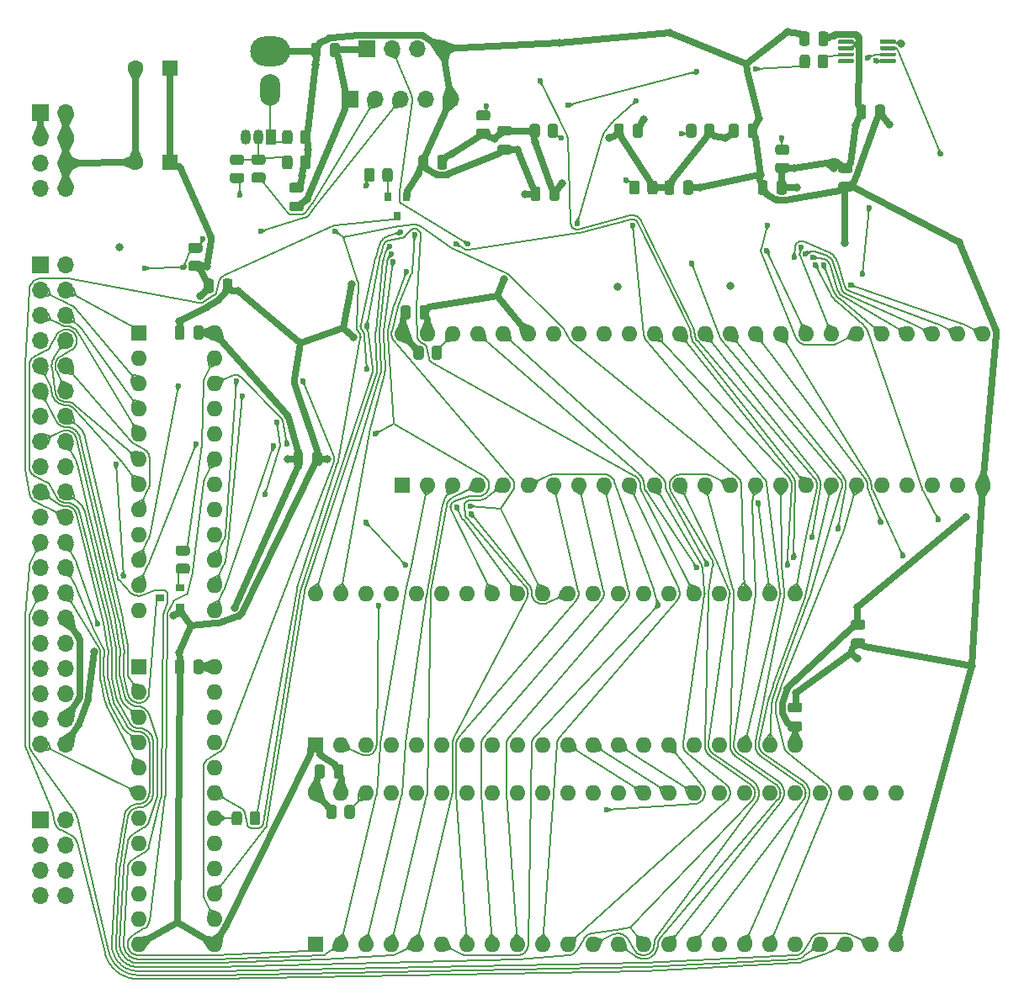
<source format=gbr>
%TF.GenerationSoftware,KiCad,Pcbnew,(5.1.9)-1*%
%TF.CreationDate,2021-11-03T00:39:52-04:00*%
%TF.ProjectId,main,6d61696e-2e6b-4696-9361-645f70636258,rev?*%
%TF.SameCoordinates,Original*%
%TF.FileFunction,Copper,L2,Bot*%
%TF.FilePolarity,Positive*%
%FSLAX46Y46*%
G04 Gerber Fmt 4.6, Leading zero omitted, Abs format (unit mm)*
G04 Created by KiCad (PCBNEW (5.1.9)-1) date 2021-11-03 00:39:52*
%MOMM*%
%LPD*%
G01*
G04 APERTURE LIST*
%TA.AperFunction,ComponentPad*%
%ADD10O,4.000000X3.000000*%
%TD*%
%TA.AperFunction,ComponentPad*%
%ADD11O,2.000000X3.200000*%
%TD*%
%TA.AperFunction,SMDPad,CuDef*%
%ADD12R,0.800000X0.900000*%
%TD*%
%TA.AperFunction,SMDPad,CuDef*%
%ADD13R,0.900000X0.800000*%
%TD*%
%TA.AperFunction,ComponentPad*%
%ADD14R,1.050000X1.500000*%
%TD*%
%TA.AperFunction,ComponentPad*%
%ADD15O,1.050000X1.500000*%
%TD*%
%TA.AperFunction,ComponentPad*%
%ADD16O,1.600000X1.600000*%
%TD*%
%TA.AperFunction,ComponentPad*%
%ADD17R,1.600000X1.600000*%
%TD*%
%TA.AperFunction,ComponentPad*%
%ADD18O,1.700000X1.700000*%
%TD*%
%TA.AperFunction,ComponentPad*%
%ADD19R,1.700000X1.700000*%
%TD*%
%TA.AperFunction,ComponentPad*%
%ADD20C,1.600000*%
%TD*%
%TA.AperFunction,ViaPad*%
%ADD21C,0.800000*%
%TD*%
%TA.AperFunction,ViaPad*%
%ADD22C,0.600000*%
%TD*%
%TA.AperFunction,Conductor*%
%ADD23C,0.700000*%
%TD*%
%TA.AperFunction,Conductor*%
%ADD24C,0.200000*%
%TD*%
G04 APERTURE END LIST*
D10*
%TO.P,J6,2*%
%TO.N,GND*%
X45650000Y-24400000D03*
D11*
%TO.P,J6,1*%
%TO.N,Net-(J6-Pad1)*%
X45650000Y-28300000D03*
%TD*%
%TO.P,U10,8*%
%TO.N,+5V*%
%TA.AperFunction,SMDPad,CuDef*%
G36*
G01*
X104364000Y-23309000D02*
X104364000Y-23509000D01*
G75*
G02*
X104264000Y-23609000I-100000J0D01*
G01*
X102839000Y-23609000D01*
G75*
G02*
X102739000Y-23509000I0J100000D01*
G01*
X102739000Y-23309000D01*
G75*
G02*
X102839000Y-23209000I100000J0D01*
G01*
X104264000Y-23209000D01*
G75*
G02*
X104364000Y-23309000I0J-100000D01*
G01*
G37*
%TD.AperFunction*%
%TO.P,U10,7*%
%TA.AperFunction,SMDPad,CuDef*%
G36*
G01*
X104364000Y-23959000D02*
X104364000Y-24159000D01*
G75*
G02*
X104264000Y-24259000I-100000J0D01*
G01*
X102839000Y-24259000D01*
G75*
G02*
X102739000Y-24159000I0J100000D01*
G01*
X102739000Y-23959000D01*
G75*
G02*
X102839000Y-23859000I100000J0D01*
G01*
X104264000Y-23859000D01*
G75*
G02*
X104364000Y-23959000I0J-100000D01*
G01*
G37*
%TD.AperFunction*%
%TO.P,U10,6*%
%TO.N,Net-(R7-Pad2)*%
%TA.AperFunction,SMDPad,CuDef*%
G36*
G01*
X104364000Y-24609000D02*
X104364000Y-24809000D01*
G75*
G02*
X104264000Y-24909000I-100000J0D01*
G01*
X102839000Y-24909000D01*
G75*
G02*
X102739000Y-24809000I0J100000D01*
G01*
X102739000Y-24609000D01*
G75*
G02*
X102839000Y-24509000I100000J0D01*
G01*
X104264000Y-24509000D01*
G75*
G02*
X104364000Y-24609000I0J-100000D01*
G01*
G37*
%TD.AperFunction*%
%TO.P,U10,5*%
%TO.N,Net-(U10-Pad5)*%
%TA.AperFunction,SMDPad,CuDef*%
G36*
G01*
X104364000Y-25259000D02*
X104364000Y-25459000D01*
G75*
G02*
X104264000Y-25559000I-100000J0D01*
G01*
X102839000Y-25559000D01*
G75*
G02*
X102739000Y-25459000I0J100000D01*
G01*
X102739000Y-25259000D01*
G75*
G02*
X102839000Y-25159000I100000J0D01*
G01*
X104264000Y-25159000D01*
G75*
G02*
X104364000Y-25259000I0J-100000D01*
G01*
G37*
%TD.AperFunction*%
%TO.P,U10,4*%
%TO.N,DC2*%
%TA.AperFunction,SMDPad,CuDef*%
G36*
G01*
X108589000Y-25259000D02*
X108589000Y-25459000D01*
G75*
G02*
X108489000Y-25559000I-100000J0D01*
G01*
X107064000Y-25559000D01*
G75*
G02*
X106964000Y-25459000I0J100000D01*
G01*
X106964000Y-25259000D01*
G75*
G02*
X107064000Y-25159000I100000J0D01*
G01*
X108489000Y-25159000D01*
G75*
G02*
X108589000Y-25259000I0J-100000D01*
G01*
G37*
%TD.AperFunction*%
%TO.P,U10,3*%
%TO.N,DC1*%
%TA.AperFunction,SMDPad,CuDef*%
G36*
G01*
X108589000Y-24609000D02*
X108589000Y-24809000D01*
G75*
G02*
X108489000Y-24909000I-100000J0D01*
G01*
X107064000Y-24909000D01*
G75*
G02*
X106964000Y-24809000I0J100000D01*
G01*
X106964000Y-24609000D01*
G75*
G02*
X107064000Y-24509000I100000J0D01*
G01*
X108489000Y-24509000D01*
G75*
G02*
X108589000Y-24609000I0J-100000D01*
G01*
G37*
%TD.AperFunction*%
%TO.P,U10,2*%
%TO.N,DC0*%
%TA.AperFunction,SMDPad,CuDef*%
G36*
G01*
X108589000Y-23959000D02*
X108589000Y-24159000D01*
G75*
G02*
X108489000Y-24259000I-100000J0D01*
G01*
X107064000Y-24259000D01*
G75*
G02*
X106964000Y-24159000I0J100000D01*
G01*
X106964000Y-23959000D01*
G75*
G02*
X107064000Y-23859000I100000J0D01*
G01*
X108489000Y-23859000D01*
G75*
G02*
X108589000Y-23959000I0J-100000D01*
G01*
G37*
%TD.AperFunction*%
%TO.P,U10,1*%
%TO.N,GND*%
%TA.AperFunction,SMDPad,CuDef*%
G36*
G01*
X108589000Y-23309000D02*
X108589000Y-23509000D01*
G75*
G02*
X108489000Y-23609000I-100000J0D01*
G01*
X107064000Y-23609000D01*
G75*
G02*
X106964000Y-23509000I0J100000D01*
G01*
X106964000Y-23309000D01*
G75*
G02*
X107064000Y-23209000I100000J0D01*
G01*
X108489000Y-23209000D01*
G75*
G02*
X108589000Y-23309000I0J-100000D01*
G01*
G37*
%TD.AperFunction*%
%TD*%
%TO.P,R16,2*%
%TO.N,VS*%
%TA.AperFunction,SMDPad,CuDef*%
G36*
G01*
X56115000Y-36379999D02*
X56115000Y-37280001D01*
G75*
G02*
X55865001Y-37530000I-249999J0D01*
G01*
X55339999Y-37530000D01*
G75*
G02*
X55090000Y-37280001I0J249999D01*
G01*
X55090000Y-36379999D01*
G75*
G02*
X55339999Y-36130000I249999J0D01*
G01*
X55865001Y-36130000D01*
G75*
G02*
X56115000Y-36379999I0J-249999D01*
G01*
G37*
%TD.AperFunction*%
%TO.P,R16,1*%
%TO.N,Net-(Q3-Pad1)*%
%TA.AperFunction,SMDPad,CuDef*%
G36*
G01*
X57940000Y-36379999D02*
X57940000Y-37280001D01*
G75*
G02*
X57690001Y-37530000I-249999J0D01*
G01*
X57164999Y-37530000D01*
G75*
G02*
X56915000Y-37280001I0J249999D01*
G01*
X56915000Y-36379999D01*
G75*
G02*
X57164999Y-36130000I249999J0D01*
G01*
X57690001Y-36130000D01*
G75*
G02*
X57940000Y-36379999I0J-249999D01*
G01*
G37*
%TD.AperFunction*%
%TD*%
%TO.P,R9,2*%
%TO.N,Net-(R9-Pad2)*%
%TA.AperFunction,SMDPad,CuDef*%
G36*
G01*
X37280001Y-75165000D02*
X36379999Y-75165000D01*
G75*
G02*
X36130000Y-74915001I0J249999D01*
G01*
X36130000Y-74389999D01*
G75*
G02*
X36379999Y-74140000I249999J0D01*
G01*
X37280001Y-74140000D01*
G75*
G02*
X37530000Y-74389999I0J-249999D01*
G01*
X37530000Y-74915001D01*
G75*
G02*
X37280001Y-75165000I-249999J0D01*
G01*
G37*
%TD.AperFunction*%
%TO.P,R9,1*%
%TO.N,Net-(Q2-Pad1)*%
%TA.AperFunction,SMDPad,CuDef*%
G36*
G01*
X37280001Y-76990000D02*
X36379999Y-76990000D01*
G75*
G02*
X36130000Y-76740001I0J249999D01*
G01*
X36130000Y-76214999D01*
G75*
G02*
X36379999Y-75965000I249999J0D01*
G01*
X37280001Y-75965000D01*
G75*
G02*
X37530000Y-76214999I0J-249999D01*
G01*
X37530000Y-76740001D01*
G75*
G02*
X37280001Y-76990000I-249999J0D01*
G01*
G37*
%TD.AperFunction*%
%TD*%
%TO.P,R7,2*%
%TO.N,Net-(R7-Pad2)*%
%TA.AperFunction,SMDPad,CuDef*%
G36*
G01*
X100730000Y-25850001D02*
X100730000Y-24949999D01*
G75*
G02*
X100979999Y-24700000I249999J0D01*
G01*
X101505001Y-24700000D01*
G75*
G02*
X101755000Y-24949999I0J-249999D01*
G01*
X101755000Y-25850001D01*
G75*
G02*
X101505001Y-26100000I-249999J0D01*
G01*
X100979999Y-26100000D01*
G75*
G02*
X100730000Y-25850001I0J249999D01*
G01*
G37*
%TD.AperFunction*%
%TO.P,R7,1*%
%TO.N,DOTCLOCK*%
%TA.AperFunction,SMDPad,CuDef*%
G36*
G01*
X98905000Y-25850001D02*
X98905000Y-24949999D01*
G75*
G02*
X99154999Y-24700000I249999J0D01*
G01*
X99680001Y-24700000D01*
G75*
G02*
X99930000Y-24949999I0J-249999D01*
G01*
X99930000Y-25850001D01*
G75*
G02*
X99680001Y-26100000I-249999J0D01*
G01*
X99154999Y-26100000D01*
G75*
G02*
X98905000Y-25850001I0J249999D01*
G01*
G37*
%TD.AperFunction*%
%TD*%
%TO.P,R3,2*%
%TO.N,Net-(R3-Pad2)*%
%TA.AperFunction,SMDPad,CuDef*%
G36*
G01*
X42780000Y-101149999D02*
X42780000Y-102050001D01*
G75*
G02*
X42530001Y-102300000I-249999J0D01*
G01*
X42004999Y-102300000D01*
G75*
G02*
X41755000Y-102050001I0J249999D01*
G01*
X41755000Y-101149999D01*
G75*
G02*
X42004999Y-100900000I249999J0D01*
G01*
X42530001Y-100900000D01*
G75*
G02*
X42780000Y-101149999I0J-249999D01*
G01*
G37*
%TD.AperFunction*%
%TO.P,R3,1*%
%TO.N,MC6845E*%
%TA.AperFunction,SMDPad,CuDef*%
G36*
G01*
X44605000Y-101149999D02*
X44605000Y-102050001D01*
G75*
G02*
X44355001Y-102300000I-249999J0D01*
G01*
X43829999Y-102300000D01*
G75*
G02*
X43580000Y-102050001I0J249999D01*
G01*
X43580000Y-101149999D01*
G75*
G02*
X43829999Y-100900000I249999J0D01*
G01*
X44355001Y-100900000D01*
G75*
G02*
X44605000Y-101149999I0J-249999D01*
G01*
G37*
%TD.AperFunction*%
%TD*%
D12*
%TO.P,Q3,3*%
%TO.N,~INT~*%
X58420000Y-41005000D03*
%TO.P,Q3,2*%
%TO.N,GND*%
X59370000Y-39005000D03*
%TO.P,Q3,1*%
%TO.N,Net-(Q3-Pad1)*%
X57470000Y-39005000D03*
%TD*%
D13*
%TO.P,Q2,3*%
%TO.N,~INUSE~*%
X34560000Y-79375000D03*
%TO.P,Q2,2*%
%TO.N,GND*%
X36560000Y-80325000D03*
%TO.P,Q2,1*%
%TO.N,Net-(Q2-Pad1)*%
X36560000Y-78425000D03*
%TD*%
%TO.P,C22,2*%
%TO.N,GND*%
%TA.AperFunction,SMDPad,CuDef*%
G36*
G01*
X48735000Y-38605000D02*
X47785000Y-38605000D01*
G75*
G02*
X47535000Y-38355000I0J250000D01*
G01*
X47535000Y-37855000D01*
G75*
G02*
X47785000Y-37605000I250000J0D01*
G01*
X48735000Y-37605000D01*
G75*
G02*
X48985000Y-37855000I0J-250000D01*
G01*
X48985000Y-38355000D01*
G75*
G02*
X48735000Y-38605000I-250000J0D01*
G01*
G37*
%TD.AperFunction*%
%TO.P,C22,1*%
%TO.N,+5V*%
%TA.AperFunction,SMDPad,CuDef*%
G36*
G01*
X48735000Y-40505000D02*
X47785000Y-40505000D01*
G75*
G02*
X47535000Y-40255000I0J250000D01*
G01*
X47535000Y-39755000D01*
G75*
G02*
X47785000Y-39505000I250000J0D01*
G01*
X48735000Y-39505000D01*
G75*
G02*
X48985000Y-39755000I0J-250000D01*
G01*
X48985000Y-40255000D01*
G75*
G02*
X48735000Y-40505000I-250000J0D01*
G01*
G37*
%TD.AperFunction*%
%TD*%
%TO.P,C21,2*%
%TO.N,GND*%
%TA.AperFunction,SMDPad,CuDef*%
G36*
G01*
X87191000Y-38575000D02*
X87191000Y-37625000D01*
G75*
G02*
X87441000Y-37375000I250000J0D01*
G01*
X87941000Y-37375000D01*
G75*
G02*
X88191000Y-37625000I0J-250000D01*
G01*
X88191000Y-38575000D01*
G75*
G02*
X87941000Y-38825000I-250000J0D01*
G01*
X87441000Y-38825000D01*
G75*
G02*
X87191000Y-38575000I0J250000D01*
G01*
G37*
%TD.AperFunction*%
%TO.P,C21,1*%
%TO.N,+5V*%
%TA.AperFunction,SMDPad,CuDef*%
G36*
G01*
X85291000Y-38575000D02*
X85291000Y-37625000D01*
G75*
G02*
X85541000Y-37375000I250000J0D01*
G01*
X86041000Y-37375000D01*
G75*
G02*
X86291000Y-37625000I0J-250000D01*
G01*
X86291000Y-38575000D01*
G75*
G02*
X86041000Y-38825000I-250000J0D01*
G01*
X85541000Y-38825000D01*
G75*
G02*
X85291000Y-38575000I0J250000D01*
G01*
G37*
%TD.AperFunction*%
%TD*%
%TO.P,C20,2*%
%TO.N,GND*%
%TA.AperFunction,SMDPad,CuDef*%
G36*
G01*
X40836000Y-48481000D02*
X40836000Y-47531000D01*
G75*
G02*
X41086000Y-47281000I250000J0D01*
G01*
X41586000Y-47281000D01*
G75*
G02*
X41836000Y-47531000I0J-250000D01*
G01*
X41836000Y-48481000D01*
G75*
G02*
X41586000Y-48731000I-250000J0D01*
G01*
X41086000Y-48731000D01*
G75*
G02*
X40836000Y-48481000I0J250000D01*
G01*
G37*
%TD.AperFunction*%
%TO.P,C20,1*%
%TO.N,+5V*%
%TA.AperFunction,SMDPad,CuDef*%
G36*
G01*
X38936000Y-48481000D02*
X38936000Y-47531000D01*
G75*
G02*
X39186000Y-47281000I250000J0D01*
G01*
X39686000Y-47281000D01*
G75*
G02*
X39936000Y-47531000I0J-250000D01*
G01*
X39936000Y-48481000D01*
G75*
G02*
X39686000Y-48731000I-250000J0D01*
G01*
X39186000Y-48731000D01*
G75*
G02*
X38936000Y-48481000I0J250000D01*
G01*
G37*
%TD.AperFunction*%
%TD*%
%TO.P,C19,2*%
%TO.N,GND*%
%TA.AperFunction,SMDPad,CuDef*%
G36*
G01*
X99880000Y-22639000D02*
X99880000Y-23589000D01*
G75*
G02*
X99630000Y-23839000I-250000J0D01*
G01*
X99130000Y-23839000D01*
G75*
G02*
X98880000Y-23589000I0J250000D01*
G01*
X98880000Y-22639000D01*
G75*
G02*
X99130000Y-22389000I250000J0D01*
G01*
X99630000Y-22389000D01*
G75*
G02*
X99880000Y-22639000I0J-250000D01*
G01*
G37*
%TD.AperFunction*%
%TO.P,C19,1*%
%TO.N,+5V*%
%TA.AperFunction,SMDPad,CuDef*%
G36*
G01*
X101780000Y-22639000D02*
X101780000Y-23589000D01*
G75*
G02*
X101530000Y-23839000I-250000J0D01*
G01*
X101030000Y-23839000D01*
G75*
G02*
X100780000Y-23589000I0J250000D01*
G01*
X100780000Y-22639000D01*
G75*
G02*
X101030000Y-22389000I250000J0D01*
G01*
X101530000Y-22389000D01*
G75*
G02*
X101780000Y-22639000I0J-250000D01*
G01*
G37*
%TD.AperFunction*%
%TD*%
%TO.P,C18,2*%
%TO.N,GND*%
%TA.AperFunction,SMDPad,CuDef*%
G36*
G01*
X68740000Y-33785000D02*
X69690000Y-33785000D01*
G75*
G02*
X69940000Y-34035000I0J-250000D01*
G01*
X69940000Y-34535000D01*
G75*
G02*
X69690000Y-34785000I-250000J0D01*
G01*
X68740000Y-34785000D01*
G75*
G02*
X68490000Y-34535000I0J250000D01*
G01*
X68490000Y-34035000D01*
G75*
G02*
X68740000Y-33785000I250000J0D01*
G01*
G37*
%TD.AperFunction*%
%TO.P,C18,1*%
%TO.N,+5V*%
%TA.AperFunction,SMDPad,CuDef*%
G36*
G01*
X68740000Y-31885000D02*
X69690000Y-31885000D01*
G75*
G02*
X69940000Y-32135000I0J-250000D01*
G01*
X69940000Y-32635000D01*
G75*
G02*
X69690000Y-32885000I-250000J0D01*
G01*
X68740000Y-32885000D01*
G75*
G02*
X68490000Y-32635000I0J250000D01*
G01*
X68490000Y-32135000D01*
G75*
G02*
X68740000Y-31885000I250000J0D01*
G01*
G37*
%TD.AperFunction*%
%TD*%
%TO.P,C17,2*%
%TO.N,GND*%
%TA.AperFunction,SMDPad,CuDef*%
G36*
G01*
X103030000Y-37534000D02*
X103980000Y-37534000D01*
G75*
G02*
X104230000Y-37784000I0J-250000D01*
G01*
X104230000Y-38284000D01*
G75*
G02*
X103980000Y-38534000I-250000J0D01*
G01*
X103030000Y-38534000D01*
G75*
G02*
X102780000Y-38284000I0J250000D01*
G01*
X102780000Y-37784000D01*
G75*
G02*
X103030000Y-37534000I250000J0D01*
G01*
G37*
%TD.AperFunction*%
%TO.P,C17,1*%
%TO.N,+5V*%
%TA.AperFunction,SMDPad,CuDef*%
G36*
G01*
X103030000Y-35634000D02*
X103980000Y-35634000D01*
G75*
G02*
X104230000Y-35884000I0J-250000D01*
G01*
X104230000Y-36384000D01*
G75*
G02*
X103980000Y-36634000I-250000J0D01*
G01*
X103030000Y-36634000D01*
G75*
G02*
X102780000Y-36384000I0J250000D01*
G01*
X102780000Y-35884000D01*
G75*
G02*
X103030000Y-35634000I250000J0D01*
G01*
G37*
%TD.AperFunction*%
%TD*%
%TO.P,C16,2*%
%TO.N,GND*%
%TA.AperFunction,SMDPad,CuDef*%
G36*
G01*
X93668000Y-32860000D02*
X93668000Y-31910000D01*
G75*
G02*
X93918000Y-31660000I250000J0D01*
G01*
X94418000Y-31660000D01*
G75*
G02*
X94668000Y-31910000I0J-250000D01*
G01*
X94668000Y-32860000D01*
G75*
G02*
X94418000Y-33110000I-250000J0D01*
G01*
X93918000Y-33110000D01*
G75*
G02*
X93668000Y-32860000I0J250000D01*
G01*
G37*
%TD.AperFunction*%
%TO.P,C16,1*%
%TO.N,+5V*%
%TA.AperFunction,SMDPad,CuDef*%
G36*
G01*
X91768000Y-32860000D02*
X91768000Y-31910000D01*
G75*
G02*
X92018000Y-31660000I250000J0D01*
G01*
X92518000Y-31660000D01*
G75*
G02*
X92768000Y-31910000I0J-250000D01*
G01*
X92768000Y-32860000D01*
G75*
G02*
X92518000Y-33110000I-250000J0D01*
G01*
X92018000Y-33110000D01*
G75*
G02*
X91768000Y-32860000I0J250000D01*
G01*
G37*
%TD.AperFunction*%
%TD*%
%TO.P,C15,2*%
%TO.N,GND*%
%TA.AperFunction,SMDPad,CuDef*%
G36*
G01*
X82111000Y-32860000D02*
X82111000Y-31910000D01*
G75*
G02*
X82361000Y-31660000I250000J0D01*
G01*
X82861000Y-31660000D01*
G75*
G02*
X83111000Y-31910000I0J-250000D01*
G01*
X83111000Y-32860000D01*
G75*
G02*
X82861000Y-33110000I-250000J0D01*
G01*
X82361000Y-33110000D01*
G75*
G02*
X82111000Y-32860000I0J250000D01*
G01*
G37*
%TD.AperFunction*%
%TO.P,C15,1*%
%TO.N,+5V*%
%TA.AperFunction,SMDPad,CuDef*%
G36*
G01*
X80211000Y-32860000D02*
X80211000Y-31910000D01*
G75*
G02*
X80461000Y-31660000I250000J0D01*
G01*
X80961000Y-31660000D01*
G75*
G02*
X81211000Y-31910000I0J-250000D01*
G01*
X81211000Y-32860000D01*
G75*
G02*
X80961000Y-33110000I-250000J0D01*
G01*
X80461000Y-33110000D01*
G75*
G02*
X80211000Y-32860000I0J250000D01*
G01*
G37*
%TD.AperFunction*%
%TD*%
%TO.P,C14,2*%
%TO.N,GND*%
%TA.AperFunction,SMDPad,CuDef*%
G36*
G01*
X72829000Y-38260000D02*
X72829000Y-39210000D01*
G75*
G02*
X72579000Y-39460000I-250000J0D01*
G01*
X72079000Y-39460000D01*
G75*
G02*
X71829000Y-39210000I0J250000D01*
G01*
X71829000Y-38260000D01*
G75*
G02*
X72079000Y-38010000I250000J0D01*
G01*
X72579000Y-38010000D01*
G75*
G02*
X72829000Y-38260000I0J-250000D01*
G01*
G37*
%TD.AperFunction*%
%TO.P,C14,1*%
%TO.N,+5V*%
%TA.AperFunction,SMDPad,CuDef*%
G36*
G01*
X74729000Y-38260000D02*
X74729000Y-39210000D01*
G75*
G02*
X74479000Y-39460000I-250000J0D01*
G01*
X73979000Y-39460000D01*
G75*
G02*
X73729000Y-39210000I0J250000D01*
G01*
X73729000Y-38260000D01*
G75*
G02*
X73979000Y-38010000I250000J0D01*
G01*
X74479000Y-38010000D01*
G75*
G02*
X74729000Y-38260000I0J-250000D01*
G01*
G37*
%TD.AperFunction*%
%TD*%
%TO.P,C13,2*%
%TO.N,GND*%
%TA.AperFunction,SMDPad,CuDef*%
G36*
G01*
X95689000Y-37625000D02*
X95689000Y-38575000D01*
G75*
G02*
X95439000Y-38825000I-250000J0D01*
G01*
X94939000Y-38825000D01*
G75*
G02*
X94689000Y-38575000I0J250000D01*
G01*
X94689000Y-37625000D01*
G75*
G02*
X94939000Y-37375000I250000J0D01*
G01*
X95439000Y-37375000D01*
G75*
G02*
X95689000Y-37625000I0J-250000D01*
G01*
G37*
%TD.AperFunction*%
%TO.P,C13,1*%
%TO.N,+5V*%
%TA.AperFunction,SMDPad,CuDef*%
G36*
G01*
X97589000Y-37625000D02*
X97589000Y-38575000D01*
G75*
G02*
X97339000Y-38825000I-250000J0D01*
G01*
X96839000Y-38825000D01*
G75*
G02*
X96589000Y-38575000I0J250000D01*
G01*
X96589000Y-37625000D01*
G75*
G02*
X96839000Y-37375000I250000J0D01*
G01*
X97339000Y-37375000D01*
G75*
G02*
X97589000Y-37625000I0J-250000D01*
G01*
G37*
%TD.AperFunction*%
%TD*%
%TO.P,C12,2*%
%TO.N,GND*%
%TA.AperFunction,SMDPad,CuDef*%
G36*
G01*
X61526000Y-35085000D02*
X61526000Y-36035000D01*
G75*
G02*
X61276000Y-36285000I-250000J0D01*
G01*
X60776000Y-36285000D01*
G75*
G02*
X60526000Y-36035000I0J250000D01*
G01*
X60526000Y-35085000D01*
G75*
G02*
X60776000Y-34835000I250000J0D01*
G01*
X61276000Y-34835000D01*
G75*
G02*
X61526000Y-35085000I0J-250000D01*
G01*
G37*
%TD.AperFunction*%
%TO.P,C12,1*%
%TO.N,+5V*%
%TA.AperFunction,SMDPad,CuDef*%
G36*
G01*
X63426000Y-35085000D02*
X63426000Y-36035000D01*
G75*
G02*
X63176000Y-36285000I-250000J0D01*
G01*
X62676000Y-36285000D01*
G75*
G02*
X62426000Y-36035000I0J250000D01*
G01*
X62426000Y-35085000D01*
G75*
G02*
X62676000Y-34835000I250000J0D01*
G01*
X63176000Y-34835000D01*
G75*
G02*
X63426000Y-35085000I0J-250000D01*
G01*
G37*
%TD.AperFunction*%
%TD*%
%TO.P,R14,2*%
%TO.N,+5V*%
%TA.AperFunction,SMDPad,CuDef*%
G36*
G01*
X96704999Y-35602500D02*
X97605001Y-35602500D01*
G75*
G02*
X97855000Y-35852499I0J-249999D01*
G01*
X97855000Y-36377501D01*
G75*
G02*
X97605001Y-36627500I-249999J0D01*
G01*
X96704999Y-36627500D01*
G75*
G02*
X96455000Y-36377501I0J249999D01*
G01*
X96455000Y-35852499D01*
G75*
G02*
X96704999Y-35602500I249999J0D01*
G01*
G37*
%TD.AperFunction*%
%TO.P,R14,1*%
%TO.N,Net-(R14-Pad1)*%
%TA.AperFunction,SMDPad,CuDef*%
G36*
G01*
X96704999Y-33777500D02*
X97605001Y-33777500D01*
G75*
G02*
X97855000Y-34027499I0J-249999D01*
G01*
X97855000Y-34552501D01*
G75*
G02*
X97605001Y-34802500I-249999J0D01*
G01*
X96704999Y-34802500D01*
G75*
G02*
X96455000Y-34552501I0J249999D01*
G01*
X96455000Y-34027499D01*
G75*
G02*
X96704999Y-33777500I249999J0D01*
G01*
G37*
%TD.AperFunction*%
%TD*%
%TO.P,R11,2*%
%TO.N,Net-(J6-Pad1)*%
%TA.AperFunction,SMDPad,CuDef*%
G36*
G01*
X47860000Y-32569999D02*
X47860000Y-33470001D01*
G75*
G02*
X47610001Y-33720000I-249999J0D01*
G01*
X47084999Y-33720000D01*
G75*
G02*
X46835000Y-33470001I0J249999D01*
G01*
X46835000Y-32569999D01*
G75*
G02*
X47084999Y-32320000I249999J0D01*
G01*
X47610001Y-32320000D01*
G75*
G02*
X47860000Y-32569999I0J-249999D01*
G01*
G37*
%TD.AperFunction*%
%TO.P,R11,1*%
%TO.N,GND*%
%TA.AperFunction,SMDPad,CuDef*%
G36*
G01*
X49685000Y-32569999D02*
X49685000Y-33470001D01*
G75*
G02*
X49435001Y-33720000I-249999J0D01*
G01*
X48909999Y-33720000D01*
G75*
G02*
X48660000Y-33470001I0J249999D01*
G01*
X48660000Y-32569999D01*
G75*
G02*
X48909999Y-32320000I249999J0D01*
G01*
X49435001Y-32320000D01*
G75*
G02*
X49685000Y-32569999I0J-249999D01*
G01*
G37*
%TD.AperFunction*%
%TD*%
%TO.P,R10,2*%
%TO.N,Net-(Q1-Pad2)*%
%TA.AperFunction,SMDPad,CuDef*%
G36*
G01*
X47860000Y-35109999D02*
X47860000Y-36010001D01*
G75*
G02*
X47610001Y-36260000I-249999J0D01*
G01*
X47084999Y-36260000D01*
G75*
G02*
X46835000Y-36010001I0J249999D01*
G01*
X46835000Y-35109999D01*
G75*
G02*
X47084999Y-34860000I249999J0D01*
G01*
X47610001Y-34860000D01*
G75*
G02*
X47860000Y-35109999I0J-249999D01*
G01*
G37*
%TD.AperFunction*%
%TO.P,R10,1*%
%TO.N,GND*%
%TA.AperFunction,SMDPad,CuDef*%
G36*
G01*
X49685000Y-35109999D02*
X49685000Y-36010001D01*
G75*
G02*
X49435001Y-36260000I-249999J0D01*
G01*
X48909999Y-36260000D01*
G75*
G02*
X48660000Y-36010001I0J249999D01*
G01*
X48660000Y-35109999D01*
G75*
G02*
X48909999Y-34860000I249999J0D01*
G01*
X49435001Y-34860000D01*
G75*
G02*
X49685000Y-35109999I0J-249999D01*
G01*
G37*
%TD.AperFunction*%
%TD*%
%TO.P,R8,2*%
%TO.N,Net-(J4-Pad2)*%
%TA.AperFunction,SMDPad,CuDef*%
G36*
G01*
X43999999Y-36595000D02*
X44900001Y-36595000D01*
G75*
G02*
X45150000Y-36844999I0J-249999D01*
G01*
X45150000Y-37370001D01*
G75*
G02*
X44900001Y-37620000I-249999J0D01*
G01*
X43999999Y-37620000D01*
G75*
G02*
X43750000Y-37370001I0J249999D01*
G01*
X43750000Y-36844999D01*
G75*
G02*
X43999999Y-36595000I249999J0D01*
G01*
G37*
%TD.AperFunction*%
%TO.P,R8,1*%
%TO.N,Net-(Q1-Pad2)*%
%TA.AperFunction,SMDPad,CuDef*%
G36*
G01*
X43999999Y-34770000D02*
X44900001Y-34770000D01*
G75*
G02*
X45150000Y-35019999I0J-249999D01*
G01*
X45150000Y-35545001D01*
G75*
G02*
X44900001Y-35795000I-249999J0D01*
G01*
X43999999Y-35795000D01*
G75*
G02*
X43750000Y-35545001I0J249999D01*
G01*
X43750000Y-35019999D01*
G75*
G02*
X43999999Y-34770000I249999J0D01*
G01*
G37*
%TD.AperFunction*%
%TD*%
%TO.P,R6,2*%
%TO.N,Net-(R6-Pad2)*%
%TA.AperFunction,SMDPad,CuDef*%
G36*
G01*
X41840999Y-36618500D02*
X42741001Y-36618500D01*
G75*
G02*
X42991000Y-36868499I0J-249999D01*
G01*
X42991000Y-37393501D01*
G75*
G02*
X42741001Y-37643500I-249999J0D01*
G01*
X41840999Y-37643500D01*
G75*
G02*
X41591000Y-37393501I0J249999D01*
G01*
X41591000Y-36868499D01*
G75*
G02*
X41840999Y-36618500I249999J0D01*
G01*
G37*
%TD.AperFunction*%
%TO.P,R6,1*%
%TO.N,Net-(Q1-Pad2)*%
%TA.AperFunction,SMDPad,CuDef*%
G36*
G01*
X41840999Y-34793500D02*
X42741001Y-34793500D01*
G75*
G02*
X42991000Y-35043499I0J-249999D01*
G01*
X42991000Y-35568501D01*
G75*
G02*
X42741001Y-35818500I-249999J0D01*
G01*
X41840999Y-35818500D01*
G75*
G02*
X41591000Y-35568501I0J249999D01*
G01*
X41591000Y-35043499D01*
G75*
G02*
X41840999Y-34793500I249999J0D01*
G01*
G37*
%TD.AperFunction*%
%TD*%
D14*
%TO.P,Q1,1*%
%TO.N,Net-(J6-Pad1)*%
X45720000Y-33020000D03*
D15*
%TO.P,Q1,3*%
%TO.N,+5V*%
X43180000Y-33020000D03*
%TO.P,Q1,2*%
%TO.N,Net-(Q1-Pad2)*%
X44450000Y-33020000D03*
%TD*%
%TO.P,R1,2*%
%TO.N,+5V*%
%TA.AperFunction,SMDPad,CuDef*%
G36*
G01*
X37649999Y-45485000D02*
X38550001Y-45485000D01*
G75*
G02*
X38800000Y-45734999I0J-249999D01*
G01*
X38800000Y-46260001D01*
G75*
G02*
X38550001Y-46510000I-249999J0D01*
G01*
X37649999Y-46510000D01*
G75*
G02*
X37400000Y-46260001I0J249999D01*
G01*
X37400000Y-45734999D01*
G75*
G02*
X37649999Y-45485000I249999J0D01*
G01*
G37*
%TD.AperFunction*%
%TO.P,R1,1*%
%TO.N,Net-(R1-Pad1)*%
%TA.AperFunction,SMDPad,CuDef*%
G36*
G01*
X37649999Y-43660000D02*
X38550001Y-43660000D01*
G75*
G02*
X38800000Y-43909999I0J-249999D01*
G01*
X38800000Y-44435001D01*
G75*
G02*
X38550001Y-44685000I-249999J0D01*
G01*
X37649999Y-44685000D01*
G75*
G02*
X37400000Y-44435001I0J249999D01*
G01*
X37400000Y-43909999D01*
G75*
G02*
X37649999Y-43660000I249999J0D01*
G01*
G37*
%TD.AperFunction*%
%TD*%
D16*
%TO.P,U11,24*%
%TO.N,+5V*%
X40005000Y-52705000D03*
%TO.P,U11,12*%
%TO.N,GND*%
X32385000Y-80645000D03*
%TO.P,U11,23*%
%TO.N,Net-(R9-Pad2)*%
X40005000Y-55245000D03*
%TO.P,U11,11*%
%TO.N,OPT6*%
X32385000Y-78105000D03*
%TO.P,U11,22*%
%TO.N,OPT0*%
X40005000Y-57785000D03*
%TO.P,U11,10*%
%TO.N,OPT4*%
X32385000Y-75565000D03*
%TO.P,U11,21*%
%TO.N,OPT1*%
X40005000Y-60325000D03*
%TO.P,U11,9*%
%TO.N,OPT2*%
X32385000Y-73025000D03*
%TO.P,U11,20*%
%TO.N,Net-(U11-Pad20)*%
X40005000Y-62865000D03*
%TO.P,U11,8*%
%TO.N,F_A11*%
X32385000Y-70485000D03*
%TO.P,U11,19*%
%TO.N,~SCMEM~*%
X40005000Y-65405000D03*
%TO.P,U11,7*%
%TO.N,F_A14*%
X32385000Y-67945000D03*
%TO.P,U11,18*%
%TO.N,~CRMEM~*%
X40005000Y-67945000D03*
%TO.P,U11,6*%
%TO.N,F_A15*%
X32385000Y-65405000D03*
%TO.P,U11,17*%
%TO.N,Net-(U11-Pad17)*%
X40005000Y-70485000D03*
%TO.P,U11,5*%
%TO.N,F_A13*%
X32385000Y-62865000D03*
%TO.P,U11,16*%
%TO.N,OPT8*%
X40005000Y-73025000D03*
%TO.P,U11,4*%
%TO.N,F_A12*%
X32385000Y-60325000D03*
%TO.P,U11,15*%
%TO.N,OPT3*%
X40005000Y-75565000D03*
%TO.P,U11,3*%
%TO.N,F_A10*%
X32385000Y-57785000D03*
%TO.P,U11,14*%
%TO.N,OPT5*%
X40005000Y-78105000D03*
%TO.P,U11,2*%
%TO.N,~MEMRQ~*%
X32385000Y-55245000D03*
%TO.P,U11,13*%
%TO.N,OPT7*%
X40005000Y-80645000D03*
D17*
%TO.P,U11,1*%
%TO.N,~EXMEM~*%
X32385000Y-52705000D03*
%TD*%
D18*
%TO.P,J4,5*%
%TO.N,GND*%
X63825000Y-29210000D03*
%TO.P,J4,4*%
%TO.N,Net-(J4-Pad4)*%
X61285000Y-29210000D03*
%TO.P,J4,3*%
%TO.N,Net-(J4-Pad3)*%
X58745000Y-29210000D03*
%TO.P,J4,2*%
%TO.N,Net-(J4-Pad2)*%
X56205000Y-29210000D03*
D19*
%TO.P,J4,1*%
%TO.N,+5V*%
X53665000Y-29210000D03*
%TD*%
D18*
%TO.P,J3,4*%
%TO.N,GND*%
X62992000Y-24130000D03*
%TO.P,J3,3*%
%TO.N,Net-(J3-Pad3)*%
X60452000Y-24130000D03*
%TO.P,J3,2*%
%TO.N,Net-(J3-Pad2)*%
X57912000Y-24130000D03*
D19*
%TO.P,J3,1*%
%TO.N,+5V*%
X55372000Y-24130000D03*
%TD*%
D16*
%TO.P,U16,48*%
%TO.N,+5V*%
X58928000Y-52832000D03*
%TO.P,U16,24*%
%TO.N,GND*%
X117348000Y-68072000D03*
%TO.P,U16,47*%
X61468000Y-52832000D03*
%TO.P,U16,23*%
%TO.N,F_D7*%
X114808000Y-68072000D03*
%TO.P,U16,46*%
%TO.N,Net-(R13-Pad1)*%
X64008000Y-52832000D03*
%TO.P,U16,22*%
%TO.N,F_D6*%
X112268000Y-68072000D03*
%TO.P,U16,45*%
%TO.N,Net-(U13-Pad19)*%
X66548000Y-52832000D03*
%TO.P,U16,21*%
%TO.N,F_D5*%
X109728000Y-68072000D03*
%TO.P,U16,44*%
%TO.N,Net-(U13-Pad16)*%
X69088000Y-52832000D03*
%TO.P,U16,20*%
%TO.N,F_D4*%
X107188000Y-68072000D03*
%TO.P,U16,43*%
%TO.N,GND*%
X71628000Y-52832000D03*
%TO.P,U16,19*%
%TO.N,F_D3*%
X104648000Y-68072000D03*
%TO.P,U16,42*%
%TO.N,Net-(U16-Pad42)*%
X74168000Y-52832000D03*
%TO.P,U16,18*%
%TO.N,F_D2*%
X102108000Y-68072000D03*
%TO.P,U16,41*%
%TO.N,Net-(U16-Pad41)*%
X76708000Y-52832000D03*
%TO.P,U16,17*%
%TO.N,F_D1*%
X99568000Y-68072000D03*
%TO.P,U16,40*%
%TO.N,Net-(U16-Pad40)*%
X79248000Y-52832000D03*
%TO.P,U16,16*%
%TO.N,F_D0*%
X97028000Y-68072000D03*
%TO.P,U16,39*%
%TO.N,Net-(U16-Pad39)*%
X81788000Y-52832000D03*
%TO.P,U16,15*%
%TO.N,F_A9*%
X94488000Y-68072000D03*
%TO.P,U16,38*%
%TO.N,Net-(U13-Pad2)*%
X84328000Y-52832000D03*
%TO.P,U16,14*%
%TO.N,F_A8*%
X91948000Y-68072000D03*
%TO.P,U16,37*%
%TO.N,Net-(U13-Pad5)*%
X86868000Y-52832000D03*
%TO.P,U16,13*%
%TO.N,F_A7*%
X89408000Y-68072000D03*
%TO.P,U16,36*%
%TO.N,Net-(U13-Pad6)*%
X89408000Y-52832000D03*
%TO.P,U16,12*%
%TO.N,F_A6*%
X86868000Y-68072000D03*
%TO.P,U16,35*%
%TO.N,Net-(U13-Pad9)*%
X91948000Y-52832000D03*
%TO.P,U16,11*%
%TO.N,F_A5*%
X84328000Y-68072000D03*
%TO.P,U16,34*%
%TO.N,Net-(U13-Pad12)*%
X94488000Y-52832000D03*
%TO.P,U16,10*%
%TO.N,F_A4*%
X81788000Y-68072000D03*
%TO.P,U16,33*%
%TO.N,Net-(U13-Pad15)*%
X97028000Y-52832000D03*
%TO.P,U16,9*%
%TO.N,F_A3*%
X79248000Y-68072000D03*
%TO.P,U16,32*%
%TO.N,Net-(U16-Pad32)*%
X99568000Y-52832000D03*
%TO.P,U16,8*%
%TO.N,F_A2*%
X76708000Y-68072000D03*
%TO.P,U16,31*%
%TO.N,Net-(U16-Pad31)*%
X102108000Y-52832000D03*
%TO.P,U16,7*%
%TO.N,F_A1*%
X74168000Y-68072000D03*
%TO.P,U16,30*%
%TO.N,Net-(U16-Pad30)*%
X104648000Y-52832000D03*
%TO.P,U16,6*%
%TO.N,F_A0*%
X71628000Y-68072000D03*
%TO.P,U16,29*%
%TO.N,Net-(U16-Pad29)*%
X107188000Y-52832000D03*
%TO.P,U16,5*%
%TO.N,~F_RD~*%
X69088000Y-68072000D03*
%TO.P,U16,28*%
%TO.N,Net-(U16-Pad28)*%
X109728000Y-52832000D03*
%TO.P,U16,4*%
%TO.N,F_A10*%
X66548000Y-68072000D03*
%TO.P,U16,27*%
%TO.N,Net-(U16-Pad27)*%
X112268000Y-52832000D03*
%TO.P,U16,3*%
%TO.N,F_A11*%
X64008000Y-68072000D03*
%TO.P,U16,26*%
%TO.N,Net-(U16-Pad26)*%
X114808000Y-52832000D03*
%TO.P,U16,2*%
%TO.N,~F_WR~*%
X61468000Y-68072000D03*
%TO.P,U16,25*%
%TO.N,Net-(U16-Pad25)*%
X117348000Y-52832000D03*
D17*
%TO.P,U16,1*%
%TO.N,~CRMEM~*%
X58928000Y-68072000D03*
%TD*%
D16*
%TO.P,U8,40*%
%TO.N,VS*%
X50165000Y-78960700D03*
%TO.P,U8,20*%
%TO.N,+5V*%
X98425000Y-94200700D03*
%TO.P,U8,39*%
%TO.N,HS*%
X52705000Y-78960700D03*
%TO.P,U8,19*%
%TO.N,Net-(U15-Pad13)*%
X95885000Y-94200700D03*
%TO.P,U8,38*%
%TO.N,Net-(U16-Pad42)*%
X55245000Y-78960700D03*
%TO.P,U8,18*%
%TO.N,Net-(U15-Pad4)*%
X93345000Y-94200700D03*
%TO.P,U8,37*%
%TO.N,Net-(U16-Pad41)*%
X57785000Y-78960700D03*
%TO.P,U8,17*%
%TO.N,Net-(U8-Pad17)*%
X90805000Y-94200700D03*
%TO.P,U8,36*%
%TO.N,Net-(U16-Pad40)*%
X60325000Y-78960700D03*
%TO.P,U8,16*%
%TO.N,Net-(U8-Pad16)*%
X88265000Y-94200700D03*
%TO.P,U8,35*%
%TO.N,Net-(U16-Pad39)*%
X62865000Y-78960700D03*
%TO.P,U8,15*%
%TO.N,Net-(U7-Pad45)*%
X85725000Y-94200700D03*
%TO.P,U8,34*%
%TO.N,Net-(U8-Pad34)*%
X65405000Y-78960700D03*
%TO.P,U8,14*%
%TO.N,Net-(U7-Pad44)*%
X83185000Y-94200700D03*
%TO.P,U8,33*%
%TO.N,F_D0*%
X67945000Y-78960700D03*
%TO.P,U8,13*%
%TO.N,Net-(U7-Pad33)*%
X80645000Y-94200700D03*
%TO.P,U8,32*%
%TO.N,F_D1*%
X70485000Y-78960700D03*
%TO.P,U8,12*%
%TO.N,Net-(U7-Pad34)*%
X78105000Y-94200700D03*
%TO.P,U8,31*%
%TO.N,F_D2*%
X73025000Y-78960700D03*
%TO.P,U8,11*%
%TO.N,Net-(U7-Pad35)*%
X75565000Y-94200700D03*
%TO.P,U8,30*%
%TO.N,F_D3*%
X75565000Y-78960700D03*
%TO.P,U8,10*%
%TO.N,Net-(U7-Pad36)*%
X73025000Y-94200700D03*
%TO.P,U8,29*%
%TO.N,F_D4*%
X78105000Y-78960700D03*
%TO.P,U8,9*%
%TO.N,Net-(U7-Pad37)*%
X70485000Y-94200700D03*
%TO.P,U8,28*%
%TO.N,F_D5*%
X80645000Y-78960700D03*
%TO.P,U8,8*%
%TO.N,Net-(U7-Pad38)*%
X67945000Y-94200700D03*
%TO.P,U8,27*%
%TO.N,F_D6*%
X83185000Y-78960700D03*
%TO.P,U8,7*%
%TO.N,Net-(U7-Pad39)*%
X65405000Y-94200700D03*
%TO.P,U8,26*%
%TO.N,F_D7*%
X85725000Y-78960700D03*
%TO.P,U8,6*%
%TO.N,Net-(U7-Pad40)*%
X62865000Y-94200700D03*
%TO.P,U8,25*%
%TO.N,~MC6845CS~*%
X88265000Y-78960700D03*
%TO.P,U8,5*%
%TO.N,Net-(U7-Pad41)*%
X60325000Y-94200700D03*
%TO.P,U8,24*%
%TO.N,F_A0*%
X90805000Y-78960700D03*
%TO.P,U8,4*%
%TO.N,Net-(U7-Pad42)*%
X57785000Y-94200700D03*
%TO.P,U8,23*%
%TO.N,MC6845E*%
X93345000Y-78960700D03*
%TO.P,U8,3*%
%TO.N,LIGHTPEN*%
X55245000Y-94200700D03*
%TO.P,U8,22*%
%TO.N,~F_OUT~*%
X95885000Y-78960700D03*
%TO.P,U8,2*%
%TO.N,~SYSRES~*%
X52705000Y-94200700D03*
%TO.P,U8,21*%
%TO.N,CRTCCLOCK*%
X98425000Y-78960700D03*
D17*
%TO.P,U8,1*%
%TO.N,GND*%
X50165000Y-94200700D03*
%TD*%
D16*
%TO.P,U7,48*%
%TO.N,+5V*%
X50165000Y-99060000D03*
%TO.P,U7,24*%
%TO.N,GND*%
X108585000Y-114300000D03*
%TO.P,U7,47*%
X52705000Y-99060000D03*
%TO.P,U7,23*%
%TO.N,F_D7*%
X106045000Y-114300000D03*
%TO.P,U7,46*%
%TO.N,Net-(R2-Pad2)*%
X55245000Y-99060000D03*
%TO.P,U7,22*%
%TO.N,F_D6*%
X103505000Y-114300000D03*
%TO.P,U7,45*%
%TO.N,Net-(U7-Pad45)*%
X57785000Y-99060000D03*
%TO.P,U7,21*%
%TO.N,F_D5*%
X100965000Y-114300000D03*
%TO.P,U7,44*%
%TO.N,Net-(U7-Pad44)*%
X60325000Y-99060000D03*
%TO.P,U7,20*%
%TO.N,F_D4*%
X98425000Y-114300000D03*
%TO.P,U7,43*%
%TO.N,GND*%
X62865000Y-99060000D03*
%TO.P,U7,19*%
%TO.N,F_D3*%
X95885000Y-114300000D03*
%TO.P,U7,42*%
%TO.N,Net-(U7-Pad42)*%
X65405000Y-99060000D03*
%TO.P,U7,18*%
%TO.N,F_D2*%
X93345000Y-114300000D03*
%TO.P,U7,41*%
%TO.N,Net-(U7-Pad41)*%
X67945000Y-99060000D03*
%TO.P,U7,17*%
%TO.N,F_D1*%
X90805000Y-114300000D03*
%TO.P,U7,40*%
%TO.N,Net-(U7-Pad40)*%
X70485000Y-99060000D03*
%TO.P,U7,16*%
%TO.N,F_D0*%
X88265000Y-114300000D03*
%TO.P,U7,39*%
%TO.N,Net-(U7-Pad39)*%
X73025000Y-99060000D03*
%TO.P,U7,15*%
%TO.N,F_A9*%
X85725000Y-114300000D03*
%TO.P,U7,38*%
%TO.N,Net-(U7-Pad38)*%
X75565000Y-99060000D03*
%TO.P,U7,14*%
%TO.N,F_A8*%
X83185000Y-114300000D03*
%TO.P,U7,37*%
%TO.N,Net-(U7-Pad37)*%
X78105000Y-99060000D03*
%TO.P,U7,13*%
%TO.N,F_A7*%
X80645000Y-114300000D03*
%TO.P,U7,36*%
%TO.N,Net-(U7-Pad36)*%
X80645000Y-99060000D03*
%TO.P,U7,12*%
%TO.N,F_A6*%
X78105000Y-114300000D03*
%TO.P,U7,35*%
%TO.N,Net-(U7-Pad35)*%
X83185000Y-99060000D03*
%TO.P,U7,11*%
%TO.N,F_A5*%
X75565000Y-114300000D03*
%TO.P,U7,34*%
%TO.N,Net-(U7-Pad34)*%
X85725000Y-99060000D03*
%TO.P,U7,10*%
%TO.N,F_A4*%
X73025000Y-114300000D03*
%TO.P,U7,33*%
%TO.N,Net-(U7-Pad33)*%
X88265000Y-99060000D03*
%TO.P,U7,9*%
%TO.N,F_A3*%
X70485000Y-114300000D03*
%TO.P,U7,32*%
%TO.N,Net-(U13-Pad18)*%
X90805000Y-99060000D03*
%TO.P,U7,8*%
%TO.N,F_A2*%
X67945000Y-114300000D03*
%TO.P,U7,31*%
%TO.N,Net-(U13-Pad17)*%
X93345000Y-99060000D03*
%TO.P,U7,7*%
%TO.N,F_A1*%
X65405000Y-114300000D03*
%TO.P,U7,30*%
%TO.N,Net-(U13-Pad14)*%
X95885000Y-99060000D03*
%TO.P,U7,6*%
%TO.N,F_A0*%
X62865000Y-114300000D03*
%TO.P,U7,29*%
%TO.N,Net-(U13-Pad13)*%
X98425000Y-99060000D03*
%TO.P,U7,5*%
%TO.N,~F_RD~*%
X60325000Y-114300000D03*
%TO.P,U7,28*%
%TO.N,Net-(U13-Pad8)*%
X100965000Y-99060000D03*
%TO.P,U7,4*%
%TO.N,F_A10*%
X57785000Y-114300000D03*
%TO.P,U7,27*%
%TO.N,Net-(U13-Pad7)*%
X103505000Y-99060000D03*
%TO.P,U7,3*%
%TO.N,F_A11*%
X55245000Y-114300000D03*
%TO.P,U7,26*%
%TO.N,Net-(U13-Pad4)*%
X106045000Y-99060000D03*
%TO.P,U7,2*%
%TO.N,~F_WR~*%
X52705000Y-114300000D03*
%TO.P,U7,25*%
%TO.N,Net-(U13-Pad3)*%
X108585000Y-99060000D03*
D17*
%TO.P,U7,1*%
%TO.N,~SCMEM~*%
X50165000Y-114300000D03*
%TD*%
%TO.P,R15,2*%
%TO.N,+5V*%
%TA.AperFunction,SMDPad,CuDef*%
G36*
G01*
X66605999Y-32150000D02*
X67506001Y-32150000D01*
G75*
G02*
X67756000Y-32399999I0J-249999D01*
G01*
X67756000Y-32925001D01*
G75*
G02*
X67506001Y-33175000I-249999J0D01*
G01*
X66605999Y-33175000D01*
G75*
G02*
X66356000Y-32925001I0J249999D01*
G01*
X66356000Y-32399999D01*
G75*
G02*
X66605999Y-32150000I249999J0D01*
G01*
G37*
%TD.AperFunction*%
%TO.P,R15,1*%
%TO.N,Net-(R15-Pad1)*%
%TA.AperFunction,SMDPad,CuDef*%
G36*
G01*
X66605999Y-30325000D02*
X67506001Y-30325000D01*
G75*
G02*
X67756000Y-30574999I0J-249999D01*
G01*
X67756000Y-31100001D01*
G75*
G02*
X67506001Y-31350000I-249999J0D01*
G01*
X66605999Y-31350000D01*
G75*
G02*
X66356000Y-31100001I0J249999D01*
G01*
X66356000Y-30574999D01*
G75*
G02*
X66605999Y-30325000I249999J0D01*
G01*
G37*
%TD.AperFunction*%
%TD*%
%TO.P,R13,2*%
%TO.N,+5V*%
%TA.AperFunction,SMDPad,CuDef*%
G36*
G01*
X61068000Y-54286999D02*
X61068000Y-55187001D01*
G75*
G02*
X60818001Y-55437000I-249999J0D01*
G01*
X60292999Y-55437000D01*
G75*
G02*
X60043000Y-55187001I0J249999D01*
G01*
X60043000Y-54286999D01*
G75*
G02*
X60292999Y-54037000I249999J0D01*
G01*
X60818001Y-54037000D01*
G75*
G02*
X61068000Y-54286999I0J-249999D01*
G01*
G37*
%TD.AperFunction*%
%TO.P,R13,1*%
%TO.N,Net-(R13-Pad1)*%
%TA.AperFunction,SMDPad,CuDef*%
G36*
G01*
X62893000Y-54286999D02*
X62893000Y-55187001D01*
G75*
G02*
X62643001Y-55437000I-249999J0D01*
G01*
X62117999Y-55437000D01*
G75*
G02*
X61868000Y-55187001I0J249999D01*
G01*
X61868000Y-54286999D01*
G75*
G02*
X62117999Y-54037000I249999J0D01*
G01*
X62643001Y-54037000D01*
G75*
G02*
X62893000Y-54286999I0J-249999D01*
G01*
G37*
%TD.AperFunction*%
%TD*%
%TO.P,R5,2*%
%TO.N,+5V*%
%TA.AperFunction,SMDPad,CuDef*%
G36*
G01*
X89300000Y-32835001D02*
X89300000Y-31934999D01*
G75*
G02*
X89549999Y-31685000I249999J0D01*
G01*
X90075001Y-31685000D01*
G75*
G02*
X90325000Y-31934999I0J-249999D01*
G01*
X90325000Y-32835001D01*
G75*
G02*
X90075001Y-33085000I-249999J0D01*
G01*
X89549999Y-33085000D01*
G75*
G02*
X89300000Y-32835001I0J249999D01*
G01*
G37*
%TD.AperFunction*%
%TO.P,R5,1*%
%TO.N,Net-(R5-Pad1)*%
%TA.AperFunction,SMDPad,CuDef*%
G36*
G01*
X87475000Y-32835001D02*
X87475000Y-31934999D01*
G75*
G02*
X87724999Y-31685000I249999J0D01*
G01*
X88250001Y-31685000D01*
G75*
G02*
X88500000Y-31934999I0J-249999D01*
G01*
X88500000Y-32835001D01*
G75*
G02*
X88250001Y-33085000I-249999J0D01*
G01*
X87724999Y-33085000D01*
G75*
G02*
X87475000Y-32835001I0J249999D01*
G01*
G37*
%TD.AperFunction*%
%TD*%
%TO.P,R4,2*%
%TO.N,+5V*%
%TA.AperFunction,SMDPad,CuDef*%
G36*
G01*
X72752000Y-31934999D02*
X72752000Y-32835001D01*
G75*
G02*
X72502001Y-33085000I-249999J0D01*
G01*
X71976999Y-33085000D01*
G75*
G02*
X71727000Y-32835001I0J249999D01*
G01*
X71727000Y-31934999D01*
G75*
G02*
X71976999Y-31685000I249999J0D01*
G01*
X72502001Y-31685000D01*
G75*
G02*
X72752000Y-31934999I0J-249999D01*
G01*
G37*
%TD.AperFunction*%
%TO.P,R4,1*%
%TO.N,Net-(R4-Pad1)*%
%TA.AperFunction,SMDPad,CuDef*%
G36*
G01*
X74577000Y-31934999D02*
X74577000Y-32835001D01*
G75*
G02*
X74327001Y-33085000I-249999J0D01*
G01*
X73801999Y-33085000D01*
G75*
G02*
X73552000Y-32835001I0J249999D01*
G01*
X73552000Y-31934999D01*
G75*
G02*
X73801999Y-31685000I249999J0D01*
G01*
X74327001Y-31685000D01*
G75*
G02*
X74577000Y-31934999I0J-249999D01*
G01*
G37*
%TD.AperFunction*%
%TD*%
%TO.P,R2,2*%
%TO.N,Net-(R2-Pad2)*%
%TA.AperFunction,SMDPad,CuDef*%
G36*
G01*
X53105000Y-101415001D02*
X53105000Y-100514999D01*
G75*
G02*
X53354999Y-100265000I249999J0D01*
G01*
X53880001Y-100265000D01*
G75*
G02*
X54130000Y-100514999I0J-249999D01*
G01*
X54130000Y-101415001D01*
G75*
G02*
X53880001Y-101665000I-249999J0D01*
G01*
X53354999Y-101665000D01*
G75*
G02*
X53105000Y-101415001I0J249999D01*
G01*
G37*
%TD.AperFunction*%
%TO.P,R2,1*%
%TO.N,+5V*%
%TA.AperFunction,SMDPad,CuDef*%
G36*
G01*
X51280000Y-101415001D02*
X51280000Y-100514999D01*
G75*
G02*
X51529999Y-100265000I249999J0D01*
G01*
X52055001Y-100265000D01*
G75*
G02*
X52305000Y-100514999I0J-249999D01*
G01*
X52305000Y-101415001D01*
G75*
G02*
X52055001Y-101665000I-249999J0D01*
G01*
X51529999Y-101665000D01*
G75*
G02*
X51280000Y-101415001I0J249999D01*
G01*
G37*
%TD.AperFunction*%
%TD*%
%TO.P,R12,2*%
%TO.N,+5V*%
%TA.AperFunction,SMDPad,CuDef*%
G36*
G01*
X83585000Y-38550001D02*
X83585000Y-37649999D01*
G75*
G02*
X83834999Y-37400000I249999J0D01*
G01*
X84360001Y-37400000D01*
G75*
G02*
X84610000Y-37649999I0J-249999D01*
G01*
X84610000Y-38550001D01*
G75*
G02*
X84360001Y-38800000I-249999J0D01*
G01*
X83834999Y-38800000D01*
G75*
G02*
X83585000Y-38550001I0J249999D01*
G01*
G37*
%TD.AperFunction*%
%TO.P,R12,1*%
%TO.N,Net-(R12-Pad1)*%
%TA.AperFunction,SMDPad,CuDef*%
G36*
G01*
X81760000Y-38550001D02*
X81760000Y-37649999D01*
G75*
G02*
X82009999Y-37400000I249999J0D01*
G01*
X82535001Y-37400000D01*
G75*
G02*
X82785000Y-37649999I0J-249999D01*
G01*
X82785000Y-38550001D01*
G75*
G02*
X82535001Y-38800000I-249999J0D01*
G01*
X82009999Y-38800000D01*
G75*
G02*
X81760000Y-38550001I0J249999D01*
G01*
G37*
%TD.AperFunction*%
%TD*%
%TO.P,C10,2*%
%TO.N,GND*%
%TA.AperFunction,SMDPad,CuDef*%
G36*
G01*
X106495000Y-30955000D02*
X106495000Y-30005000D01*
G75*
G02*
X106745000Y-29755000I250000J0D01*
G01*
X107245000Y-29755000D01*
G75*
G02*
X107495000Y-30005000I0J-250000D01*
G01*
X107495000Y-30955000D01*
G75*
G02*
X107245000Y-31205000I-250000J0D01*
G01*
X106745000Y-31205000D01*
G75*
G02*
X106495000Y-30955000I0J250000D01*
G01*
G37*
%TD.AperFunction*%
%TO.P,C10,1*%
%TO.N,+5V*%
%TA.AperFunction,SMDPad,CuDef*%
G36*
G01*
X104595000Y-30955000D02*
X104595000Y-30005000D01*
G75*
G02*
X104845000Y-29755000I250000J0D01*
G01*
X105345000Y-29755000D01*
G75*
G02*
X105595000Y-30005000I0J-250000D01*
G01*
X105595000Y-30955000D01*
G75*
G02*
X105345000Y-31205000I-250000J0D01*
G01*
X104845000Y-31205000D01*
G75*
G02*
X104595000Y-30955000I0J250000D01*
G01*
G37*
%TD.AperFunction*%
%TD*%
%TO.P,C9,2*%
%TO.N,GND*%
%TA.AperFunction,SMDPad,CuDef*%
G36*
G01*
X37015000Y-52230000D02*
X37015000Y-53180000D01*
G75*
G02*
X36765000Y-53430000I-250000J0D01*
G01*
X36265000Y-53430000D01*
G75*
G02*
X36015000Y-53180000I0J250000D01*
G01*
X36015000Y-52230000D01*
G75*
G02*
X36265000Y-51980000I250000J0D01*
G01*
X36765000Y-51980000D01*
G75*
G02*
X37015000Y-52230000I0J-250000D01*
G01*
G37*
%TD.AperFunction*%
%TO.P,C9,1*%
%TO.N,+5V*%
%TA.AperFunction,SMDPad,CuDef*%
G36*
G01*
X38915000Y-52230000D02*
X38915000Y-53180000D01*
G75*
G02*
X38665000Y-53430000I-250000J0D01*
G01*
X38165000Y-53430000D01*
G75*
G02*
X37915000Y-53180000I0J250000D01*
G01*
X37915000Y-52230000D01*
G75*
G02*
X38165000Y-51980000I250000J0D01*
G01*
X38665000Y-51980000D01*
G75*
G02*
X38915000Y-52230000I0J-250000D01*
G01*
G37*
%TD.AperFunction*%
%TD*%
%TO.P,C7,2*%
%TO.N,GND*%
%TA.AperFunction,SMDPad,CuDef*%
G36*
G01*
X50731000Y-23782000D02*
X50731000Y-24732000D01*
G75*
G02*
X50481000Y-24982000I-250000J0D01*
G01*
X49981000Y-24982000D01*
G75*
G02*
X49731000Y-24732000I0J250000D01*
G01*
X49731000Y-23782000D01*
G75*
G02*
X49981000Y-23532000I250000J0D01*
G01*
X50481000Y-23532000D01*
G75*
G02*
X50731000Y-23782000I0J-250000D01*
G01*
G37*
%TD.AperFunction*%
%TO.P,C7,1*%
%TO.N,+5V*%
%TA.AperFunction,SMDPad,CuDef*%
G36*
G01*
X52631000Y-23782000D02*
X52631000Y-24732000D01*
G75*
G02*
X52381000Y-24982000I-250000J0D01*
G01*
X51881000Y-24982000D01*
G75*
G02*
X51631000Y-24732000I0J250000D01*
G01*
X51631000Y-23782000D01*
G75*
G02*
X51881000Y-23532000I250000J0D01*
G01*
X52381000Y-23532000D01*
G75*
G02*
X52631000Y-23782000I0J-250000D01*
G01*
G37*
%TD.AperFunction*%
%TD*%
%TO.P,C6,2*%
%TO.N,GND*%
%TA.AperFunction,SMDPad,CuDef*%
G36*
G01*
X60648000Y-51148000D02*
X60648000Y-50198000D01*
G75*
G02*
X60898000Y-49948000I250000J0D01*
G01*
X61398000Y-49948000D01*
G75*
G02*
X61648000Y-50198000I0J-250000D01*
G01*
X61648000Y-51148000D01*
G75*
G02*
X61398000Y-51398000I-250000J0D01*
G01*
X60898000Y-51398000D01*
G75*
G02*
X60648000Y-51148000I0J250000D01*
G01*
G37*
%TD.AperFunction*%
%TO.P,C6,1*%
%TO.N,+5V*%
%TA.AperFunction,SMDPad,CuDef*%
G36*
G01*
X58748000Y-51148000D02*
X58748000Y-50198000D01*
G75*
G02*
X58998000Y-49948000I250000J0D01*
G01*
X59498000Y-49948000D01*
G75*
G02*
X59748000Y-50198000I0J-250000D01*
G01*
X59748000Y-51148000D01*
G75*
G02*
X59498000Y-51398000I-250000J0D01*
G01*
X58998000Y-51398000D01*
G75*
G02*
X58748000Y-51148000I0J250000D01*
G01*
G37*
%TD.AperFunction*%
%TD*%
%TO.P,C5,2*%
%TO.N,GND*%
%TA.AperFunction,SMDPad,CuDef*%
G36*
G01*
X37015000Y-85885000D02*
X37015000Y-86835000D01*
G75*
G02*
X36765000Y-87085000I-250000J0D01*
G01*
X36265000Y-87085000D01*
G75*
G02*
X36015000Y-86835000I0J250000D01*
G01*
X36015000Y-85885000D01*
G75*
G02*
X36265000Y-85635000I250000J0D01*
G01*
X36765000Y-85635000D01*
G75*
G02*
X37015000Y-85885000I0J-250000D01*
G01*
G37*
%TD.AperFunction*%
%TO.P,C5,1*%
%TO.N,+5V*%
%TA.AperFunction,SMDPad,CuDef*%
G36*
G01*
X38915000Y-85885000D02*
X38915000Y-86835000D01*
G75*
G02*
X38665000Y-87085000I-250000J0D01*
G01*
X38165000Y-87085000D01*
G75*
G02*
X37915000Y-86835000I0J250000D01*
G01*
X37915000Y-85885000D01*
G75*
G02*
X38165000Y-85635000I250000J0D01*
G01*
X38665000Y-85635000D01*
G75*
G02*
X38915000Y-85885000I0J-250000D01*
G01*
G37*
%TD.AperFunction*%
%TD*%
%TO.P,C4,2*%
%TO.N,GND*%
%TA.AperFunction,SMDPad,CuDef*%
G36*
G01*
X49853000Y-65880000D02*
X49853000Y-64930000D01*
G75*
G02*
X50103000Y-64680000I250000J0D01*
G01*
X50603000Y-64680000D01*
G75*
G02*
X50853000Y-64930000I0J-250000D01*
G01*
X50853000Y-65880000D01*
G75*
G02*
X50603000Y-66130000I-250000J0D01*
G01*
X50103000Y-66130000D01*
G75*
G02*
X49853000Y-65880000I0J250000D01*
G01*
G37*
%TD.AperFunction*%
%TO.P,C4,1*%
%TO.N,+5V*%
%TA.AperFunction,SMDPad,CuDef*%
G36*
G01*
X47953000Y-65880000D02*
X47953000Y-64930000D01*
G75*
G02*
X48203000Y-64680000I250000J0D01*
G01*
X48703000Y-64680000D01*
G75*
G02*
X48953000Y-64930000I0J-250000D01*
G01*
X48953000Y-65880000D01*
G75*
G02*
X48703000Y-66130000I-250000J0D01*
G01*
X48203000Y-66130000D01*
G75*
G02*
X47953000Y-65880000I0J250000D01*
G01*
G37*
%TD.AperFunction*%
%TD*%
%TO.P,C3,2*%
%TO.N,GND*%
%TA.AperFunction,SMDPad,CuDef*%
G36*
G01*
X104300000Y-83508000D02*
X105250000Y-83508000D01*
G75*
G02*
X105500000Y-83758000I0J-250000D01*
G01*
X105500000Y-84258000D01*
G75*
G02*
X105250000Y-84508000I-250000J0D01*
G01*
X104300000Y-84508000D01*
G75*
G02*
X104050000Y-84258000I0J250000D01*
G01*
X104050000Y-83758000D01*
G75*
G02*
X104300000Y-83508000I250000J0D01*
G01*
G37*
%TD.AperFunction*%
%TO.P,C3,1*%
%TO.N,+5V*%
%TA.AperFunction,SMDPad,CuDef*%
G36*
G01*
X104300000Y-81608000D02*
X105250000Y-81608000D01*
G75*
G02*
X105500000Y-81858000I0J-250000D01*
G01*
X105500000Y-82358000D01*
G75*
G02*
X105250000Y-82608000I-250000J0D01*
G01*
X104300000Y-82608000D01*
G75*
G02*
X104050000Y-82358000I0J250000D01*
G01*
X104050000Y-81858000D01*
G75*
G02*
X104300000Y-81608000I250000J0D01*
G01*
G37*
%TD.AperFunction*%
%TD*%
%TO.P,C2,2*%
%TO.N,GND*%
%TA.AperFunction,SMDPad,CuDef*%
G36*
G01*
X98900000Y-90956700D02*
X97950000Y-90956700D01*
G75*
G02*
X97700000Y-90706700I0J250000D01*
G01*
X97700000Y-90206700D01*
G75*
G02*
X97950000Y-89956700I250000J0D01*
G01*
X98900000Y-89956700D01*
G75*
G02*
X99150000Y-90206700I0J-250000D01*
G01*
X99150000Y-90706700D01*
G75*
G02*
X98900000Y-90956700I-250000J0D01*
G01*
G37*
%TD.AperFunction*%
%TO.P,C2,1*%
%TO.N,+5V*%
%TA.AperFunction,SMDPad,CuDef*%
G36*
G01*
X98900000Y-92856700D02*
X97950000Y-92856700D01*
G75*
G02*
X97700000Y-92606700I0J250000D01*
G01*
X97700000Y-92106700D01*
G75*
G02*
X97950000Y-91856700I250000J0D01*
G01*
X98900000Y-91856700D01*
G75*
G02*
X99150000Y-92106700I0J-250000D01*
G01*
X99150000Y-92606700D01*
G75*
G02*
X98900000Y-92856700I-250000J0D01*
G01*
G37*
%TD.AperFunction*%
%TD*%
%TO.P,C1,2*%
%TO.N,GND*%
%TA.AperFunction,SMDPad,CuDef*%
G36*
G01*
X52012000Y-97376000D02*
X52012000Y-96426000D01*
G75*
G02*
X52262000Y-96176000I250000J0D01*
G01*
X52762000Y-96176000D01*
G75*
G02*
X53012000Y-96426000I0J-250000D01*
G01*
X53012000Y-97376000D01*
G75*
G02*
X52762000Y-97626000I-250000J0D01*
G01*
X52262000Y-97626000D01*
G75*
G02*
X52012000Y-97376000I0J250000D01*
G01*
G37*
%TD.AperFunction*%
%TO.P,C1,1*%
%TO.N,+5V*%
%TA.AperFunction,SMDPad,CuDef*%
G36*
G01*
X50112000Y-97376000D02*
X50112000Y-96426000D01*
G75*
G02*
X50362000Y-96176000I250000J0D01*
G01*
X50862000Y-96176000D01*
G75*
G02*
X51112000Y-96426000I0J-250000D01*
G01*
X51112000Y-97376000D01*
G75*
G02*
X50862000Y-97626000I-250000J0D01*
G01*
X50362000Y-97626000D01*
G75*
G02*
X50112000Y-97376000I0J250000D01*
G01*
G37*
%TD.AperFunction*%
%TD*%
D16*
%TO.P,U5,24*%
%TO.N,+5V*%
X40005000Y-86360000D03*
%TO.P,U5,12*%
%TO.N,GND*%
X32385000Y-114300000D03*
%TO.P,U5,23*%
%TO.N,OPTIONS2*%
X40005000Y-88900000D03*
%TO.P,U5,11*%
%TO.N,F_A7*%
X32385000Y-111760000D03*
%TO.P,U5,22*%
%TO.N,Net-(U5-Pad22)*%
X40005000Y-91440000D03*
%TO.P,U5,10*%
%TO.N,F_A6*%
X32385000Y-109220000D03*
%TO.P,U5,21*%
%TO.N,Net-(U5-Pad21)*%
X40005000Y-93980000D03*
%TO.P,U5,9*%
%TO.N,F_A5*%
X32385000Y-106680000D03*
%TO.P,U5,20*%
%TO.N,Net-(U5-Pad20)*%
X40005000Y-96520000D03*
%TO.P,U5,8*%
%TO.N,F_A4*%
X32385000Y-104140000D03*
%TO.P,U5,19*%
%TO.N,~MC6845CS~*%
X40005000Y-99060000D03*
%TO.P,U5,7*%
%TO.N,F_A3*%
X32385000Y-101600000D03*
%TO.P,U5,18*%
%TO.N,Net-(R3-Pad2)*%
X40005000Y-101600000D03*
%TO.P,U5,6*%
%TO.N,F_A2*%
X32385000Y-99060000D03*
%TO.P,U5,17*%
%TO.N,Net-(U5-Pad17)*%
X40005000Y-104140000D03*
%TO.P,U5,5*%
%TO.N,F_A1*%
X32385000Y-96520000D03*
%TO.P,U5,16*%
%TO.N,Net-(U5-Pad16)*%
X40005000Y-106680000D03*
%TO.P,U5,4*%
%TO.N,F_A0*%
X32385000Y-93980000D03*
%TO.P,U5,15*%
%TO.N,VIDSTAT*%
X40005000Y-109220000D03*
%TO.P,U5,3*%
%TO.N,~F_IN~*%
X32385000Y-91440000D03*
%TO.P,U5,14*%
%TO.N,OPTIONS1*%
X40005000Y-111760000D03*
%TO.P,U5,2*%
%TO.N,~F_OUT~*%
X32385000Y-88900000D03*
%TO.P,U5,13*%
%TO.N,GND*%
X40005000Y-114300000D03*
D17*
%TO.P,U5,1*%
%TO.N,Z80CLK*%
X32385000Y-86360000D03*
%TD*%
D20*
%TO.P,C8,2*%
%TO.N,GND*%
X32060000Y-35560000D03*
D17*
%TO.P,C8,1*%
%TO.N,+5V*%
X35560000Y-35560000D03*
%TD*%
D20*
%TO.P,C11,2*%
%TO.N,GND*%
X32060000Y-26035000D03*
D17*
%TO.P,C11,1*%
%TO.N,+5V*%
X35560000Y-26035000D03*
%TD*%
D19*
%TO.P,J1,1*%
%TO.N,+5V*%
X22540000Y-30600000D03*
D18*
%TO.P,J1,2*%
%TO.N,GND*%
X25080000Y-30600000D03*
%TO.P,J1,3*%
%TO.N,+5V*%
X22540000Y-33140000D03*
%TO.P,J1,4*%
%TO.N,GND*%
X25080000Y-33140000D03*
%TO.P,J1,5*%
%TO.N,Net-(J1-Pad5)*%
X22540000Y-35680000D03*
%TO.P,J1,6*%
%TO.N,GND*%
X25080000Y-35680000D03*
%TO.P,J1,7*%
%TO.N,Net-(J1-Pad7)*%
X22540000Y-38220000D03*
%TO.P,J1,8*%
%TO.N,GND*%
X25080000Y-38220000D03*
%TD*%
%TO.P,J2,8*%
%TO.N,Net-(J2-Pad8)*%
X25080000Y-109400000D03*
%TO.P,J2,7*%
%TO.N,Net-(J2-Pad7)*%
X22540000Y-109400000D03*
%TO.P,J2,6*%
%TO.N,Net-(J2-Pad6)*%
X25080000Y-106860000D03*
%TO.P,J2,5*%
%TO.N,Net-(J2-Pad5)*%
X22540000Y-106860000D03*
%TO.P,J2,4*%
%TO.N,Net-(J2-Pad4)*%
X25080000Y-104320000D03*
%TO.P,J2,3*%
%TO.N,Net-(J2-Pad3)*%
X22540000Y-104320000D03*
%TO.P,J2,2*%
%TO.N,Net-(J2-Pad2)*%
X25080000Y-101780000D03*
D19*
%TO.P,J2,1*%
%TO.N,Net-(J2-Pad1)*%
X22540000Y-101780000D03*
%TD*%
D18*
%TO.P,J5,40*%
%TO.N,+5V*%
X25080000Y-94130000D03*
%TO.P,J5,39*%
%TO.N,F_A2*%
X22540000Y-94130000D03*
%TO.P,J5,38*%
%TO.N,GND*%
X25080000Y-91590000D03*
%TO.P,J5,37*%
%TO.N,F_A6*%
X22540000Y-91590000D03*
%TO.P,J5,36*%
%TO.N,F_A5*%
X25080000Y-89050000D03*
%TO.P,J5,35*%
%TO.N,F_A7*%
X22540000Y-89050000D03*
%TO.P,J5,34*%
%TO.N,Net-(J5-Pad34)*%
X25080000Y-86510000D03*
%TO.P,J5,33*%
%TO.N,F_A3*%
X22540000Y-86510000D03*
%TO.P,J5,32*%
%TO.N,F_A4*%
X25080000Y-83970000D03*
%TO.P,J5,31*%
%TO.N,F_D2*%
X22540000Y-83970000D03*
%TO.P,J5,30*%
%TO.N,GND*%
X25080000Y-81430000D03*
%TO.P,J5,29*%
%TO.N,F_D0*%
X22540000Y-81430000D03*
%TO.P,J5,28*%
%TO.N,F_A1*%
X25080000Y-78890000D03*
%TO.P,J5,27*%
%TO.N,F_D5*%
X22540000Y-78890000D03*
%TO.P,J5,26*%
%TO.N,F_A0*%
X25080000Y-76350000D03*
%TO.P,J5,25*%
%TO.N,F_D3*%
X22540000Y-76350000D03*
%TO.P,J5,24*%
%TO.N,Z80CLK*%
X25080000Y-73810000D03*
%TO.P,J5,23*%
%TO.N,F_D6*%
X22540000Y-73810000D03*
%TO.P,J5,22*%
%TO.N,~INT~*%
X25080000Y-71270000D03*
%TO.P,J5,21*%
%TO.N,F_D1*%
X22540000Y-71270000D03*
%TO.P,J5,20*%
%TO.N,~F_IN~*%
X25080000Y-68730000D03*
%TO.P,J5,19*%
%TO.N,F_D7*%
X22540000Y-68730000D03*
%TO.P,J5,18*%
%TO.N,F_A9*%
X25080000Y-66190000D03*
%TO.P,J5,17*%
%TO.N,F_D4*%
X22540000Y-66190000D03*
%TO.P,J5,16*%
%TO.N,~F_RD~*%
X25080000Y-63650000D03*
%TO.P,J5,15*%
%TO.N,~INUSE~*%
X22540000Y-63650000D03*
%TO.P,J5,14*%
%TO.N,~F_WR~*%
X25080000Y-61110000D03*
%TO.P,J5,13*%
%TO.N,Net-(J5-Pad13)*%
X22540000Y-61110000D03*
%TO.P,J5,12*%
%TO.N,F_A8*%
X25080000Y-58570000D03*
%TO.P,J5,11*%
%TO.N,~F_OUT~*%
X22540000Y-58570000D03*
%TO.P,J5,10*%
%TO.N,F_A11*%
X25080000Y-56030000D03*
%TO.P,J5,9*%
%TO.N,F_A14*%
X22540000Y-56030000D03*
%TO.P,J5,8*%
%TO.N,F_A15*%
X25080000Y-53490000D03*
%TO.P,J5,7*%
%TO.N,GND*%
X22540000Y-53490000D03*
%TO.P,J5,6*%
%TO.N,F_A12*%
X25080000Y-50950000D03*
%TO.P,J5,5*%
%TO.N,F_A13*%
X22540000Y-50950000D03*
%TO.P,J5,4*%
%TO.N,~EXMEM~*%
X25080000Y-48410000D03*
%TO.P,J5,3*%
%TO.N,F_A10*%
X22540000Y-48410000D03*
%TO.P,J5,2*%
%TO.N,~MEMRQ~*%
X25080000Y-45870000D03*
D19*
%TO.P,J5,1*%
%TO.N,Net-(J5-Pad1)*%
X22540000Y-45870000D03*
%TD*%
D21*
%TO.N,+5V*%
X75011300Y-37696300D03*
X42031500Y-80442200D03*
X115609800Y-71271400D03*
X27880100Y-84863600D03*
X47393700Y-65417800D03*
X104747500Y-80317400D03*
X39298900Y-46071700D03*
X38572900Y-49007000D03*
X49317600Y-39295100D03*
X63871300Y-34734400D03*
X68232200Y-33180800D03*
X72281400Y-33552900D03*
X79738700Y-33117300D03*
X91386400Y-33133100D03*
X102411600Y-22807700D03*
X104572600Y-31833000D03*
X102328600Y-36145900D03*
X98374900Y-36111700D03*
X98625100Y-38101300D03*
%TO.N,GND*%
X35913800Y-81199700D03*
X30472500Y-44080300D03*
X48844400Y-36928100D03*
X53796100Y-47836800D03*
X54017600Y-53141700D03*
X36467400Y-84883200D03*
X91953500Y-47999300D03*
X80540600Y-48107600D03*
X69112900Y-47352600D03*
X51376200Y-65443700D03*
X36503600Y-51517000D03*
X42414600Y-48530000D03*
X50171900Y-25756500D03*
X49443600Y-34265000D03*
X60477800Y-36708000D03*
X71302600Y-38812700D03*
X70500100Y-34293000D03*
X74773000Y-23518500D03*
X85813600Y-22536900D03*
X83244400Y-31229600D03*
X88907400Y-38075000D03*
X94943600Y-36826500D03*
X94764800Y-31127100D03*
X97673200Y-22465000D03*
X109127100Y-23584300D03*
X107899100Y-31782800D03*
X103448800Y-43686200D03*
X114959900Y-43629200D03*
X116242100Y-86247000D03*
X104734900Y-85484700D03*
X98490700Y-88991900D03*
D22*
%TO.N,~F_OUT~*%
X94737500Y-69867200D03*
%TO.N,F_D2*%
X60162500Y-42836300D03*
X65729600Y-70189600D03*
%TO.N,F_D0*%
X56201400Y-62885700D03*
X59319000Y-46523200D03*
%TO.N,F_D5*%
X30849300Y-77226000D03*
X30112200Y-65943300D03*
%TO.N,F_D3*%
X58708000Y-42617800D03*
X65851800Y-70980200D03*
X55378700Y-56415000D03*
%TO.N,F_D6*%
X46270500Y-61686600D03*
X45071700Y-69023300D03*
%TO.N,F_D1*%
X64326700Y-43767700D03*
X64372500Y-70241800D03*
%TO.N,F_A0*%
X84662600Y-80161300D03*
%TO.N,~SYSRES~*%
X105882900Y-40119100D03*
X105186600Y-46845800D03*
X56511900Y-80140100D03*
%TO.N,Net-(R4-Pad1)*%
X74946300Y-33115600D03*
%TO.N,Net-(R5-Pad1)*%
X87043500Y-32694500D03*
%TO.N,CHARCLOCK*%
X112851400Y-71529900D03*
X100512200Y-45876100D03*
%TO.N,CRTCCLOCK*%
X72787600Y-27304300D03*
%TO.N,DOTCLOCK*%
X88570800Y-26442300D03*
X75601200Y-29838000D03*
X94461600Y-26170600D03*
%TO.N,VS*%
X55296600Y-37958800D03*
X57797200Y-44788200D03*
%TO.N,HS*%
X57989200Y-45576000D03*
%TO.N,Net-(J3-Pad2)*%
X65491300Y-43793300D03*
%TO.N,Net-(J4-Pad3)*%
X44648400Y-42529500D03*
%TO.N,Net-(U13-Pad9)*%
X102766900Y-72437800D03*
%TO.N,Net-(U15-Pad9)*%
X82422600Y-29372200D03*
X76478000Y-41713000D03*
%TO.N,VIDSTAT*%
X57650800Y-43990900D03*
%TO.N,Net-(U13-Pad12)*%
X107052700Y-71772400D03*
%TO.N,Net-(U13-Pad2)*%
X97702800Y-76118000D03*
%TO.N,DC2*%
X106533800Y-25347100D03*
%TO.N,DC1*%
X105747400Y-25033900D03*
%TO.N,DC0*%
X113074000Y-34737400D03*
%TO.N,Z80CLK*%
X28266000Y-82079900D03*
%TO.N,Net-(R1-Pad1)*%
X33029300Y-46219100D03*
X38830600Y-43290600D03*
X36910000Y-46155400D03*
%TO.N,MC6845E*%
X52159000Y-42505800D03*
%TO.N,Net-(R6-Pad2)*%
X42545600Y-38846200D03*
%TO.N,Net-(R12-Pad1)*%
X81390600Y-37369400D03*
%TO.N,Net-(R14-Pad1)*%
X97112700Y-33106300D03*
%TO.N,Net-(R15-Pad1)*%
X67404400Y-29894000D03*
%TO.N,~MC6845CS~*%
X55313500Y-52041400D03*
%TO.N,OPTIONS1*%
X48913400Y-57553800D03*
%TO.N,Net-(U7-Pad45)*%
X79485100Y-100773800D03*
%TO.N,Net-(U15-Pad13)*%
X88006600Y-45727800D03*
%TO.N,Net-(U15-Pad4)*%
X82073300Y-41892000D03*
%TO.N,OPT6*%
X38164300Y-63890300D03*
%TO.N,OPT0*%
X47319000Y-63911400D03*
%TO.N,OPT4*%
X36357100Y-58047600D03*
%TO.N,OPT3*%
X42203700Y-57576400D03*
%TO.N,OPT5*%
X42799500Y-59062000D03*
%TO.N,OPT7*%
X45992500Y-64128600D03*
%TO.N,Net-(U13-Pad19)*%
X88549500Y-76398900D03*
%TO.N,Net-(U13-Pad16)*%
X89595800Y-76016700D03*
%TO.N,Net-(U13-Pad6)*%
X100126100Y-73349100D03*
%TO.N,Net-(U13-Pad15)*%
X109311000Y-75203100D03*
%TO.N,Net-(U13-Pad5)*%
X98318200Y-75331500D03*
%TO.N,Net-(U16-Pad32)*%
X95603700Y-44434500D03*
%TO.N,Net-(U16-Pad31)*%
X99046900Y-44104800D03*
%TO.N,Net-(U16-Pad30)*%
X95663500Y-41903300D03*
%TO.N,Net-(U16-Pad29)*%
X101315500Y-45918400D03*
%TO.N,Net-(U16-Pad28)*%
X100233900Y-45122300D03*
%TO.N,Net-(U16-Pad27)*%
X99502800Y-44772800D03*
%TO.N,Net-(U16-Pad26)*%
X98346700Y-45085100D03*
%TO.N,Net-(U16-Pad25)*%
X104034100Y-47907600D03*
%TO.N,OPT8*%
X59246000Y-76101700D03*
X55285600Y-71835500D03*
%TD*%
D23*
%TO.N,+5V*%
X50900300Y-99851000D02*
X50592300Y-98918800D01*
X50900300Y-99851000D02*
X49993100Y-99475800D01*
D24*
X104345900Y-23901600D02*
X104585600Y-23968900D01*
X104345900Y-23901600D02*
X104418000Y-23663300D01*
D23*
X25741400Y-93128700D02*
X24815500Y-93705700D01*
X25741400Y-93128700D02*
X25574100Y-94206700D01*
X98425000Y-93120700D02*
X98015900Y-94013200D01*
X98425000Y-93120700D02*
X98834100Y-94013200D01*
X38925000Y-52705000D02*
X39817500Y-53114100D01*
X38925000Y-52705000D02*
X39817500Y-52295900D01*
D24*
X104345900Y-23566300D02*
X104418100Y-23804600D01*
X104345900Y-23566300D02*
X104585700Y-23499000D01*
D23*
X22540000Y-31940000D02*
X22085500Y-32931700D01*
X22540000Y-31940000D02*
X22994500Y-32931700D01*
X40720000Y-53514500D02*
X40435700Y-52574700D01*
X40720000Y-53514500D02*
X39822500Y-53116300D01*
X38925000Y-86360000D02*
X39817500Y-86769100D01*
X38925000Y-86360000D02*
X39817500Y-85950900D01*
X58964300Y-51752600D02*
X58525500Y-52630900D01*
X58964300Y-51752600D02*
X59343100Y-52658300D01*
X59663300Y-53623000D02*
X59355300Y-52690800D01*
X59663300Y-53623000D02*
X58756100Y-53247800D01*
X50295900Y-97988000D02*
X49781700Y-98824300D01*
X50295900Y-97988000D02*
X50593700Y-98923500D01*
X75011300Y-37696300D02*
X74655700Y-38083200D01*
X74655700Y-38083200D02*
X74229000Y-38735000D01*
X51792500Y-100965000D02*
X51353200Y-100338200D01*
X51353200Y-100338200D02*
X50165000Y-99060000D01*
D24*
X103551500Y-24059000D02*
X104345900Y-23901600D01*
X104345900Y-23901600D02*
X104651600Y-23733900D01*
D23*
X25080000Y-94130000D02*
X26248100Y-92361700D01*
X26248100Y-92361700D02*
X26271940Y-92324340D01*
X26271940Y-92324340D02*
X26294590Y-92286240D01*
X26294590Y-92286240D02*
X26316020Y-92247450D01*
X26316020Y-92247450D02*
X26336210Y-92208000D01*
X26336210Y-92208000D02*
X26355140Y-92167920D01*
X26355140Y-92167920D02*
X26372790Y-92127270D01*
X26372790Y-92127270D02*
X26389150Y-92086080D01*
X26389200Y-92086100D02*
X27230800Y-89865000D01*
X27230800Y-89865000D02*
X27258210Y-89788630D01*
X27258210Y-89788630D02*
X27282910Y-89711340D01*
X27282910Y-89711340D02*
X27304860Y-89633230D01*
X27304860Y-89633230D02*
X27324050Y-89554390D01*
X27324050Y-89554390D02*
X27340440Y-89474930D01*
X27340440Y-89474930D02*
X27354020Y-89394930D01*
X27354020Y-89394930D02*
X27364780Y-89314510D01*
X27364700Y-89314500D02*
X27880100Y-84863600D01*
X104651600Y-23733900D02*
X104910900Y-23717100D01*
X48260000Y-40005000D02*
X48939700Y-39611600D01*
X48939700Y-39611600D02*
X48940600Y-39610900D01*
X48940600Y-39610900D02*
X48941200Y-39610400D01*
X48941200Y-39610400D02*
X49317600Y-39295100D01*
X68232200Y-33180800D02*
X67749800Y-32990500D01*
X67749800Y-32990500D02*
X67748500Y-32990100D01*
X67748500Y-32990100D02*
X67747400Y-32989700D01*
X67747400Y-32989700D02*
X67056000Y-32662500D01*
X98425000Y-94200700D02*
X98425000Y-92857700D01*
X98425000Y-92857700D02*
X98425000Y-92507700D01*
X98425000Y-92507700D02*
X98425000Y-92356700D01*
X35560000Y-26035000D02*
X35560000Y-26485000D01*
X35560000Y-26485000D02*
X35560000Y-26835000D01*
X35560000Y-26835000D02*
X35560000Y-34760000D01*
X35560000Y-34760000D02*
X35560000Y-35110000D01*
X35560000Y-35110000D02*
X35560000Y-35560000D01*
X52131000Y-24257000D02*
X52282000Y-24193500D01*
X52282000Y-24193500D02*
X52632000Y-24193500D01*
X52632000Y-24193500D02*
X54522000Y-24193500D01*
X54522000Y-24193500D02*
X54872000Y-24193500D01*
X54872000Y-24193500D02*
X55372000Y-24130000D01*
X67056000Y-32662500D02*
X66401200Y-33068400D01*
X66401200Y-33068400D02*
X63871300Y-34734400D01*
X104910900Y-23717100D02*
X104914400Y-23313700D01*
X104914400Y-23313700D02*
X104914390Y-23303310D01*
X104914390Y-23303310D02*
X104914180Y-23292920D01*
X104914180Y-23292920D02*
X104913780Y-23282540D01*
X104913780Y-23282540D02*
X104913190Y-23272160D01*
X104913190Y-23272160D02*
X104912390Y-23261800D01*
X104912400Y-23261800D02*
X104910900Y-23244400D01*
X104910900Y-23244400D02*
X104909250Y-23228130D01*
X104909250Y-23228130D02*
X104907130Y-23211910D01*
X104907130Y-23211910D02*
X104904520Y-23195770D01*
X104904520Y-23195770D02*
X104901430Y-23179700D01*
X104901430Y-23179700D02*
X104897860Y-23163740D01*
X104897860Y-23163740D02*
X104893820Y-23147890D01*
X104893800Y-23147900D02*
X104891500Y-23139400D01*
X104891500Y-23139400D02*
X104891100Y-23137900D01*
X104891100Y-23137900D02*
X104888800Y-23129500D01*
X104888800Y-23129500D02*
X104884580Y-23114870D01*
X104884580Y-23114870D02*
X104879950Y-23100370D01*
X104879950Y-23100370D02*
X104874930Y-23086000D01*
X104874930Y-23086000D02*
X104869510Y-23071770D01*
X104869510Y-23071770D02*
X104863700Y-23057700D01*
X104863700Y-23057700D02*
X104857500Y-23043800D01*
X104857500Y-23043800D02*
X104853800Y-23035800D01*
X104853800Y-23035800D02*
X104852700Y-23033400D01*
X104852700Y-23033400D02*
X104849000Y-23025500D01*
X104849000Y-23025500D02*
X104842240Y-23011570D01*
X104842240Y-23011570D02*
X104835080Y-22997840D01*
X104835080Y-22997840D02*
X104827550Y-22984320D01*
X104827550Y-22984320D02*
X104819640Y-22971020D01*
X104819640Y-22971020D02*
X104811350Y-22957940D01*
X104811350Y-22957940D02*
X104802700Y-22945100D01*
X104802700Y-22945100D02*
X104797700Y-22937900D01*
X104797700Y-22937900D02*
X104795600Y-22934900D01*
X104795600Y-22934900D02*
X104790600Y-22927800D01*
X104790600Y-22927800D02*
X104781350Y-22915050D01*
X104781350Y-22915050D02*
X104771730Y-22902580D01*
X104771730Y-22902580D02*
X104761770Y-22890380D01*
X104761770Y-22890380D02*
X104751450Y-22878470D01*
X104751450Y-22878470D02*
X104740800Y-22866870D01*
X104740800Y-22866870D02*
X104729830Y-22855570D01*
X104729800Y-22855600D02*
X104717400Y-22843200D01*
X104717400Y-22843200D02*
X104705890Y-22832020D01*
X104705890Y-22832020D02*
X104694050Y-22821180D01*
X104694050Y-22821180D02*
X104681900Y-22810680D01*
X104681900Y-22810680D02*
X104669460Y-22800550D01*
X104669460Y-22800550D02*
X104656720Y-22790790D01*
X104656720Y-22790790D02*
X104643700Y-22781400D01*
X104643700Y-22781400D02*
X104629400Y-22771400D01*
X104629400Y-22771400D02*
X104616150Y-22762420D01*
X104616150Y-22762420D02*
X104602650Y-22753830D01*
X104602650Y-22753830D02*
X104588900Y-22745630D01*
X104588900Y-22745630D02*
X104574920Y-22737840D01*
X104574920Y-22737840D02*
X104560710Y-22730460D01*
X104560710Y-22730460D02*
X104546300Y-22723490D01*
X104546300Y-22723500D02*
X104530400Y-22716100D01*
X104530400Y-22716100D02*
X104516180Y-22709720D01*
X104516180Y-22709720D02*
X104501790Y-22703750D01*
X104501790Y-22703750D02*
X104487230Y-22698190D01*
X104487230Y-22698190D02*
X104472520Y-22693050D01*
X104472520Y-22693050D02*
X104457670Y-22688320D01*
X104457670Y-22688320D02*
X104442690Y-22684020D01*
X104442700Y-22684000D02*
X104425800Y-22679400D01*
X104425800Y-22679400D02*
X104410360Y-22675440D01*
X104410360Y-22675440D02*
X104394810Y-22671930D01*
X104394810Y-22671930D02*
X104379170Y-22668870D01*
X104379170Y-22668870D02*
X104363440Y-22666260D01*
X104363440Y-22666260D02*
X104347650Y-22664110D01*
X104347650Y-22664110D02*
X104331800Y-22662420D01*
X104331800Y-22662400D02*
X104323100Y-22661600D01*
X104323100Y-22661600D02*
X104316800Y-22661100D01*
X104316800Y-22661100D02*
X104308100Y-22660400D01*
X104308100Y-22660400D02*
X104299290Y-22659760D01*
X104299290Y-22659760D02*
X104290480Y-22659270D01*
X104290480Y-22659270D02*
X104281660Y-22658910D01*
X104281660Y-22658910D02*
X104272830Y-22658700D01*
X104272830Y-22658700D02*
X104264000Y-22658630D01*
X104264000Y-22658600D02*
X102839000Y-22658600D01*
X102839000Y-22658600D02*
X102830170Y-22658670D01*
X102830170Y-22658670D02*
X102821340Y-22658880D01*
X102821340Y-22658880D02*
X102812520Y-22659240D01*
X102812520Y-22659240D02*
X102803700Y-22659730D01*
X102803700Y-22659730D02*
X102794900Y-22660370D01*
X102794900Y-22660400D02*
X102786200Y-22661100D01*
X102786200Y-22661100D02*
X102764200Y-22663320D01*
X102764200Y-22663320D02*
X102742310Y-22666410D01*
X102742310Y-22666410D02*
X102720550Y-22670390D01*
X102720550Y-22670390D02*
X102698980Y-22675240D01*
X102698980Y-22675240D02*
X102677620Y-22680950D01*
X102677620Y-22680950D02*
X102656500Y-22687510D01*
X102656500Y-22687510D02*
X102635670Y-22694920D01*
X102635670Y-22694920D02*
X102615150Y-22703160D01*
X102615150Y-22703160D02*
X102594980Y-22712220D01*
X102594980Y-22712220D02*
X102575190Y-22722080D01*
X102575200Y-22722100D02*
X102411600Y-22807700D01*
X98374900Y-36111700D02*
X101586900Y-35672400D01*
X38415000Y-52705000D02*
X38566000Y-52705000D01*
X38566000Y-52705000D02*
X38916000Y-52705000D01*
X38916000Y-52705000D02*
X40005000Y-52705000D01*
X85791000Y-38100000D02*
X85640000Y-38100000D01*
X85640000Y-38100000D02*
X85290000Y-38100000D01*
X85290000Y-38100000D02*
X84611000Y-38100000D01*
X84611000Y-38100000D02*
X84261000Y-38100000D01*
X84261000Y-38100000D02*
X84097500Y-38100000D01*
X80711000Y-32385000D02*
X80219500Y-32924700D01*
X80219500Y-32924700D02*
X80218000Y-32925200D01*
X80218000Y-32925200D02*
X80217100Y-32925600D01*
X80217100Y-32925600D02*
X79738700Y-33117300D01*
X102328600Y-36145900D02*
X101586900Y-35672400D01*
X91386400Y-33133100D02*
X90316400Y-32899700D01*
X90316400Y-32899700D02*
X89812500Y-32385000D01*
X103505000Y-36134000D02*
X104001800Y-35634900D01*
X104001800Y-35634900D02*
X104572600Y-31833000D01*
X74229000Y-38735000D02*
X73914300Y-38018500D01*
X73914300Y-38018500D02*
X73913800Y-38017000D01*
X73913800Y-38017000D02*
X73913700Y-38016700D01*
X73913700Y-38016700D02*
X72281400Y-33552900D01*
X72281400Y-33552900D02*
X72240600Y-33110100D01*
X72239500Y-33086000D02*
X72239540Y-33090830D01*
X72239540Y-33090830D02*
X72239680Y-33095650D01*
X72239680Y-33095650D02*
X72239900Y-33100470D01*
X72239900Y-33100470D02*
X72240210Y-33105290D01*
X72240210Y-33105290D02*
X72240610Y-33110100D01*
X72239500Y-33086000D02*
X72239500Y-32385000D01*
X63871300Y-34734400D02*
X63402500Y-34979300D01*
X63402500Y-34979300D02*
X62926000Y-35560000D01*
X38572900Y-49007000D02*
X39007400Y-48659200D01*
X39007400Y-48659200D02*
X39007800Y-48658900D01*
X39007800Y-48658900D02*
X39009200Y-48657700D01*
X39009200Y-48657700D02*
X39436000Y-48006000D01*
X52131000Y-24257000D02*
X52445700Y-24973400D01*
X52445700Y-24973400D02*
X53157200Y-28286500D01*
X53165000Y-28360000D02*
X53164840Y-28349420D01*
X53164840Y-28349420D02*
X53164360Y-28338860D01*
X53164360Y-28338860D02*
X53163560Y-28328310D01*
X53163560Y-28328310D02*
X53162450Y-28317790D01*
X53162450Y-28317790D02*
X53161010Y-28307310D01*
X53161010Y-28307310D02*
X53159260Y-28296880D01*
X53159260Y-28296880D02*
X53157200Y-28286500D01*
X53165000Y-28360000D02*
X53165000Y-28710000D01*
X53165000Y-28710000D02*
X53665000Y-29210000D01*
X97089000Y-38100000D02*
X97240000Y-38101300D01*
X97240000Y-38101300D02*
X97590000Y-38101300D01*
X97590000Y-38101300D02*
X98625100Y-38101300D01*
X69215000Y-32385000D02*
X68563200Y-32811700D01*
X68563200Y-32811700D02*
X68562600Y-32812400D01*
X68562600Y-32812400D02*
X68562400Y-32812600D01*
X68562400Y-32812600D02*
X68232200Y-33180800D01*
X80711000Y-32385000D02*
X81025700Y-33101400D01*
X81025700Y-33101400D02*
X81026100Y-33102500D01*
X81026100Y-33102500D02*
X81028400Y-33107500D01*
X81028400Y-33107500D02*
X83767600Y-37402500D01*
X83767600Y-37402500D02*
X83769800Y-37407000D01*
X83769800Y-37407000D02*
X83770300Y-37408500D01*
X83770300Y-37408500D02*
X84097500Y-38100000D01*
D24*
X103551500Y-23409000D02*
X104345900Y-23566300D01*
X104345900Y-23566300D02*
X104651600Y-23733900D01*
D23*
X22540000Y-33140000D02*
X22540000Y-31450000D01*
X22540000Y-31450000D02*
X22540000Y-31100000D01*
X22540000Y-31100000D02*
X22540000Y-30600000D01*
X85791000Y-38100000D02*
X86105700Y-37383500D01*
X86105700Y-37383500D02*
X86106200Y-37382000D01*
X86106200Y-37382000D02*
X86109700Y-37375700D01*
X86109700Y-37375700D02*
X89481300Y-33084300D01*
X89481300Y-33084300D02*
X89484900Y-33077500D01*
X89484900Y-33077500D02*
X89485300Y-33076400D01*
X89485300Y-33076400D02*
X89812500Y-32385000D01*
X48453000Y-65405000D02*
X48453000Y-64679000D01*
X48453000Y-64679000D02*
X48452900Y-64671760D01*
X48452900Y-64671760D02*
X48452580Y-64664530D01*
X48452580Y-64664530D02*
X48452060Y-64657310D01*
X48452060Y-64657310D02*
X48451330Y-64650110D01*
X48451330Y-64650110D02*
X48450390Y-64642940D01*
X48450390Y-64642940D02*
X48449240Y-64635790D01*
X48449200Y-64635800D02*
X48448900Y-64633900D01*
X48448900Y-64633900D02*
X48448500Y-64631400D01*
X48448500Y-64631400D02*
X48448100Y-64629500D01*
X48448100Y-64629500D02*
X48446900Y-64623380D01*
X48446900Y-64623380D02*
X48445570Y-64617290D01*
X48445570Y-64617290D02*
X48444110Y-64611220D01*
X48444110Y-64611220D02*
X48442530Y-64605190D01*
X48442530Y-64605190D02*
X48440810Y-64599200D01*
X48440800Y-64599200D02*
X47468600Y-61330300D01*
X47468600Y-61330300D02*
X47452000Y-61278610D01*
X47452000Y-61278610D02*
X47433160Y-61227680D01*
X47433160Y-61227680D02*
X47412140Y-61177620D01*
X47412140Y-61177620D02*
X47388960Y-61128520D01*
X47388960Y-61128520D02*
X47363660Y-61080480D01*
X47363660Y-61080480D02*
X47336310Y-61033580D01*
X47336310Y-61033580D02*
X47306950Y-60987910D01*
X47306950Y-60987910D02*
X47275620Y-60943550D01*
X47275620Y-60943550D02*
X47242410Y-60900600D01*
X47242410Y-60900600D02*
X47207360Y-60859140D01*
X47207400Y-60859100D02*
X40005000Y-52705000D01*
X97155000Y-36115000D02*
X97089000Y-36278500D01*
X97089000Y-36278500D02*
X97089000Y-36628500D01*
X97089000Y-36628500D02*
X97089000Y-37374000D01*
X97089000Y-37374000D02*
X97089000Y-38100000D01*
X98374900Y-36111700D02*
X97857700Y-36115000D01*
X97857700Y-36115000D02*
X97856000Y-36115000D01*
X97856000Y-36115000D02*
X97155000Y-36115000D01*
X72239500Y-32385000D02*
X72076000Y-32385000D01*
X72076000Y-32385000D02*
X71726000Y-32385000D01*
X71726000Y-32385000D02*
X69941000Y-32385000D01*
X69941000Y-32385000D02*
X69215000Y-32385000D01*
X38100000Y-45997500D02*
X38655600Y-46486500D01*
X38655600Y-46486500D02*
X39080300Y-47304400D01*
X39080300Y-47304400D02*
X39436000Y-48006000D01*
X40005000Y-86360000D02*
X38916000Y-86360000D01*
X38916000Y-86360000D02*
X38566000Y-86360000D01*
X38566000Y-86360000D02*
X38415000Y-86360000D01*
X105095000Y-30480000D02*
X104780300Y-31196400D01*
X104780300Y-31196400D02*
X104779900Y-31197500D01*
X104779900Y-31197500D02*
X104779900Y-31197600D01*
X104779900Y-31197600D02*
X104572600Y-31833000D01*
X58928000Y-52832000D02*
X58976200Y-51397000D01*
X58976200Y-51397000D02*
X59248000Y-50673000D01*
X103505000Y-36134000D02*
X102825200Y-35740600D01*
X102825200Y-35740600D02*
X102817900Y-35732000D01*
X102817900Y-35732000D02*
X102794050Y-35705350D01*
X102794050Y-35705350D02*
X102768740Y-35680070D01*
X102768740Y-35680070D02*
X102742070Y-35656240D01*
X102742070Y-35656240D02*
X102714110Y-35633930D01*
X102714110Y-35633930D02*
X102684950Y-35613220D01*
X102684950Y-35613220D02*
X102654670Y-35594170D01*
X102654670Y-35594170D02*
X102623390Y-35576840D01*
X102623390Y-35576840D02*
X102591180Y-35561280D01*
X102591180Y-35561280D02*
X102558160Y-35547540D01*
X102558160Y-35547540D02*
X102524420Y-35535670D01*
X102524420Y-35535670D02*
X102490070Y-35525690D01*
X102490070Y-35525690D02*
X102455220Y-35517650D01*
X102455220Y-35517650D02*
X102419970Y-35511570D01*
X102419970Y-35511570D02*
X102384440Y-35507460D01*
X102384440Y-35507460D02*
X102348730Y-35505340D01*
X102348730Y-35505340D02*
X102312970Y-35505210D01*
X102312970Y-35505210D02*
X102277250Y-35507080D01*
X102277250Y-35507080D02*
X102241690Y-35510940D01*
X102241690Y-35510940D02*
X102206400Y-35516780D01*
X102206400Y-35516780D02*
X102171490Y-35524570D01*
X102171500Y-35524600D02*
X101586900Y-35672400D01*
X60555500Y-54737000D02*
X60116200Y-54110200D01*
X60116200Y-54110200D02*
X58928000Y-52832000D01*
X115609800Y-71271400D02*
X104747500Y-80317400D01*
X91386400Y-33133100D02*
X91791400Y-32965600D01*
X91791400Y-32965600D02*
X92268000Y-32385000D01*
X104747500Y-80317400D02*
X104747500Y-81607000D01*
X104747500Y-81607000D02*
X104747500Y-81957000D01*
X104747500Y-81957000D02*
X104775000Y-82108000D01*
X101280000Y-23114000D02*
X101431000Y-22989000D01*
X101431000Y-22989000D02*
X101781000Y-22989000D01*
X101781000Y-22989000D02*
X101794310Y-22988750D01*
X101794310Y-22988750D02*
X101807610Y-22987990D01*
X101807610Y-22987990D02*
X101820870Y-22986720D01*
X101820870Y-22986720D02*
X101834060Y-22984950D01*
X101834060Y-22984950D02*
X101847190Y-22982680D01*
X101847190Y-22982680D02*
X101860210Y-22979920D01*
X101860210Y-22979920D02*
X101873120Y-22976660D01*
X101873120Y-22976660D02*
X101885900Y-22972910D01*
X101885900Y-22972900D02*
X102411600Y-22807700D01*
X98425000Y-92356700D02*
X97708500Y-92042000D01*
X97708500Y-92042000D02*
X97707000Y-92041500D01*
X97694500Y-92030300D02*
X97695020Y-92031320D01*
X97695020Y-92031320D02*
X97695600Y-92032320D01*
X97695600Y-92032320D02*
X97696220Y-92033280D01*
X97696220Y-92033280D02*
X97696900Y-92034210D01*
X97696900Y-92034210D02*
X97697620Y-92035100D01*
X97697620Y-92035100D02*
X97698390Y-92035950D01*
X97698390Y-92035950D02*
X97699210Y-92036760D01*
X97699210Y-92036760D02*
X97700060Y-92037530D01*
X97700060Y-92037530D02*
X97700960Y-92038250D01*
X97700960Y-92038250D02*
X97701890Y-92038920D01*
X97701890Y-92038920D02*
X97702850Y-92039550D01*
X97702850Y-92039550D02*
X97703850Y-92040120D01*
X97703850Y-92040120D02*
X97704870Y-92040630D01*
X97704870Y-92040630D02*
X97705920Y-92041100D01*
X97705920Y-92041100D02*
X97707000Y-92041510D01*
X97694500Y-92030300D02*
X97217600Y-91029000D01*
X97183200Y-90935900D02*
X97187760Y-90951820D01*
X97187760Y-90951820D02*
X97192790Y-90967600D01*
X97192790Y-90967600D02*
X97198300Y-90983220D01*
X97198300Y-90983220D02*
X97204280Y-90998670D01*
X97204280Y-90998670D02*
X97210720Y-91013930D01*
X97210720Y-91013930D02*
X97217620Y-91028990D01*
X97183200Y-90935900D02*
X97177500Y-90914800D01*
X97177500Y-90914800D02*
X97176900Y-90912500D01*
X97176900Y-90912500D02*
X97171300Y-90891400D01*
X97155200Y-90800500D02*
X97156820Y-90815820D01*
X97156820Y-90815820D02*
X97158870Y-90831080D01*
X97158870Y-90831080D02*
X97161350Y-90846290D01*
X97161350Y-90846290D02*
X97164250Y-90861410D01*
X97164250Y-90861410D02*
X97167570Y-90876460D01*
X97167570Y-90876460D02*
X97171310Y-90891400D01*
X97155200Y-90800500D02*
X97153200Y-90778700D01*
X97153200Y-90778700D02*
X97153000Y-90776300D01*
X97153000Y-90776300D02*
X97151100Y-90754500D01*
X97149000Y-90706700D02*
X97149080Y-90716270D01*
X97149080Y-90716270D02*
X97149330Y-90725840D01*
X97149330Y-90725840D02*
X97149750Y-90735400D01*
X97149750Y-90735400D02*
X97150330Y-90744960D01*
X97150330Y-90744960D02*
X97151080Y-90754500D01*
X97149000Y-90706700D02*
X97149000Y-90206700D01*
X97151100Y-90158900D02*
X97150350Y-90168440D01*
X97150350Y-90168440D02*
X97149770Y-90178000D01*
X97149770Y-90178000D02*
X97149350Y-90187560D01*
X97149350Y-90187560D02*
X97149100Y-90197130D01*
X97149100Y-90197130D02*
X97149020Y-90206700D01*
X97151100Y-90158900D02*
X97153000Y-90137100D01*
X97153000Y-90137100D02*
X97153200Y-90134700D01*
X97153200Y-90134700D02*
X97155200Y-90112900D01*
X97171300Y-90022000D02*
X97167560Y-90036940D01*
X97167560Y-90036940D02*
X97164230Y-90051980D01*
X97164230Y-90051980D02*
X97161330Y-90067110D01*
X97161330Y-90067110D02*
X97158860Y-90082310D01*
X97158860Y-90082310D02*
X97156810Y-90097580D01*
X97156810Y-90097580D02*
X97155190Y-90112900D01*
X97171300Y-90022000D02*
X97176900Y-90000900D01*
X97176900Y-90000900D02*
X97177500Y-89998600D01*
X97177500Y-89998600D02*
X97183200Y-89977500D01*
X97189800Y-89955100D02*
X97188070Y-89960680D01*
X97188070Y-89960680D02*
X97186400Y-89966270D01*
X97186400Y-89966270D02*
X97184790Y-89971880D01*
X97184790Y-89971880D02*
X97183230Y-89977510D01*
X97189800Y-89955100D02*
X97584900Y-88705500D01*
X97844900Y-88295200D02*
X97812880Y-88326310D01*
X97812880Y-88326310D02*
X97782350Y-88358900D01*
X97782350Y-88358900D02*
X97753390Y-88392880D01*
X97753390Y-88392880D02*
X97726060Y-88428190D01*
X97726060Y-88428190D02*
X97700420Y-88464740D01*
X97700420Y-88464740D02*
X97676520Y-88502460D01*
X97676520Y-88502460D02*
X97654420Y-88541250D01*
X97654420Y-88541250D02*
X97634170Y-88581050D01*
X97634170Y-88581050D02*
X97615810Y-88621750D01*
X97615810Y-88621750D02*
X97599380Y-88663260D01*
X97599380Y-88663260D02*
X97584930Y-88705510D01*
X97844900Y-88295200D02*
X104093000Y-82503300D01*
X104093000Y-82503300D02*
X104093700Y-82502700D01*
X104093700Y-82502700D02*
X104095200Y-82501400D01*
X104095200Y-82501400D02*
X104775000Y-82108000D01*
X105095000Y-30480000D02*
X104823200Y-29755900D01*
X104823200Y-29755900D02*
X104823200Y-29754000D01*
X104823200Y-29754000D02*
X104823300Y-29748200D01*
X104823300Y-29748200D02*
X104914300Y-25470700D01*
X104914300Y-25470700D02*
X104914350Y-25467780D01*
X104914350Y-25467780D02*
X104914390Y-25464850D01*
X104914390Y-25464850D02*
X104914420Y-25461930D01*
X104914420Y-25461930D02*
X104914420Y-25459000D01*
X104914400Y-25459000D02*
X104914400Y-25259000D01*
X104914400Y-25259000D02*
X104914320Y-25249550D01*
X104914320Y-25249550D02*
X104914080Y-25240100D01*
X104914080Y-25240100D02*
X104913670Y-25230660D01*
X104913670Y-25230660D02*
X104913100Y-25221230D01*
X104913100Y-25221230D02*
X104912370Y-25211800D01*
X104912400Y-25211800D02*
X104910900Y-25194400D01*
X104910900Y-25194400D02*
X104910090Y-25185780D01*
X104910090Y-25185780D02*
X104909140Y-25177160D01*
X104909140Y-25177160D02*
X104908060Y-25168570D01*
X104908060Y-25168570D02*
X104906840Y-25159990D01*
X104906800Y-24907900D02*
X104902690Y-24939260D01*
X104902690Y-24939260D02*
X104899760Y-24970750D01*
X104899760Y-24970750D02*
X104898000Y-25002330D01*
X104898000Y-25002330D02*
X104897410Y-25033950D01*
X104897410Y-25033950D02*
X104898000Y-25065570D01*
X104898000Y-25065570D02*
X104899770Y-25097150D01*
X104899770Y-25097150D02*
X104902710Y-25128640D01*
X104902710Y-25128640D02*
X104906810Y-25160000D01*
X104906800Y-24907900D02*
X104908010Y-24899350D01*
X104908010Y-24899350D02*
X104909090Y-24890780D01*
X104909090Y-24890780D02*
X104910030Y-24882190D01*
X104910030Y-24882190D02*
X104910840Y-24873600D01*
X104910900Y-24873600D02*
X104912400Y-24856200D01*
X104912400Y-24856200D02*
X104913130Y-24846780D01*
X104913130Y-24846780D02*
X104913700Y-24837340D01*
X104913700Y-24837340D02*
X104914100Y-24827900D01*
X104914100Y-24827900D02*
X104914350Y-24818450D01*
X104914350Y-24818450D02*
X104914430Y-24809000D01*
X104914400Y-24809000D02*
X104914400Y-24159000D01*
X104914400Y-24159000D02*
X104914400Y-24155100D01*
X104914400Y-24155100D02*
X104911400Y-23732100D01*
X104911400Y-23732100D02*
X104911370Y-23729550D01*
X104911370Y-23729550D02*
X104911310Y-23727000D01*
X104911310Y-23727000D02*
X104911230Y-23724450D01*
X104911230Y-23724450D02*
X104911130Y-23721900D01*
X104911100Y-23721900D02*
X104910900Y-23717100D01*
X48453000Y-65405000D02*
X48453000Y-66131000D01*
X48449000Y-66175400D02*
X48450210Y-66168060D01*
X48450210Y-66168060D02*
X48451210Y-66160690D01*
X48451210Y-66160690D02*
X48451980Y-66153290D01*
X48451980Y-66153290D02*
X48452530Y-66145870D01*
X48452530Y-66145870D02*
X48452860Y-66138440D01*
X48452860Y-66138440D02*
X48452970Y-66131000D01*
X48449000Y-66175400D02*
X48448300Y-66179200D01*
X48427100Y-66247700D02*
X48431150Y-66238260D01*
X48431150Y-66238260D02*
X48434880Y-66228690D01*
X48434880Y-66228690D02*
X48438260Y-66219000D01*
X48438260Y-66219000D02*
X48441300Y-66209190D01*
X48441300Y-66209190D02*
X48444000Y-66199280D01*
X48444000Y-66199280D02*
X48446350Y-66189280D01*
X48446350Y-66189280D02*
X48448350Y-66179210D01*
X48427100Y-66247700D02*
X42031500Y-80442200D01*
X50165000Y-99060000D02*
X50340200Y-97625000D01*
X50340200Y-97625000D02*
X50612000Y-96901000D01*
X53665000Y-29210000D02*
X53165000Y-29710000D01*
X53165000Y-29710000D02*
X53165000Y-30060000D01*
X53137700Y-30195500D02*
X53143370Y-30181120D01*
X53143370Y-30181120D02*
X53148400Y-30166500D01*
X53148400Y-30166500D02*
X53152770Y-30151680D01*
X53152770Y-30151680D02*
X53156490Y-30136670D01*
X53156490Y-30136670D02*
X53159540Y-30121520D01*
X53159540Y-30121520D02*
X53161930Y-30106240D01*
X53161930Y-30106240D02*
X53163630Y-30090880D01*
X53163630Y-30090880D02*
X53164650Y-30075450D01*
X53164650Y-30075450D02*
X53164990Y-30060000D01*
X53137700Y-30195500D02*
X49317600Y-39295100D01*
X39298900Y-46071700D02*
X39672400Y-43408600D01*
X39672400Y-43408600D02*
X39676920Y-43369920D01*
X39676920Y-43369920D02*
X39679670Y-43331080D01*
X39679670Y-43331080D02*
X39680630Y-43292160D01*
X39680630Y-43292160D02*
X39679810Y-43253230D01*
X39679810Y-43253230D02*
X39677210Y-43214370D01*
X39677210Y-43214370D02*
X39672830Y-43175680D01*
X39672830Y-43175680D02*
X39666680Y-43137230D01*
X39666680Y-43137230D02*
X39658780Y-43099100D01*
X39658780Y-43099100D02*
X39649140Y-43061380D01*
X39649140Y-43061380D02*
X39637780Y-43024130D01*
X39637780Y-43024130D02*
X39624730Y-42987440D01*
X39624730Y-42987440D02*
X39610020Y-42951390D01*
X39610000Y-42951400D02*
X36680900Y-36220300D01*
X36680900Y-36220300D02*
X36672700Y-36202790D01*
X36672700Y-36202790D02*
X36663540Y-36185770D01*
X36663540Y-36185770D02*
X36653450Y-36169270D01*
X36653450Y-36169270D02*
X36642470Y-36153360D01*
X36642470Y-36153360D02*
X36630630Y-36138070D01*
X36630630Y-36138070D02*
X36617960Y-36123470D01*
X36617960Y-36123470D02*
X36604510Y-36109580D01*
X36604510Y-36109580D02*
X36590310Y-36096470D01*
X36590310Y-36096470D02*
X36575410Y-36084150D01*
X36575410Y-36084150D02*
X36559840Y-36072680D01*
X36559840Y-36072680D02*
X36543670Y-36062080D01*
X36543670Y-36062080D02*
X36526940Y-36052390D01*
X36526940Y-36052390D02*
X36509700Y-36043640D01*
X36509700Y-36043640D02*
X36492000Y-36035860D01*
X36492000Y-36035860D02*
X36473900Y-36029060D01*
X36473900Y-36029060D02*
X36455460Y-36023280D01*
X36455460Y-36023280D02*
X36436720Y-36018520D01*
X36436720Y-36018520D02*
X36417740Y-36014810D01*
X36417740Y-36014810D02*
X36398590Y-36012140D01*
X36398590Y-36012140D02*
X36379330Y-36010540D01*
X36379330Y-36010540D02*
X36360000Y-36010010D01*
X36360000Y-36010000D02*
X36010000Y-36010000D01*
X36010000Y-36010000D02*
X35560000Y-35560000D01*
X38100000Y-45997500D02*
X38801000Y-45997500D01*
X38841300Y-46000600D02*
X38834620Y-45999650D01*
X38834620Y-45999650D02*
X38827930Y-45998870D01*
X38827930Y-45998870D02*
X38821210Y-45998270D01*
X38821210Y-45998270D02*
X38814480Y-45997830D01*
X38814480Y-45997830D02*
X38807740Y-45997570D01*
X38807740Y-45997570D02*
X38801000Y-45997490D01*
X38841300Y-46000600D02*
X39298900Y-46071700D01*
X48453000Y-65405000D02*
X48302000Y-65417800D01*
X48302000Y-65417800D02*
X47952000Y-65417800D01*
X47952000Y-65417800D02*
X47393700Y-65417800D01*
%TO.N,GND*%
X70943200Y-51996900D02*
X71192800Y-52946400D01*
X70943200Y-51996900D02*
X71825400Y-52427600D01*
X39074900Y-113751000D02*
X39635600Y-114557000D01*
X39074900Y-113751000D02*
X40051400Y-113852400D01*
X61431700Y-51752600D02*
X61052900Y-52658300D01*
X61431700Y-51752600D02*
X61870500Y-52630900D01*
X25080000Y-34340000D02*
X25534500Y-33348300D01*
X25080000Y-34340000D02*
X24625500Y-33348300D01*
X25080000Y-34480000D02*
X24625500Y-35471700D01*
X25080000Y-34480000D02*
X25534500Y-35471700D01*
X32060000Y-34480000D02*
X31650900Y-35372500D01*
X32060000Y-34480000D02*
X32469100Y-35372500D01*
X32060000Y-27115000D02*
X32469100Y-26222500D01*
X32060000Y-27115000D02*
X31650900Y-26222500D01*
X63186200Y-25314200D02*
X63474200Y-24262000D01*
X63186200Y-25314200D02*
X62577200Y-24409200D01*
X63630800Y-28025800D02*
X63342800Y-29078000D01*
X63630800Y-28025800D02*
X64239800Y-28930800D01*
X26279800Y-35659400D02*
X25280500Y-35221900D01*
X26279800Y-35659400D02*
X25296100Y-36130900D01*
X30980200Y-35578600D02*
X31879500Y-35972200D01*
X30980200Y-35578600D02*
X31865500Y-35154200D01*
X52764600Y-97981600D02*
X52306800Y-98850200D01*
X52764600Y-97981600D02*
X53123800Y-98895400D01*
X25741400Y-90588700D02*
X24815500Y-91165700D01*
X25741400Y-90588700D02*
X25574100Y-91666700D01*
X25741400Y-82431300D02*
X25574100Y-81353300D01*
X25741400Y-82431300D02*
X24815500Y-81854300D01*
X25080000Y-36880000D02*
X25534500Y-35888300D01*
X25080000Y-36880000D02*
X24625500Y-35888300D01*
X25080000Y-37020000D02*
X24625500Y-38011700D01*
X25080000Y-37020000D02*
X25534500Y-38011700D01*
X25080000Y-31800000D02*
X25534500Y-30808300D01*
X25080000Y-31800000D02*
X24625500Y-30808300D01*
X25080000Y-31940000D02*
X24625500Y-32931700D01*
X25080000Y-31940000D02*
X25534500Y-32931700D01*
X64190400Y-24067800D02*
X63176500Y-23665300D01*
X64190400Y-24067800D02*
X63223700Y-24573100D01*
D24*
X108588600Y-23517700D02*
X108931800Y-23812000D01*
X108588600Y-23517700D02*
X108993200Y-23315800D01*
D23*
X108869400Y-113258100D02*
X108239800Y-114011400D01*
X108869400Y-113258100D02*
X109029000Y-114226800D01*
X40579000Y-113385200D02*
X39758200Y-113923800D01*
X40579000Y-113385200D02*
X40451200Y-114358600D01*
X117443700Y-66996200D02*
X116957100Y-67849000D01*
X117443700Y-66996200D02*
X117772100Y-67921400D01*
X33325400Y-113769000D02*
X32347200Y-113851600D01*
X33325400Y-113769000D02*
X32749400Y-114564000D01*
X63333100Y-30304500D02*
X64154200Y-29586300D01*
X63333100Y-30304500D02*
X63325000Y-29213700D01*
X61990700Y-23468600D02*
X62567700Y-24394500D01*
X61990700Y-23468600D02*
X63068700Y-23635900D01*
X117282400Y-69150000D02*
X117744900Y-68284000D01*
X117282400Y-69150000D02*
X116928300Y-68234400D01*
X52944200Y-52218700D02*
X54017600Y-53141700D01*
X72329000Y-38735000D02*
X72178000Y-38812700D01*
X72178000Y-38812700D02*
X71828000Y-38812700D01*
X71828000Y-38812700D02*
X71302600Y-38812700D01*
X71628000Y-52832000D02*
X68490100Y-49005200D01*
X49172500Y-35560000D02*
X49456800Y-34860900D01*
X49456800Y-34860900D02*
X49456800Y-34859000D01*
X49456800Y-34859000D02*
X49456700Y-34852600D01*
X49456700Y-34852600D02*
X49443600Y-34265000D01*
X40005000Y-114300000D02*
X36279500Y-112101000D01*
X42414600Y-48530000D02*
X48703300Y-53751900D01*
X61148000Y-50673000D02*
X61419800Y-51397000D01*
X61419800Y-51397000D02*
X61468000Y-52832000D01*
X98490700Y-88991900D02*
X98490700Y-89955700D01*
X98490700Y-89955700D02*
X98490700Y-90305700D01*
X98490700Y-90305700D02*
X98425000Y-90456700D01*
X94168000Y-32385000D02*
X94439800Y-33109000D01*
X94439800Y-33109000D02*
X94943600Y-36826500D01*
X25080000Y-33140000D02*
X25080000Y-35680000D01*
X49443600Y-34265000D02*
X49456700Y-33727900D01*
X49456700Y-33727900D02*
X49456800Y-33721000D01*
X49456800Y-33721000D02*
X49456800Y-33719000D01*
X49456800Y-33719000D02*
X49172500Y-33020000D01*
X32060000Y-35560000D02*
X32060000Y-26035000D01*
X62992000Y-24130000D02*
X63825000Y-29210000D01*
X48260000Y-38105000D02*
X48756800Y-37605900D01*
X48756800Y-37605900D02*
X48844400Y-36928100D01*
X36503600Y-51517000D02*
X36514900Y-51972800D01*
X36514900Y-51972800D02*
X36515000Y-51979000D01*
X36515000Y-51979000D02*
X36515000Y-52705000D01*
X25080000Y-35680000D02*
X32060000Y-35560000D01*
X69112900Y-47352600D02*
X68490100Y-49005200D01*
X36560000Y-80325000D02*
X36460000Y-80375000D01*
X36460000Y-80375000D02*
X36460000Y-80725000D01*
X36255600Y-81043300D02*
X36272680Y-81034920D01*
X36272680Y-81034920D02*
X36289280Y-81025620D01*
X36289280Y-81025620D02*
X36305360Y-81015430D01*
X36305360Y-81015430D02*
X36320850Y-81004390D01*
X36320850Y-81004390D02*
X36335720Y-80992510D01*
X36335720Y-80992510D02*
X36349930Y-80979850D01*
X36349930Y-80979850D02*
X36363420Y-80966440D01*
X36363420Y-80966440D02*
X36376170Y-80952310D01*
X36376170Y-80952310D02*
X36388130Y-80937510D01*
X36388130Y-80937510D02*
X36399260Y-80922080D01*
X36399260Y-80922080D02*
X36409550Y-80906070D01*
X36409550Y-80906070D02*
X36418940Y-80889520D01*
X36418940Y-80889520D02*
X36427430Y-80872490D01*
X36427430Y-80872490D02*
X36434970Y-80855020D01*
X36434970Y-80855020D02*
X36441560Y-80837170D01*
X36441560Y-80837170D02*
X36447170Y-80818990D01*
X36447170Y-80818990D02*
X36451780Y-80800520D01*
X36451780Y-80800520D02*
X36455370Y-80781840D01*
X36455370Y-80781840D02*
X36457950Y-80762990D01*
X36457950Y-80762990D02*
X36459500Y-80744020D01*
X36459500Y-80744020D02*
X36460020Y-80725000D01*
X36255600Y-81043300D02*
X35913800Y-81199700D01*
X52512000Y-96901000D02*
X52783800Y-97625000D01*
X52783800Y-97625000D02*
X52783800Y-97627000D01*
X52783400Y-97642000D02*
X52783580Y-97638250D01*
X52783580Y-97638250D02*
X52783710Y-97634500D01*
X52783710Y-97634500D02*
X52783790Y-97630750D01*
X52783790Y-97630750D02*
X52783810Y-97627000D01*
X52783400Y-97642000D02*
X52705000Y-99060000D01*
X36467400Y-84883200D02*
X37665600Y-82234800D01*
X50231000Y-24257000D02*
X50080000Y-24382000D01*
X50080000Y-24382000D02*
X49730000Y-24382000D01*
X49730000Y-24382000D02*
X49728200Y-24382000D01*
X49728200Y-24382000D02*
X46150000Y-24400000D01*
X46150000Y-24400000D02*
X45650000Y-24400000D01*
X61148000Y-50673000D02*
X61639400Y-50133300D01*
X61639400Y-50133300D02*
X61640900Y-50133000D01*
X61640900Y-50133000D02*
X61641600Y-50132900D01*
X61641600Y-50132900D02*
X68490100Y-49005200D01*
X104734900Y-85484700D02*
X104028600Y-84959700D01*
X94943600Y-36826500D02*
X94917500Y-37360700D01*
X94917500Y-37360700D02*
X94917360Y-37364020D01*
X94917360Y-37364020D02*
X94917260Y-37367350D01*
X94917260Y-37367350D02*
X94917190Y-37370670D01*
X94917190Y-37370670D02*
X94917170Y-37374000D01*
X94917200Y-37374000D02*
X94917200Y-37375900D01*
X94917200Y-37375900D02*
X95189000Y-38100000D01*
X82611000Y-32385000D02*
X82966600Y-31683400D01*
X82966600Y-31683400D02*
X82967400Y-31681900D01*
X82967400Y-31681900D02*
X82967800Y-31681300D01*
X82967800Y-31681300D02*
X83244400Y-31229600D01*
X25080000Y-91590000D02*
X26248100Y-89821700D01*
X26248100Y-89821700D02*
X26284250Y-89763980D01*
X26284250Y-89763980D02*
X26317550Y-89704570D01*
X26317550Y-89704570D02*
X26347910Y-89643610D01*
X26347910Y-89643610D02*
X26375280Y-89581240D01*
X26375280Y-89581240D02*
X26399590Y-89517620D01*
X26399590Y-89517620D02*
X26420770Y-89452890D01*
X26420770Y-89452890D02*
X26438770Y-89387210D01*
X26438770Y-89387210D02*
X26453570Y-89320730D01*
X26453570Y-89320730D02*
X26465110Y-89253610D01*
X26465110Y-89253610D02*
X26473370Y-89186010D01*
X26473370Y-89186010D02*
X26478340Y-89118090D01*
X26478340Y-89118090D02*
X26479990Y-89050000D01*
X26480000Y-89050000D02*
X26480000Y-83970000D01*
X26480000Y-83970000D02*
X26478340Y-83901910D01*
X26478340Y-83901910D02*
X26473380Y-83833990D01*
X26473380Y-83833990D02*
X26465110Y-83766390D01*
X26465110Y-83766390D02*
X26453570Y-83699270D01*
X26453570Y-83699270D02*
X26438780Y-83632790D01*
X26438780Y-83632790D02*
X26420770Y-83567100D01*
X26420770Y-83567100D02*
X26399590Y-83502370D01*
X26399590Y-83502370D02*
X26375290Y-83438750D01*
X26375290Y-83438750D02*
X26347920Y-83376390D01*
X26347920Y-83376390D02*
X26317550Y-83315430D01*
X26317550Y-83315430D02*
X26284250Y-83256020D01*
X26284250Y-83256020D02*
X26248110Y-83198300D01*
X26248100Y-83198300D02*
X25080000Y-81430000D01*
X48844400Y-36928100D02*
X48888200Y-36259000D01*
X48888200Y-36259000D02*
X49172500Y-35560000D01*
X70500100Y-34293000D02*
X69944600Y-34285000D01*
X69944600Y-34285000D02*
X69941000Y-34285000D01*
X69941000Y-34285000D02*
X69215000Y-34285000D01*
X25080000Y-35680000D02*
X25080000Y-38220000D01*
X36515000Y-86360000D02*
X36515000Y-85634000D01*
X36515000Y-85634000D02*
X36514970Y-85630000D01*
X36514970Y-85630000D02*
X36514870Y-85626000D01*
X36514870Y-85626000D02*
X36514710Y-85622000D01*
X36514710Y-85622000D02*
X36514490Y-85618000D01*
X36514500Y-85618000D02*
X36467400Y-84883200D01*
X93525000Y-25680900D02*
X97673200Y-22465000D01*
X50171900Y-25756500D02*
X50230300Y-25002300D01*
X50230300Y-25002300D02*
X50230570Y-24998450D01*
X50230570Y-24998450D02*
X50230780Y-24994590D01*
X50230780Y-24994590D02*
X50230930Y-24990730D01*
X50230930Y-24990730D02*
X50231020Y-24986860D01*
X50231020Y-24986860D02*
X50231050Y-24983000D01*
X50231000Y-24983000D02*
X50231000Y-24257000D01*
X48703300Y-53751900D02*
X52944200Y-52218700D01*
X98490700Y-88991900D02*
X104028600Y-84959700D01*
X50353000Y-65405000D02*
X50504000Y-65443700D01*
X50504000Y-65443700D02*
X50854000Y-65443700D01*
X50854000Y-65443700D02*
X51376200Y-65443700D01*
X60477800Y-36708000D02*
X60670300Y-36261500D01*
X60670300Y-36261500D02*
X61026000Y-35560000D01*
X104028600Y-84959700D02*
X104193500Y-84486600D01*
X104193500Y-84486600D02*
X104193700Y-84486100D01*
X104193700Y-84486100D02*
X104194300Y-84484500D01*
X104194300Y-84484500D02*
X104775000Y-84008000D01*
X49172500Y-33020000D02*
X49456800Y-32320900D01*
X49456800Y-32320900D02*
X50171900Y-25756500D01*
X93525000Y-25680900D02*
X93621700Y-26301500D01*
X93621700Y-26301500D02*
X93623860Y-26314680D01*
X93623860Y-26314680D02*
X93626230Y-26327820D01*
X93626230Y-26327820D02*
X93628800Y-26340930D01*
X93628800Y-26340930D02*
X93631580Y-26353990D01*
X93631580Y-26353990D02*
X93634560Y-26367010D01*
X93634600Y-26367000D02*
X94764800Y-31127100D01*
X87691000Y-38100000D02*
X87842000Y-38075000D01*
X87842000Y-38075000D02*
X88192000Y-38075000D01*
X88192000Y-38075000D02*
X88907400Y-38075000D01*
X36560000Y-80325000D02*
X36660000Y-80375000D01*
X36660000Y-80375000D02*
X36660000Y-80725000D01*
X36660000Y-80725000D02*
X36660400Y-80741790D01*
X36660400Y-80741790D02*
X36661610Y-80758540D01*
X36661610Y-80758540D02*
X36663620Y-80775220D01*
X36663620Y-80775220D02*
X36666430Y-80791780D01*
X36666430Y-80791780D02*
X36670030Y-80808180D01*
X36670030Y-80808180D02*
X36674410Y-80824400D01*
X36674410Y-80824400D02*
X36679570Y-80840380D01*
X36679570Y-80840380D02*
X36685480Y-80856100D01*
X36685480Y-80856100D02*
X36692140Y-80871520D01*
X36692140Y-80871520D02*
X36699540Y-80886600D01*
X36699540Y-80886600D02*
X36707650Y-80901310D01*
X36707650Y-80901310D02*
X36716460Y-80915610D01*
X36716460Y-80915610D02*
X36725940Y-80929470D01*
X36725900Y-80929500D02*
X37665600Y-82234800D01*
X103505000Y-38034000D02*
X104231000Y-38034000D01*
X104275400Y-38038000D02*
X104268060Y-38036790D01*
X104268060Y-38036790D02*
X104260690Y-38035790D01*
X104260690Y-38035790D02*
X104253290Y-38035020D01*
X104253290Y-38035020D02*
X104245870Y-38034470D01*
X104245870Y-38034470D02*
X104238440Y-38034140D01*
X104238440Y-38034140D02*
X104231000Y-38034030D01*
X104275400Y-38038000D02*
X104279200Y-38038700D01*
X104363500Y-38067600D02*
X104353500Y-38062590D01*
X104353500Y-38062590D02*
X104343320Y-38057970D01*
X104343320Y-38057970D02*
X104332960Y-38053740D01*
X104332960Y-38053740D02*
X104322460Y-38049910D01*
X104322460Y-38049910D02*
X104311810Y-38046480D01*
X104311810Y-38046480D02*
X104301050Y-38043460D01*
X104301050Y-38043460D02*
X104290170Y-38040850D01*
X104290170Y-38040850D02*
X104279210Y-38038650D01*
X104363500Y-38067600D02*
X114959900Y-43629200D01*
X25080000Y-30600000D02*
X25080000Y-33140000D01*
X103448800Y-43686200D02*
X103448800Y-38535000D01*
X103448800Y-38535000D02*
X103448800Y-38185000D01*
X103448800Y-38185000D02*
X103505000Y-38034000D01*
X48703300Y-53751900D02*
X48075600Y-57410100D01*
X48075600Y-57410100D02*
X48070050Y-57447420D01*
X48070050Y-57447420D02*
X48066160Y-57484950D01*
X48066160Y-57484950D02*
X48063940Y-57522610D01*
X48063940Y-57522610D02*
X48063390Y-57560330D01*
X48063390Y-57560330D02*
X48064520Y-57598040D01*
X48064520Y-57598040D02*
X48067320Y-57635670D01*
X48067320Y-57635670D02*
X48071780Y-57673130D01*
X48071780Y-57673130D02*
X48077910Y-57710360D01*
X48077910Y-57710360D02*
X48085680Y-57747280D01*
X48085680Y-57747280D02*
X48095080Y-57783820D01*
X48095080Y-57783820D02*
X48106090Y-57819900D01*
X48106100Y-57819900D02*
X50338200Y-64591000D01*
X50348100Y-64629500D02*
X50346820Y-64622990D01*
X50346820Y-64622990D02*
X50345390Y-64616520D01*
X50345390Y-64616520D02*
X50343820Y-64610080D01*
X50343820Y-64610080D02*
X50342110Y-64603670D01*
X50342110Y-64603670D02*
X50340240Y-64597310D01*
X50340240Y-64597310D02*
X50338240Y-64590990D01*
X50348100Y-64629500D02*
X50348500Y-64631400D01*
X50348500Y-64631400D02*
X50348900Y-64633900D01*
X50348900Y-64633900D02*
X50349200Y-64635800D01*
X50353000Y-64679000D02*
X50352900Y-64671760D01*
X50352900Y-64671760D02*
X50352580Y-64664530D01*
X50352580Y-64664530D02*
X50352060Y-64657310D01*
X50352060Y-64657310D02*
X50351330Y-64650110D01*
X50351330Y-64650110D02*
X50350390Y-64642940D01*
X50350390Y-64642940D02*
X50349240Y-64635790D01*
X50353000Y-64679000D02*
X50353000Y-65405000D01*
X52512000Y-96901000D02*
X52118600Y-96221200D01*
X52118600Y-96221200D02*
X52117300Y-96219700D01*
X52117300Y-96219700D02*
X52113100Y-96215800D01*
X52113100Y-96215800D02*
X50766600Y-95289000D01*
X50615000Y-95000700D02*
X50615510Y-95019510D01*
X50615510Y-95019510D02*
X50617020Y-95038270D01*
X50617020Y-95038270D02*
X50619550Y-95056930D01*
X50619550Y-95056930D02*
X50623070Y-95075410D01*
X50623070Y-95075410D02*
X50627580Y-95093690D01*
X50627580Y-95093690D02*
X50633060Y-95111690D01*
X50633060Y-95111690D02*
X50639510Y-95129370D01*
X50639510Y-95129370D02*
X50646900Y-95146680D01*
X50646900Y-95146680D02*
X50655210Y-95163570D01*
X50655210Y-95163570D02*
X50664410Y-95179990D01*
X50664410Y-95179990D02*
X50674480Y-95195890D01*
X50674480Y-95195890D02*
X50685390Y-95211220D01*
X50685390Y-95211220D02*
X50697110Y-95225950D01*
X50697110Y-95225950D02*
X50709610Y-95240020D01*
X50709610Y-95240020D02*
X50722840Y-95253410D01*
X50722840Y-95253410D02*
X50736780Y-95266060D01*
X50736780Y-95266060D02*
X50751370Y-95277940D01*
X50751370Y-95277940D02*
X50766580Y-95289020D01*
X50615000Y-95000700D02*
X50615000Y-94650700D01*
X50615000Y-94650700D02*
X50165000Y-94200700D01*
X42414600Y-48530000D02*
X41835000Y-48502800D01*
X41835000Y-48502800D02*
X41336000Y-48006000D01*
X62992000Y-24130000D02*
X74773000Y-23518500D01*
X59370000Y-39005000D02*
X59420000Y-38905000D01*
X59420000Y-38905000D02*
X59420000Y-38555000D01*
X59470500Y-38373900D02*
X59462600Y-38387650D01*
X59462600Y-38387650D02*
X59455340Y-38401750D01*
X59455340Y-38401750D02*
X59448720Y-38416170D01*
X59448720Y-38416170D02*
X59442760Y-38430870D01*
X59442760Y-38430870D02*
X59437470Y-38445820D01*
X59437470Y-38445820D02*
X59432860Y-38461000D01*
X59432860Y-38461000D02*
X59428950Y-38476370D01*
X59428950Y-38476370D02*
X59425740Y-38491900D01*
X59425740Y-38491900D02*
X59423230Y-38507560D01*
X59423230Y-38507560D02*
X59421440Y-38523320D01*
X59421440Y-38523320D02*
X59420360Y-38539140D01*
X59420360Y-38539140D02*
X59420000Y-38555000D01*
X59470500Y-38373900D02*
X60477800Y-36708000D01*
X107899100Y-31782800D02*
X107389400Y-31161000D01*
X107389400Y-31161000D02*
X107389100Y-31160600D01*
X107389100Y-31160600D02*
X107388400Y-31159700D01*
X107388400Y-31159700D02*
X106995000Y-30480000D01*
D24*
X107776500Y-23409000D02*
X108588600Y-23517700D01*
X108588600Y-23517700D02*
X109127100Y-23584300D01*
D23*
X88907400Y-38075000D02*
X94782200Y-36839700D01*
X94845200Y-36830200D02*
X94832520Y-36831510D01*
X94832520Y-36831510D02*
X94819870Y-36833120D01*
X94819870Y-36833120D02*
X94807260Y-36835010D01*
X94807260Y-36835010D02*
X94794700Y-36837200D01*
X94794700Y-36837200D02*
X94782200Y-36839680D01*
X94845200Y-36830200D02*
X94867000Y-36828200D01*
X94937500Y-36826300D02*
X94923390Y-36825960D01*
X94923390Y-36825960D02*
X94909280Y-36825980D01*
X94909280Y-36825980D02*
X94895170Y-36826370D01*
X94895170Y-36826370D02*
X94881070Y-36827110D01*
X94881070Y-36827110D02*
X94867000Y-36828220D01*
X94937500Y-36826300D02*
X94943600Y-36826500D01*
X94764800Y-31127100D02*
X94523600Y-31683400D01*
X94523600Y-31683400D02*
X94168000Y-32385000D01*
X61026000Y-35560000D02*
X61381600Y-36261500D01*
X61381600Y-36261500D02*
X61382100Y-36262400D01*
X61382100Y-36262400D02*
X61382600Y-36263300D01*
X61382600Y-36263300D02*
X61383130Y-36264180D01*
X61383130Y-36264180D02*
X61383710Y-36265030D01*
X61383710Y-36265030D02*
X61384330Y-36265850D01*
X61384330Y-36265850D02*
X61384980Y-36266640D01*
X61384980Y-36266640D02*
X61385680Y-36267400D01*
X61385680Y-36267400D02*
X61386400Y-36268120D01*
X61386400Y-36268120D02*
X61387160Y-36268820D01*
X61387160Y-36268820D02*
X61387950Y-36269470D01*
X61387950Y-36269470D02*
X61388770Y-36270090D01*
X61388770Y-36270090D02*
X61389620Y-36270670D01*
X61389620Y-36270670D02*
X61390500Y-36271200D01*
X61390500Y-36271200D02*
X61391400Y-36271700D01*
X61391400Y-36271700D02*
X62297700Y-36740800D01*
X62297700Y-36740800D02*
X62302780Y-36743390D01*
X62302780Y-36743390D02*
X62307880Y-36745940D01*
X62307880Y-36745940D02*
X62313010Y-36748430D01*
X62313010Y-36748430D02*
X62318170Y-36750860D01*
X62318200Y-36750800D02*
X62357900Y-36769300D01*
X62357900Y-36769300D02*
X62372480Y-36775840D01*
X62372480Y-36775840D02*
X62387250Y-36781950D01*
X62387250Y-36781950D02*
X62402190Y-36787640D01*
X62402190Y-36787640D02*
X62417290Y-36792880D01*
X62417290Y-36792880D02*
X62432540Y-36797690D01*
X62432540Y-36797690D02*
X62447910Y-36802040D01*
X62447900Y-36802100D02*
X62490100Y-36813400D01*
X62490100Y-36813400D02*
X62505430Y-36817270D01*
X62505430Y-36817270D02*
X62520860Y-36820700D01*
X62520860Y-36820700D02*
X62536390Y-36823680D01*
X62536390Y-36823680D02*
X62552000Y-36826220D01*
X62552000Y-36826220D02*
X62567670Y-36828300D01*
X62567670Y-36828300D02*
X62583400Y-36829940D01*
X62583400Y-36829900D02*
X62627000Y-36833800D01*
X62627000Y-36833800D02*
X62636780Y-36834590D01*
X62636780Y-36834590D02*
X62646580Y-36835200D01*
X62646580Y-36835200D02*
X62656380Y-36835640D01*
X62656380Y-36835640D02*
X62666190Y-36835900D01*
X62666190Y-36835900D02*
X62676000Y-36835990D01*
X62676000Y-36836000D02*
X63176000Y-36836000D01*
X63176000Y-36836000D02*
X63185810Y-36835910D01*
X63185810Y-36835910D02*
X63195620Y-36835650D01*
X63195620Y-36835650D02*
X63205430Y-36835210D01*
X63205430Y-36835210D02*
X63215220Y-36834600D01*
X63215220Y-36834600D02*
X63225000Y-36833810D01*
X63225000Y-36833800D02*
X63268600Y-36829900D01*
X63268600Y-36829900D02*
X63284330Y-36828270D01*
X63284330Y-36828270D02*
X63300000Y-36826180D01*
X63300000Y-36826180D02*
X63315600Y-36823640D01*
X63315600Y-36823640D02*
X63331130Y-36820660D01*
X63331130Y-36820660D02*
X63346560Y-36817230D01*
X63346560Y-36817230D02*
X63361890Y-36813360D01*
X63361900Y-36813400D02*
X63404100Y-36802100D01*
X63404100Y-36802100D02*
X63418020Y-36798170D01*
X63418020Y-36798170D02*
X63431830Y-36793890D01*
X63431830Y-36793890D02*
X63445530Y-36789230D01*
X63445530Y-36789230D02*
X63459090Y-36784220D01*
X63459090Y-36784220D02*
X63472520Y-36778860D01*
X63472500Y-36778800D02*
X68531100Y-34680600D01*
X68531100Y-34680600D02*
X68534200Y-34679000D01*
X68534200Y-34679000D02*
X68535200Y-34678400D01*
X68535200Y-34678400D02*
X69215000Y-34285000D01*
X50353000Y-65405000D02*
X50038300Y-66121400D01*
X50038300Y-66121400D02*
X50037900Y-66122500D01*
X50037900Y-66122500D02*
X50036800Y-66125400D01*
X50036800Y-66125400D02*
X42840000Y-80837700D01*
X42316800Y-81295800D02*
X42361520Y-81279530D01*
X42361520Y-81279530D02*
X42405320Y-81260910D01*
X42405320Y-81260910D02*
X42448080Y-81240000D01*
X42448080Y-81240000D02*
X42489670Y-81216870D01*
X42489670Y-81216870D02*
X42529980Y-81191570D01*
X42529980Y-81191570D02*
X42568890Y-81164170D01*
X42568890Y-81164170D02*
X42606310Y-81134750D01*
X42606310Y-81134750D02*
X42642110Y-81103400D01*
X42642110Y-81103400D02*
X42676210Y-81070200D01*
X42676210Y-81070200D02*
X42708500Y-81035240D01*
X42708500Y-81035240D02*
X42738910Y-80998620D01*
X42738910Y-80998620D02*
X42767330Y-80960450D01*
X42767330Y-80960450D02*
X42793700Y-80920830D01*
X42793700Y-80920830D02*
X42817930Y-80879870D01*
X42817930Y-80879870D02*
X42839970Y-80837680D01*
X42316800Y-81295800D02*
X40432900Y-81925400D01*
X40138900Y-81988300D02*
X40181650Y-81983350D01*
X40181650Y-81983350D02*
X40224220Y-81977040D01*
X40224220Y-81977040D02*
X40266570Y-81969370D01*
X40266570Y-81969370D02*
X40308660Y-81960360D01*
X40308660Y-81960360D02*
X40350430Y-81950010D01*
X40350430Y-81950010D02*
X40391850Y-81938340D01*
X40391850Y-81938340D02*
X40432880Y-81925350D01*
X40138900Y-81988300D02*
X37665600Y-82234800D01*
X108585000Y-114300000D02*
X116242100Y-86247000D01*
X104775000Y-84008000D02*
X105491400Y-84322700D01*
X105491400Y-84322700D02*
X105492900Y-84323000D01*
X105492900Y-84323000D02*
X105493300Y-84323100D01*
X105493300Y-84323100D02*
X116242100Y-86247000D01*
X85813600Y-22536900D02*
X93525000Y-25680900D01*
X103505000Y-38034000D02*
X102853200Y-38460700D01*
X102853200Y-38460700D02*
X102851800Y-38461900D01*
X102851800Y-38461900D02*
X102848600Y-38464100D01*
X102848600Y-38464100D02*
X102846900Y-38465100D01*
X102846900Y-38465100D02*
X102846000Y-38465600D01*
X102846000Y-38465600D02*
X102843900Y-38466700D01*
X102829300Y-38472600D02*
X102831470Y-38471990D01*
X102831470Y-38471990D02*
X102833620Y-38471300D01*
X102833620Y-38471300D02*
X102835750Y-38470540D01*
X102835750Y-38470540D02*
X102837840Y-38469710D01*
X102837840Y-38469710D02*
X102839910Y-38468800D01*
X102839910Y-38468800D02*
X102841940Y-38467830D01*
X102841940Y-38467830D02*
X102843940Y-38466780D01*
X102829300Y-38472600D02*
X102821700Y-38474500D01*
X102821700Y-38474500D02*
X102812000Y-38476600D01*
X102812000Y-38476600D02*
X97472800Y-39364600D01*
X97431600Y-39369900D02*
X97439870Y-39369100D01*
X97439870Y-39369100D02*
X97448130Y-39368170D01*
X97448130Y-39368170D02*
X97456370Y-39367120D01*
X97456370Y-39367120D02*
X97464600Y-39365940D01*
X97464600Y-39365940D02*
X97472810Y-39364640D01*
X97431600Y-39369900D02*
X97388000Y-39373800D01*
X97339000Y-39376000D02*
X97348810Y-39375910D01*
X97348810Y-39375910D02*
X97358620Y-39375650D01*
X97358620Y-39375650D02*
X97368430Y-39375210D01*
X97368430Y-39375210D02*
X97378220Y-39374600D01*
X97378220Y-39374600D02*
X97388000Y-39373810D01*
X97339000Y-39376000D02*
X96839000Y-39376000D01*
X96790000Y-39373800D02*
X96799780Y-39374590D01*
X96799780Y-39374590D02*
X96809580Y-39375200D01*
X96809580Y-39375200D02*
X96819380Y-39375640D01*
X96819380Y-39375640D02*
X96829190Y-39375900D01*
X96829190Y-39375900D02*
X96839000Y-39375990D01*
X96790000Y-39373800D02*
X96746400Y-39369900D01*
X96653100Y-39353400D02*
X96668430Y-39357270D01*
X96668430Y-39357270D02*
X96683860Y-39360700D01*
X96683860Y-39360700D02*
X96699390Y-39363680D01*
X96699390Y-39363680D02*
X96715000Y-39366220D01*
X96715000Y-39366220D02*
X96730670Y-39368300D01*
X96730670Y-39368300D02*
X96746400Y-39369940D01*
X96653100Y-39353400D02*
X96610900Y-39342100D01*
X96520900Y-39309300D02*
X96535480Y-39315840D01*
X96535480Y-39315840D02*
X96550250Y-39321950D01*
X96550250Y-39321950D02*
X96565190Y-39327640D01*
X96565190Y-39327640D02*
X96580290Y-39332880D01*
X96580290Y-39332880D02*
X96595540Y-39337690D01*
X96595540Y-39337690D02*
X96610910Y-39342040D01*
X96520900Y-39309300D02*
X96481200Y-39290800D01*
X96441700Y-39270500D02*
X96449460Y-39274830D01*
X96449460Y-39274830D02*
X96457290Y-39279030D01*
X96457290Y-39279030D02*
X96465180Y-39283110D01*
X96465180Y-39283110D02*
X96473140Y-39287050D01*
X96473140Y-39287050D02*
X96481170Y-39290870D01*
X96441700Y-39270500D02*
X95589500Y-38786200D01*
X95589500Y-38786200D02*
X95583100Y-38780600D01*
X95583100Y-38780600D02*
X95582400Y-38779700D01*
X95582400Y-38779700D02*
X95189000Y-38100000D01*
X103505000Y-38034000D02*
X104221400Y-37719300D01*
X104221400Y-37719300D02*
X104222500Y-37718900D01*
X104222500Y-37718900D02*
X104227400Y-37716700D01*
X104227400Y-37716700D02*
X104229700Y-37715200D01*
X104229700Y-37715200D02*
X104231420Y-37714060D01*
X104231420Y-37714060D02*
X104233090Y-37712840D01*
X104233090Y-37712840D02*
X104234690Y-37711540D01*
X104234690Y-37711540D02*
X104236240Y-37710170D01*
X104236240Y-37710170D02*
X104237710Y-37708730D01*
X104237710Y-37708730D02*
X104239120Y-37707210D01*
X104239120Y-37707210D02*
X104240450Y-37705640D01*
X104240450Y-37705640D02*
X104241710Y-37704000D01*
X104241710Y-37704000D02*
X104242880Y-37702300D01*
X104242880Y-37702300D02*
X104243980Y-37700550D01*
X104243980Y-37700550D02*
X104244990Y-37698750D01*
X104244990Y-37698750D02*
X104245920Y-37696910D01*
X104245900Y-37696900D02*
X104704100Y-36723900D01*
X104704100Y-36723900D02*
X104704300Y-36723400D01*
X104704300Y-36723400D02*
X104713600Y-36703600D01*
X104713600Y-36703600D02*
X104718020Y-36693940D01*
X104718020Y-36693940D02*
X104722260Y-36684200D01*
X104722260Y-36684200D02*
X104726300Y-36674380D01*
X104726300Y-36674380D02*
X104730160Y-36664480D01*
X104730160Y-36664480D02*
X104733820Y-36654510D01*
X104733800Y-36654500D02*
X106679700Y-31198100D01*
X106679700Y-31198100D02*
X106679900Y-31197500D01*
X106679900Y-31197500D02*
X106680300Y-31196400D01*
X106680300Y-31196400D02*
X106995000Y-30480000D01*
X41336000Y-48006000D02*
X41021300Y-48722400D01*
X41021300Y-48722400D02*
X41020900Y-48723500D01*
X41020900Y-48723500D02*
X41016700Y-48731100D01*
X41016700Y-48731100D02*
X40489600Y-49339100D01*
X40282600Y-49517800D02*
X40311180Y-49498840D01*
X40311180Y-49498840D02*
X40339060Y-49478860D01*
X40339060Y-49478860D02*
X40366200Y-49457880D01*
X40366200Y-49457880D02*
X40392570Y-49435940D01*
X40392570Y-49435940D02*
X40418120Y-49413060D01*
X40418120Y-49413060D02*
X40442840Y-49389280D01*
X40442840Y-49389280D02*
X40466680Y-49364620D01*
X40466680Y-49364620D02*
X40489610Y-49339110D01*
X40282600Y-49517800D02*
X39298800Y-50145200D01*
X39164200Y-50220600D02*
X39191800Y-50206760D01*
X39191800Y-50206760D02*
X39219070Y-50192300D01*
X39219070Y-50192300D02*
X39246010Y-50177210D01*
X39246010Y-50177210D02*
X39272590Y-50161510D01*
X39272590Y-50161510D02*
X39298810Y-50145210D01*
X39164200Y-50220600D02*
X36503600Y-51517000D01*
X53796100Y-47836800D02*
X52944200Y-52218700D01*
X36279500Y-112101000D02*
X36515000Y-87088400D01*
X36515000Y-87088400D02*
X36515000Y-87086000D01*
X36515000Y-87086000D02*
X36515000Y-86360000D01*
X40005000Y-114300000D02*
X41148500Y-112477500D01*
X41148500Y-112477500D02*
X41163050Y-112453770D01*
X41163050Y-112453770D02*
X41177110Y-112429740D01*
X41177110Y-112429740D02*
X41190670Y-112405430D01*
X41190670Y-112405430D02*
X41203730Y-112380840D01*
X41203730Y-112380840D02*
X41216280Y-112355990D01*
X41216300Y-112356000D02*
X49679000Y-95155200D01*
X49679000Y-95155200D02*
X49685730Y-95140690D01*
X49685730Y-95140690D02*
X49691800Y-95125880D01*
X49691800Y-95125880D02*
X49697180Y-95110810D01*
X49697180Y-95110810D02*
X49701860Y-95095510D01*
X49701860Y-95095510D02*
X49705850Y-95080010D01*
X49705850Y-95080010D02*
X49709110Y-95064350D01*
X49709110Y-95064350D02*
X49711660Y-95048560D01*
X49711660Y-95048560D02*
X49713490Y-95032660D01*
X49713490Y-95032660D02*
X49714590Y-95016700D01*
X49714590Y-95016700D02*
X49714950Y-95000700D01*
X49715000Y-95000700D02*
X49715000Y-94650700D01*
X49715000Y-94650700D02*
X50165000Y-94200700D01*
X117348000Y-68072000D02*
X118692700Y-52951600D01*
X118692700Y-52951600D02*
X118696670Y-52892200D01*
X118696670Y-52892200D02*
X118698010Y-52832690D01*
X118698010Y-52832690D02*
X118696730Y-52773170D01*
X118696730Y-52773170D02*
X118692820Y-52713770D01*
X118692820Y-52713770D02*
X118686300Y-52654600D01*
X118686300Y-52654600D02*
X118677180Y-52595780D01*
X118677180Y-52595780D02*
X118665470Y-52537410D01*
X118665470Y-52537410D02*
X118651210Y-52479610D01*
X118651210Y-52479610D02*
X118634400Y-52422510D01*
X118634400Y-52422510D02*
X118615100Y-52366190D01*
X118615100Y-52366190D02*
X118593330Y-52310790D01*
X118593300Y-52310800D02*
X114959900Y-43629200D01*
X85813600Y-22536900D02*
X74773000Y-23518500D01*
X70500100Y-34293000D02*
X72013400Y-38016000D01*
X72013400Y-38016000D02*
X72013800Y-38017000D01*
X72013800Y-38017000D02*
X72014300Y-38018500D01*
X72014300Y-38018500D02*
X72329000Y-38735000D01*
X99380000Y-23114000D02*
X98880900Y-22617200D01*
X98880900Y-22617200D02*
X97673200Y-22465000D01*
X36279500Y-112101000D02*
X32385000Y-114300000D01*
X63825000Y-29210000D02*
X61299700Y-34829000D01*
X61299700Y-34829000D02*
X61298200Y-34833900D01*
X61298200Y-34833900D02*
X61297800Y-34835900D01*
X61297800Y-34835900D02*
X61026000Y-35560000D01*
X50231000Y-24257000D02*
X50586600Y-23555400D01*
X50586600Y-23555400D02*
X50587400Y-23553900D01*
X50596400Y-23545300D02*
X50595480Y-23545810D01*
X50595480Y-23545810D02*
X50594590Y-23546360D01*
X50594590Y-23546360D02*
X50593720Y-23546950D01*
X50593720Y-23546950D02*
X50592880Y-23547580D01*
X50592880Y-23547580D02*
X50592080Y-23548260D01*
X50592080Y-23548260D02*
X50591300Y-23548970D01*
X50591300Y-23548970D02*
X50590570Y-23549720D01*
X50590570Y-23549720D02*
X50589870Y-23550500D01*
X50589870Y-23550500D02*
X50589200Y-23551310D01*
X50589200Y-23551310D02*
X50588580Y-23552160D01*
X50588580Y-23552160D02*
X50588000Y-23553030D01*
X50588000Y-23553030D02*
X50587460Y-23553930D01*
X50596400Y-23545300D02*
X51502700Y-23076200D01*
X51521700Y-23066900D02*
X51516920Y-23069170D01*
X51516920Y-23069170D02*
X51512170Y-23071490D01*
X51512170Y-23071490D02*
X51507440Y-23073850D01*
X51507440Y-23073850D02*
X51502730Y-23076260D01*
X51521700Y-23066900D02*
X51541500Y-23057600D01*
X51541500Y-23057600D02*
X51544500Y-23056200D01*
X51544500Y-23056200D02*
X51564400Y-23047000D01*
X51651800Y-23015200D02*
X51636880Y-23019460D01*
X51636880Y-23019460D02*
X51622080Y-23024130D01*
X51622080Y-23024130D02*
X51607420Y-23029230D01*
X51607420Y-23029230D02*
X51592910Y-23034730D01*
X51592910Y-23034730D02*
X51578560Y-23040640D01*
X51578560Y-23040640D02*
X51564380Y-23046950D01*
X51651800Y-23015200D02*
X51672900Y-23009500D01*
X51672900Y-23009500D02*
X51675200Y-23008900D01*
X51675200Y-23008900D02*
X51696300Y-23003300D01*
X51785400Y-22987400D02*
X51770390Y-22989030D01*
X51770390Y-22989030D02*
X51755430Y-22991080D01*
X51755430Y-22991080D02*
X51740530Y-22993540D01*
X51740530Y-22993540D02*
X51725700Y-22996400D01*
X51725700Y-22996400D02*
X51710960Y-22999670D01*
X51710960Y-22999670D02*
X51696310Y-23003340D01*
X51785400Y-22987400D02*
X54470000Y-22732500D01*
X54522000Y-22730000D02*
X54511580Y-22730100D01*
X54511580Y-22730100D02*
X54501170Y-22730390D01*
X54501170Y-22730390D02*
X54490770Y-22730890D01*
X54490770Y-22730890D02*
X54480370Y-22731580D01*
X54480370Y-22731580D02*
X54470000Y-22732460D01*
X54522000Y-22730000D02*
X60452000Y-22730000D01*
X61223700Y-22961900D02*
X61165980Y-22925750D01*
X61165980Y-22925750D02*
X61106570Y-22892450D01*
X61106570Y-22892450D02*
X61045610Y-22862090D01*
X61045610Y-22862090D02*
X60983240Y-22834720D01*
X60983240Y-22834720D02*
X60919620Y-22810410D01*
X60919620Y-22810410D02*
X60854890Y-22789230D01*
X60854890Y-22789230D02*
X60789210Y-22771230D01*
X60789210Y-22771230D02*
X60722730Y-22756430D01*
X60722730Y-22756430D02*
X60655610Y-22744890D01*
X60655610Y-22744890D02*
X60588010Y-22736630D01*
X60588010Y-22736630D02*
X60520090Y-22731660D01*
X60520090Y-22731660D02*
X60452000Y-22730010D01*
X61223700Y-22961900D02*
X62992000Y-24130000D01*
X116242100Y-86247000D02*
X117348000Y-68072000D01*
D24*
%TO.N,~F_OUT~*%
X23038600Y-59539300D02*
X23260100Y-58780000D01*
X23038600Y-59539300D02*
X22292100Y-59277800D01*
X31807900Y-88034800D02*
X31692900Y-88795300D01*
X31807900Y-88034800D02*
X32554300Y-88220700D01*
X95754800Y-77928900D02*
X95312400Y-78558100D01*
X95754800Y-77928900D02*
X96339600Y-78428500D01*
X94797600Y-70343400D02*
X94928300Y-69927100D01*
X94797600Y-70343400D02*
X94567500Y-69972700D01*
X22540000Y-58570000D02*
X24104800Y-61611700D01*
X24104800Y-61611700D02*
X24133730Y-61664340D01*
X24133730Y-61664340D02*
X24165510Y-61715330D01*
X24165510Y-61715330D02*
X24200020Y-61764490D01*
X24200020Y-61764490D02*
X24237180Y-61811690D01*
X24237180Y-61811690D02*
X24276870Y-61856790D01*
X24276870Y-61856790D02*
X24318960Y-61899640D01*
X24318960Y-61899640D02*
X24363340Y-61940130D01*
X24363340Y-61940130D02*
X24409870Y-61978130D01*
X24409870Y-61978130D02*
X24458410Y-62013520D01*
X24458410Y-62013520D02*
X24508810Y-62046200D01*
X24508810Y-62046200D02*
X24560930Y-62076070D01*
X24560930Y-62076070D02*
X24614610Y-62103040D01*
X24614610Y-62103040D02*
X24669680Y-62127030D01*
X24669680Y-62127030D02*
X24725980Y-62147970D01*
X24725980Y-62147970D02*
X24783350Y-62165800D01*
X24783350Y-62165800D02*
X24841600Y-62180460D01*
X24841600Y-62180460D02*
X24900570Y-62191910D01*
X24900570Y-62191910D02*
X24960080Y-62200110D01*
X24960080Y-62200110D02*
X25019950Y-62205040D01*
X25019950Y-62205040D02*
X25080000Y-62206680D01*
X26484300Y-63316700D02*
X26463550Y-63238980D01*
X26463550Y-63238980D02*
X26438500Y-63162540D01*
X26438500Y-63162540D02*
X26409240Y-63087610D01*
X26409240Y-63087610D02*
X26375840Y-63014430D01*
X26375840Y-63014430D02*
X26338420Y-62943230D01*
X26338420Y-62943230D02*
X26297090Y-62874220D01*
X26297090Y-62874220D02*
X26251980Y-62807620D01*
X26251980Y-62807620D02*
X26203230Y-62743630D01*
X26203230Y-62743630D02*
X26150990Y-62682460D01*
X26150990Y-62682460D02*
X26095420Y-62624300D01*
X26095420Y-62624300D02*
X26036700Y-62569320D01*
X26036700Y-62569320D02*
X25975010Y-62517700D01*
X25975010Y-62517700D02*
X25910540Y-62469600D01*
X25910540Y-62469600D02*
X25843490Y-62425160D01*
X25843490Y-62425160D02*
X25774060Y-62384530D01*
X25774060Y-62384530D02*
X25702490Y-62347830D01*
X25702490Y-62347830D02*
X25628970Y-62315170D01*
X25628970Y-62315170D02*
X25553750Y-62286660D01*
X25553750Y-62286660D02*
X25477070Y-62262380D01*
X25477070Y-62262380D02*
X25399140Y-62242420D01*
X25399140Y-62242420D02*
X25320230Y-62226820D01*
X25320230Y-62226820D02*
X25240570Y-62215650D01*
X25240570Y-62215650D02*
X25160410Y-62208930D01*
X25160410Y-62208930D02*
X25080000Y-62206690D01*
X26484300Y-63316700D02*
X30795700Y-81479400D01*
X30828700Y-81641300D02*
X30821410Y-81600640D01*
X30821410Y-81600640D02*
X30813470Y-81560090D01*
X30813470Y-81560090D02*
X30804890Y-81519680D01*
X30804890Y-81519680D02*
X30795670Y-81479410D01*
X30828700Y-81641300D02*
X31280600Y-84281600D01*
X31318100Y-85150700D02*
X31326220Y-85026370D01*
X31326220Y-85026370D02*
X31329850Y-84901820D01*
X31329850Y-84901820D02*
X31328990Y-84777230D01*
X31328990Y-84777230D02*
X31323620Y-84652750D01*
X31323620Y-84652750D02*
X31313760Y-84528540D01*
X31313760Y-84528540D02*
X31299420Y-84404770D01*
X31299420Y-84404770D02*
X31280620Y-84281600D01*
X31318100Y-85150700D02*
X31286000Y-85535000D01*
X31286000Y-85535000D02*
X31285620Y-85539990D01*
X31285620Y-85539990D02*
X31285330Y-85544990D01*
X31285330Y-85544990D02*
X31285120Y-85549990D01*
X31285120Y-85549990D02*
X31285000Y-85554990D01*
X31285000Y-85554990D02*
X31284960Y-85560000D01*
X31285000Y-85560000D02*
X31285000Y-87160000D01*
X31285000Y-87160000D02*
X31285360Y-87174700D01*
X31285360Y-87174700D02*
X31286440Y-87189370D01*
X31286440Y-87189370D02*
X31288240Y-87203960D01*
X31288240Y-87203960D02*
X31290750Y-87218450D01*
X31290750Y-87218450D02*
X31293970Y-87232800D01*
X31293970Y-87232800D02*
X31297880Y-87246980D01*
X31297880Y-87246980D02*
X31302490Y-87260940D01*
X31302490Y-87260940D02*
X31307780Y-87274660D01*
X31307780Y-87274660D02*
X31313730Y-87288110D01*
X31313730Y-87288110D02*
X31320330Y-87301250D01*
X31320330Y-87301250D02*
X31327570Y-87314050D01*
X31327570Y-87314050D02*
X31335430Y-87326480D01*
X31335400Y-87326500D02*
X32385000Y-88900000D01*
X95885000Y-78960700D02*
X94737500Y-69867200D01*
%TO.N,F_D2*%
X72566200Y-78027400D02*
X72352500Y-78766300D01*
X72566200Y-78027400D02*
X73281700Y-78309500D01*
X60131000Y-43315300D02*
X60338400Y-42931400D01*
X60131000Y-43315300D02*
X59975600Y-42907600D01*
X66208300Y-70224900D02*
X65826100Y-70014400D01*
X66208300Y-70224900D02*
X65799300Y-70377000D01*
X93762200Y-113347300D02*
X93059800Y-113660700D01*
X93762200Y-113347300D02*
X94008200Y-114076100D01*
X101870600Y-69084500D02*
X102504500Y-68648900D01*
X101870600Y-69084500D02*
X101496500Y-68412500D01*
X73025000Y-78960700D02*
X68825300Y-70418100D01*
X68825300Y-70418100D02*
X69998200Y-68689700D01*
X69998200Y-68689700D02*
X70031760Y-68637100D01*
X70031760Y-68637100D02*
X70062280Y-68582690D01*
X70062280Y-68582690D02*
X70089660Y-68526630D01*
X70089660Y-68526630D02*
X70113830Y-68469110D01*
X70113830Y-68469110D02*
X70134690Y-68410310D01*
X70134690Y-68410310D02*
X70152190Y-68350420D01*
X70152190Y-68350420D02*
X70166260Y-68289640D01*
X70166260Y-68289640D02*
X70176870Y-68228160D01*
X70176870Y-68228160D02*
X70183970Y-68166180D01*
X70183970Y-68166180D02*
X70187550Y-68103890D01*
X70187550Y-68103890D02*
X70187580Y-68041500D01*
X70187580Y-68041500D02*
X70184090Y-67979210D01*
X70184090Y-67979210D02*
X70177060Y-67917210D01*
X70177060Y-67917210D02*
X70166540Y-67855720D01*
X70166540Y-67855720D02*
X70152540Y-67794920D01*
X70152540Y-67794920D02*
X70135120Y-67735010D01*
X70135120Y-67735010D02*
X70114330Y-67676180D01*
X70114330Y-67676180D02*
X70090240Y-67618630D01*
X70090240Y-67618630D02*
X70062920Y-67562540D01*
X70062920Y-67562540D02*
X70032470Y-67508090D01*
X70032470Y-67508090D02*
X69998980Y-67455450D01*
X69998980Y-67455450D02*
X69962560Y-67404790D01*
X69962560Y-67404790D02*
X69923320Y-67356280D01*
X69923300Y-67356300D02*
X58092700Y-53547700D01*
X57858700Y-52574100D02*
X57846640Y-52630570D01*
X57846640Y-52630570D02*
X57837560Y-52687600D01*
X57837560Y-52687600D02*
X57831480Y-52745030D01*
X57831480Y-52745030D02*
X57828430Y-52802700D01*
X57828430Y-52802700D02*
X57828410Y-52860450D01*
X57828410Y-52860450D02*
X57831410Y-52918110D01*
X57831410Y-52918110D02*
X57837450Y-52975550D01*
X57837450Y-52975550D02*
X57846480Y-53032580D01*
X57846480Y-53032580D02*
X57858500Y-53089070D01*
X57858500Y-53089070D02*
X57873460Y-53144840D01*
X57873460Y-53144840D02*
X57891340Y-53199750D01*
X57891340Y-53199750D02*
X57912070Y-53253650D01*
X57912070Y-53253650D02*
X57935590Y-53306390D01*
X57935590Y-53306390D02*
X57961860Y-53357820D01*
X57961860Y-53357820D02*
X57990790Y-53407800D01*
X57990790Y-53407800D02*
X58022300Y-53456190D01*
X58022300Y-53456190D02*
X58056300Y-53502870D01*
X58056300Y-53502870D02*
X58092710Y-53547690D01*
X57858700Y-52574100D02*
X58459300Y-50084100D01*
X58459300Y-50084100D02*
X58460900Y-50077400D01*
X58460900Y-50077400D02*
X58466500Y-50056300D01*
X58466500Y-50056300D02*
X58466900Y-50055100D01*
X58466900Y-50055100D02*
X58472600Y-50034000D01*
X58486400Y-49994200D02*
X58483710Y-50000690D01*
X58483710Y-50000690D02*
X58481180Y-50007250D01*
X58481180Y-50007250D02*
X58478800Y-50013860D01*
X58478800Y-50013860D02*
X58476570Y-50020520D01*
X58476570Y-50020520D02*
X58474500Y-50027240D01*
X58474500Y-50027240D02*
X58472590Y-50034000D01*
X58486400Y-49994200D02*
X59870600Y-46759200D01*
X59870600Y-46759200D02*
X59879090Y-46738280D01*
X59879090Y-46738280D02*
X59886790Y-46717050D01*
X59886790Y-46717050D02*
X59893680Y-46695550D01*
X59893680Y-46695550D02*
X59899760Y-46673800D01*
X59899760Y-46673800D02*
X59905010Y-46651840D01*
X59905010Y-46651840D02*
X59909440Y-46629700D01*
X59909440Y-46629700D02*
X59913030Y-46607410D01*
X59913030Y-46607410D02*
X59915770Y-46585000D01*
X59915770Y-46585000D02*
X59917680Y-46562500D01*
X59917700Y-46562500D02*
X60162500Y-42836300D01*
X65729600Y-70189600D02*
X68825300Y-70418100D01*
X93345000Y-114300000D02*
X99762400Y-99645700D01*
X99762400Y-99645700D02*
X99793770Y-99568100D01*
X99793770Y-99568100D02*
X99820630Y-99488820D01*
X99820630Y-99488820D02*
X99842910Y-99408140D01*
X99842910Y-99408140D02*
X99860530Y-99326320D01*
X99860530Y-99326320D02*
X99873440Y-99243620D01*
X99873440Y-99243620D02*
X99881580Y-99160310D01*
X99881580Y-99160310D02*
X99884930Y-99076680D01*
X99884930Y-99076680D02*
X99883490Y-98992990D01*
X99883490Y-98992990D02*
X99877250Y-98909520D01*
X99877250Y-98909520D02*
X99866240Y-98826540D01*
X99866240Y-98826540D02*
X99850500Y-98744340D01*
X99850500Y-98744340D02*
X99830060Y-98663170D01*
X99830060Y-98663170D02*
X99805010Y-98583300D01*
X99805010Y-98583300D02*
X99775430Y-98505000D01*
X99775430Y-98505000D02*
X99741410Y-98428530D01*
X99741410Y-98428530D02*
X99703060Y-98354130D01*
X99703060Y-98354130D02*
X99660510Y-98282050D01*
X99660510Y-98282050D02*
X99613890Y-98212530D01*
X99613890Y-98212530D02*
X99563380Y-98145790D01*
X99563380Y-98145790D02*
X99509120Y-98082060D01*
X99509120Y-98082060D02*
X99451290Y-98021540D01*
X99451290Y-98021540D02*
X99390100Y-97964430D01*
X99390100Y-97964430D02*
X99325730Y-97910930D01*
X99325730Y-97910930D02*
X99258400Y-97861200D01*
X99258400Y-97861200D02*
X95268500Y-95087500D01*
X94829600Y-93971600D02*
X94818420Y-94031080D01*
X94818420Y-94031080D02*
X94810600Y-94091100D01*
X94810600Y-94091100D02*
X94806140Y-94151460D01*
X94806140Y-94151460D02*
X94805080Y-94211980D01*
X94805080Y-94211980D02*
X94807410Y-94272460D01*
X94807410Y-94272460D02*
X94813120Y-94332720D01*
X94813120Y-94332720D02*
X94822200Y-94392560D01*
X94822200Y-94392560D02*
X94834620Y-94451790D01*
X94834620Y-94451790D02*
X94850330Y-94510240D01*
X94850330Y-94510240D02*
X94869300Y-94567720D01*
X94869300Y-94567720D02*
X94891450Y-94624040D01*
X94891450Y-94624040D02*
X94916730Y-94679040D01*
X94916730Y-94679040D02*
X94945050Y-94732530D01*
X94945050Y-94732530D02*
X94976320Y-94784350D01*
X94976320Y-94784350D02*
X95010440Y-94834340D01*
X95010440Y-94834340D02*
X95047310Y-94882340D01*
X95047310Y-94882340D02*
X95086810Y-94928200D01*
X95086810Y-94928200D02*
X95128820Y-94971770D01*
X95128820Y-94971770D02*
X95173210Y-95012920D01*
X95173210Y-95012920D02*
X95219830Y-95051520D01*
X95219830Y-95051520D02*
X95268530Y-95087450D01*
X94829600Y-93971600D02*
X95748400Y-89738800D01*
X95769800Y-89650100D02*
X95764070Y-89672180D01*
X95764070Y-89672180D02*
X95758600Y-89694330D01*
X95758600Y-89694330D02*
X95753380Y-89716540D01*
X95753380Y-89716540D02*
X95748410Y-89738800D01*
X95769800Y-89650100D02*
X95775400Y-89629000D01*
X95775400Y-89629000D02*
X95777700Y-89620400D01*
X95777700Y-89620400D02*
X95783400Y-89599300D01*
X95807300Y-89517900D02*
X95801010Y-89538160D01*
X95801010Y-89538160D02*
X95794940Y-89558480D01*
X95794940Y-89558480D02*
X95789080Y-89578860D01*
X95789080Y-89578860D02*
X95783440Y-89599310D01*
X95807300Y-89517900D02*
X96202400Y-88268300D01*
X96236100Y-88169300D02*
X96227270Y-88193910D01*
X96227270Y-88193910D02*
X96218710Y-88218620D01*
X96218710Y-88218620D02*
X96210420Y-88243410D01*
X96210420Y-88243410D02*
X96202400Y-88268300D01*
X96236100Y-88169300D02*
X99458400Y-79337700D01*
X99458400Y-79337700D02*
X99467120Y-79312890D01*
X99467120Y-79312890D02*
X99475240Y-79287880D01*
X99475240Y-79287880D02*
X99482760Y-79262690D01*
X99482760Y-79262690D02*
X99489670Y-79237320D01*
X99489670Y-79237320D02*
X99495980Y-79211800D01*
X99496000Y-79211800D02*
X102108000Y-68072000D01*
%TO.N,F_D0*%
X59155400Y-46974400D02*
X59461500Y-46663500D01*
X59155400Y-46974400D02*
X59119700Y-46539500D01*
X56622400Y-62655100D02*
X56187200Y-62686200D01*
X56622400Y-62655100D02*
X56361800Y-63005200D01*
X67490200Y-78025400D02*
X67273400Y-78763400D01*
X67490200Y-78025400D02*
X68204600Y-78310600D01*
X97037700Y-69112000D02*
X97550100Y-68538400D01*
X97037700Y-69112000D02*
X96514700Y-68548000D01*
X88891900Y-113470200D02*
X88135900Y-113612000D01*
X88891900Y-113470200D02*
X88962100Y-114236200D01*
X59319000Y-46523200D02*
X58104100Y-49873600D01*
X58104100Y-49873600D02*
X58100190Y-49884680D01*
X58100190Y-49884680D02*
X58096460Y-49895820D01*
X58096460Y-49895820D02*
X58092920Y-49907030D01*
X58092920Y-49907030D02*
X58089580Y-49918290D01*
X58089580Y-49918290D02*
X58086420Y-49929600D01*
X58086400Y-49929600D02*
X58080700Y-49950700D01*
X58080700Y-49950700D02*
X58079900Y-49953700D01*
X58079900Y-49953700D02*
X58074300Y-49974800D01*
X58074300Y-49974800D02*
X58073290Y-49978670D01*
X58073290Y-49978670D02*
X58072290Y-49982540D01*
X58072290Y-49982540D02*
X58071320Y-49986410D01*
X58071320Y-49986410D02*
X58070380Y-49990290D01*
X58070400Y-49990300D02*
X57469800Y-52480300D01*
X57469800Y-52480300D02*
X57457330Y-52536760D01*
X57457330Y-52536760D02*
X57447040Y-52593660D01*
X57447040Y-52593660D02*
X57438960Y-52650910D01*
X57438960Y-52650910D02*
X57433080Y-52708440D01*
X57433080Y-52708440D02*
X57429430Y-52766140D01*
X57429430Y-52766140D02*
X57428010Y-52823950D01*
X57428010Y-52823950D02*
X57428810Y-52881760D01*
X57428810Y-52881760D02*
X57431840Y-52939500D01*
X57431900Y-52939500D02*
X58072700Y-61860800D01*
X56201400Y-62885700D02*
X58072700Y-61860800D01*
X67945000Y-78960700D02*
X63832900Y-70504200D01*
X64173900Y-69675600D02*
X64141340Y-69688100D01*
X64141340Y-69688100D02*
X64109550Y-69702460D01*
X64109550Y-69702460D02*
X64078660Y-69718660D01*
X64078660Y-69718660D02*
X64048750Y-69736610D01*
X64048750Y-69736610D02*
X64019950Y-69756280D01*
X64019950Y-69756280D02*
X63992330Y-69777590D01*
X63992330Y-69777590D02*
X63966000Y-69800460D01*
X63966000Y-69800460D02*
X63941040Y-69824830D01*
X63941040Y-69824830D02*
X63917540Y-69850600D01*
X63917540Y-69850600D02*
X63895580Y-69877700D01*
X63895580Y-69877700D02*
X63875230Y-69906030D01*
X63875230Y-69906030D02*
X63856560Y-69935490D01*
X63856560Y-69935490D02*
X63839630Y-69965990D01*
X63839630Y-69965990D02*
X63824500Y-69997420D01*
X63824500Y-69997420D02*
X63811230Y-70029670D01*
X63811230Y-70029670D02*
X63799850Y-70062650D01*
X63799850Y-70062650D02*
X63790410Y-70096220D01*
X63790410Y-70096220D02*
X63782930Y-70130290D01*
X63782930Y-70130290D02*
X63777450Y-70164740D01*
X63777450Y-70164740D02*
X63773980Y-70199450D01*
X63773980Y-70199450D02*
X63772530Y-70234300D01*
X63772530Y-70234300D02*
X63773100Y-70269170D01*
X63773100Y-70269170D02*
X63775710Y-70303960D01*
X63775710Y-70303960D02*
X63780330Y-70338530D01*
X63780330Y-70338530D02*
X63786950Y-70372780D01*
X63786950Y-70372780D02*
X63795550Y-70406580D01*
X63795550Y-70406580D02*
X63806100Y-70439830D01*
X63806100Y-70439830D02*
X63818560Y-70472400D01*
X63818560Y-70472400D02*
X63832900Y-70504200D01*
X64173900Y-69675600D02*
X65398600Y-69246000D01*
X65708700Y-69189800D02*
X65669180Y-69191410D01*
X65669180Y-69191410D02*
X65629750Y-69194580D01*
X65629750Y-69194580D02*
X65590470Y-69199310D01*
X65590470Y-69199310D02*
X65551420Y-69205580D01*
X65551420Y-69205580D02*
X65512640Y-69213400D01*
X65512640Y-69213400D02*
X65474200Y-69222750D01*
X65474200Y-69222750D02*
X65436160Y-69233600D01*
X65436160Y-69233600D02*
X65398580Y-69245960D01*
X65708700Y-69189800D02*
X66571000Y-69171800D01*
X66571000Y-69171800D02*
X66638810Y-69168290D01*
X66638810Y-69168290D02*
X66706280Y-69160590D01*
X66706280Y-69160590D02*
X66773150Y-69148750D01*
X66773150Y-69148750D02*
X66839160Y-69132810D01*
X66839160Y-69132810D02*
X66904050Y-69112820D01*
X66904050Y-69112820D02*
X66967600Y-69088870D01*
X66967600Y-69088870D02*
X67029540Y-69061050D01*
X67029540Y-69061050D02*
X67089650Y-69029450D01*
X67089650Y-69029450D02*
X67147690Y-68994210D01*
X67147690Y-68994210D02*
X67203450Y-68955450D01*
X67203450Y-68955450D02*
X67256710Y-68913320D01*
X67256710Y-68913320D02*
X67307270Y-68867990D01*
X67307270Y-68867990D02*
X67354930Y-68819630D01*
X67354930Y-68819630D02*
X67399530Y-68768410D01*
X67399530Y-68768410D02*
X67440870Y-68714550D01*
X67440870Y-68714550D02*
X67478820Y-68658230D01*
X67478820Y-68658230D02*
X67513210Y-68599680D01*
X67513210Y-68599680D02*
X67543930Y-68539120D01*
X67543930Y-68539120D02*
X67570860Y-68476780D01*
X67570860Y-68476780D02*
X67593880Y-68412900D01*
X67593880Y-68412900D02*
X67612930Y-68347720D01*
X67612930Y-68347720D02*
X67627910Y-68281490D01*
X67627910Y-68281490D02*
X67638780Y-68214460D01*
X67638780Y-68214460D02*
X67645490Y-68146880D01*
X67645490Y-68146880D02*
X67648020Y-68079030D01*
X67648020Y-68079030D02*
X67646360Y-68011140D01*
X67646360Y-68011140D02*
X67640510Y-67943490D01*
X67640510Y-67943490D02*
X67630500Y-67876320D01*
X67630500Y-67876320D02*
X67616360Y-67809910D01*
X67616360Y-67809910D02*
X67598150Y-67744490D01*
X67598150Y-67744490D02*
X67575950Y-67680310D01*
X67575950Y-67680310D02*
X67549820Y-67617640D01*
X67549820Y-67617640D02*
X67519880Y-67556690D01*
X67519880Y-67556690D02*
X67486230Y-67497700D01*
X67486230Y-67497700D02*
X67449010Y-67440910D01*
X67449010Y-67440910D02*
X67408350Y-67386520D01*
X67408350Y-67386520D02*
X67364420Y-67334740D01*
X67364420Y-67334740D02*
X67317370Y-67285770D01*
X67317370Y-67285770D02*
X67267400Y-67239800D01*
X67267400Y-67239800D02*
X67214680Y-67197000D01*
X67214680Y-67197000D02*
X67159420Y-67157530D01*
X67159420Y-67157530D02*
X67101830Y-67121550D01*
X67101800Y-67121600D02*
X58072700Y-61860800D01*
X97028000Y-68072000D02*
X97102800Y-76123600D01*
X97102800Y-76123600D02*
X97102960Y-76133010D01*
X97102960Y-76133010D02*
X97103270Y-76142420D01*
X97103270Y-76142420D02*
X97103730Y-76151820D01*
X97103730Y-76151820D02*
X97104330Y-76161220D01*
X97104330Y-76161220D02*
X97105080Y-76170600D01*
X97105100Y-76170600D02*
X97339400Y-78832700D01*
X97318000Y-79240400D02*
X97326930Y-79189990D01*
X97326930Y-79189990D02*
X97334080Y-79139290D01*
X97334080Y-79139290D02*
X97339450Y-79088370D01*
X97339450Y-79088370D02*
X97343030Y-79037300D01*
X97343030Y-79037300D02*
X97344820Y-78986130D01*
X97344820Y-78986130D02*
X97344810Y-78934940D01*
X97344810Y-78934940D02*
X97343010Y-78883770D01*
X97343010Y-78883770D02*
X97339420Y-78832700D01*
X97318000Y-79240400D02*
X94452000Y-93921000D01*
X94452000Y-93921000D02*
X94438780Y-94000270D01*
X94438780Y-94000270D02*
X94429940Y-94080150D01*
X94429940Y-94080150D02*
X94425510Y-94160390D01*
X94425510Y-94160390D02*
X94425510Y-94240760D01*
X94425510Y-94240760D02*
X94429920Y-94321000D01*
X94429920Y-94321000D02*
X94438750Y-94400890D01*
X94438750Y-94400890D02*
X94451950Y-94480160D01*
X94451950Y-94480160D02*
X94469500Y-94558590D01*
X94469500Y-94558590D02*
X94491340Y-94635930D01*
X94491340Y-94635930D02*
X94517400Y-94711950D01*
X94517400Y-94711950D02*
X94547600Y-94786430D01*
X94547600Y-94786430D02*
X94581850Y-94859130D01*
X94581850Y-94859130D02*
X94620060Y-94929830D01*
X94620060Y-94929830D02*
X94662090Y-94998330D01*
X94662090Y-94998330D02*
X94707830Y-95064410D01*
X94707830Y-95064410D02*
X94757140Y-95127870D01*
X94757140Y-95127870D02*
X94809860Y-95188530D01*
X94809860Y-95188530D02*
X94865840Y-95246190D01*
X94865840Y-95246190D02*
X94924910Y-95300680D01*
X94924910Y-95300680D02*
X94986890Y-95351840D01*
X94986890Y-95351840D02*
X95051590Y-95399510D01*
X95051600Y-95399500D02*
X99041500Y-98173200D01*
X99286700Y-99711000D02*
X99322690Y-99660390D01*
X99322690Y-99660390D02*
X99355720Y-99607800D01*
X99355720Y-99607800D02*
X99385670Y-99553400D01*
X99385670Y-99553400D02*
X99412440Y-99497370D01*
X99412440Y-99497370D02*
X99435950Y-99439890D01*
X99435950Y-99439890D02*
X99456110Y-99381150D01*
X99456110Y-99381150D02*
X99472870Y-99321350D01*
X99472870Y-99321350D02*
X99486160Y-99260690D01*
X99486160Y-99260690D02*
X99495940Y-99199360D01*
X99495940Y-99199360D02*
X99502180Y-99137580D01*
X99502180Y-99137580D02*
X99504850Y-99075530D01*
X99504850Y-99075530D02*
X99503960Y-99013440D01*
X99503960Y-99013440D02*
X99499500Y-98951500D01*
X99499500Y-98951500D02*
X99491490Y-98889910D01*
X99491490Y-98889910D02*
X99479950Y-98828890D01*
X99479950Y-98828890D02*
X99464920Y-98768640D01*
X99464920Y-98768640D02*
X99446460Y-98709350D01*
X99446460Y-98709350D02*
X99424610Y-98651210D01*
X99424610Y-98651210D02*
X99399460Y-98594430D01*
X99399460Y-98594430D02*
X99371090Y-98539190D01*
X99371090Y-98539190D02*
X99339590Y-98485670D01*
X99339590Y-98485670D02*
X99305070Y-98434050D01*
X99305070Y-98434050D02*
X99267630Y-98384500D01*
X99267630Y-98384500D02*
X99227410Y-98337180D01*
X99227410Y-98337180D02*
X99184540Y-98292260D01*
X99184540Y-98292260D02*
X99139150Y-98249870D01*
X99139150Y-98249870D02*
X99091410Y-98210160D01*
X99091410Y-98210160D02*
X99041460Y-98173260D01*
X99286700Y-99711000D02*
X88265000Y-114300000D01*
%TO.N,F_D5*%
X100125700Y-114914200D02*
X100890500Y-114996100D01*
X100125700Y-114914200D02*
X100279100Y-114160500D01*
X22046500Y-79861900D02*
X22791700Y-79596500D01*
X22046500Y-79861900D02*
X21821100Y-79103700D01*
X30143500Y-66422300D02*
X30299000Y-66014600D01*
X30143500Y-66422300D02*
X29936200Y-66038400D01*
X30818000Y-76747000D02*
X30662500Y-77154700D01*
X30818000Y-76747000D02*
X31025300Y-77130900D01*
X100965000Y-114300000D02*
X99310800Y-115510500D01*
X98503700Y-115797900D02*
X98575880Y-115792360D01*
X98575880Y-115792360D02*
X98647720Y-115783340D01*
X98647720Y-115783340D02*
X98719030Y-115770870D01*
X98719030Y-115770870D02*
X98789660Y-115754970D01*
X98789660Y-115754970D02*
X98859430Y-115735680D01*
X98859430Y-115735680D02*
X98928200Y-115713040D01*
X98928200Y-115713040D02*
X98995800Y-115687120D01*
X98995800Y-115687120D02*
X99062060Y-115657960D01*
X99062060Y-115657960D02*
X99126840Y-115625640D01*
X99126840Y-115625640D02*
X99189990Y-115590230D01*
X99189990Y-115590230D02*
X99251350Y-115551820D01*
X99251350Y-115551820D02*
X99310790Y-115510490D01*
X98503700Y-115797900D02*
X83305700Y-116596800D01*
X83227600Y-116599600D02*
X83247130Y-116599160D01*
X83247130Y-116599160D02*
X83266660Y-116598540D01*
X83266660Y-116598540D02*
X83286190Y-116597770D01*
X83286190Y-116597770D02*
X83305700Y-116596830D01*
X83227600Y-116599600D02*
X40062400Y-117399500D01*
X40005000Y-117400000D02*
X40019350Y-117399970D01*
X40019350Y-117399970D02*
X40033700Y-117399870D01*
X40033700Y-117399870D02*
X40048050Y-117399700D01*
X40048050Y-117399700D02*
X40062400Y-117399470D01*
X40005000Y-117400000D02*
X32385000Y-117400000D01*
X29367100Y-115008500D02*
X29411350Y-115175830D01*
X29411350Y-115175830D02*
X29464870Y-115340440D01*
X29464870Y-115340440D02*
X29527490Y-115501800D01*
X29527490Y-115501800D02*
X29599020Y-115659410D01*
X29599020Y-115659410D02*
X29679230Y-115812780D01*
X29679230Y-115812780D02*
X29767880Y-115961440D01*
X29767880Y-115961440D02*
X29864690Y-116104920D01*
X29864690Y-116104920D02*
X29969360Y-116242770D01*
X29969360Y-116242770D02*
X30081560Y-116374570D01*
X30081560Y-116374570D02*
X30200930Y-116499900D01*
X30200930Y-116499900D02*
X30327120Y-116618370D01*
X30327120Y-116618370D02*
X30459720Y-116729610D01*
X30459720Y-116729610D02*
X30598330Y-116833280D01*
X30598330Y-116833280D02*
X30742500Y-116929050D01*
X30742500Y-116929050D02*
X30891800Y-117016620D01*
X30891800Y-117016620D02*
X31045750Y-117095730D01*
X31045750Y-117095730D02*
X31203870Y-117166120D01*
X31203870Y-117166120D02*
X31365680Y-117227570D01*
X31365680Y-117227570D02*
X31530670Y-117279900D01*
X31530670Y-117279900D02*
X31698310Y-117322940D01*
X31698310Y-117322940D02*
X31868100Y-117356550D01*
X31868100Y-117356550D02*
X32039500Y-117380640D01*
X32039500Y-117380640D02*
X32211980Y-117395120D01*
X32211980Y-117395120D02*
X32385000Y-117399950D01*
X29367100Y-115008500D02*
X26199600Y-101517200D01*
X26199600Y-101517200D02*
X26187530Y-101470250D01*
X26187530Y-101470250D02*
X26173490Y-101423860D01*
X26173490Y-101423860D02*
X26157520Y-101378090D01*
X26157520Y-101378090D02*
X26139620Y-101333040D01*
X26139620Y-101333040D02*
X26119850Y-101288790D01*
X26119850Y-101288790D02*
X26098220Y-101245400D01*
X26098220Y-101245400D02*
X26074790Y-101202970D01*
X26074790Y-101202970D02*
X26049590Y-101161560D01*
X26049590Y-101161560D02*
X26022670Y-101121250D01*
X26022600Y-101121300D02*
X21597400Y-94788700D01*
X21390000Y-94130000D02*
X21391270Y-94183940D01*
X21391270Y-94183940D02*
X21395060Y-94237750D01*
X21395060Y-94237750D02*
X21401370Y-94291330D01*
X21401370Y-94291330D02*
X21410190Y-94344560D01*
X21410190Y-94344560D02*
X21421500Y-94397310D01*
X21421500Y-94397310D02*
X21435270Y-94449470D01*
X21435270Y-94449470D02*
X21451460Y-94500930D01*
X21451460Y-94500930D02*
X21470060Y-94551580D01*
X21470060Y-94551580D02*
X21491010Y-94601290D01*
X21491010Y-94601290D02*
X21514270Y-94649970D01*
X21514270Y-94649970D02*
X21539780Y-94697510D01*
X21539780Y-94697510D02*
X21567500Y-94743790D01*
X21567500Y-94743790D02*
X21597360Y-94788730D01*
X21390000Y-94130000D02*
X21390000Y-81430000D01*
X21514600Y-80909300D02*
X21493300Y-80953560D01*
X21493300Y-80953560D02*
X21473910Y-80998690D01*
X21473910Y-80998690D02*
X21456460Y-81044610D01*
X21456460Y-81044610D02*
X21441000Y-81091230D01*
X21441000Y-81091230D02*
X21427530Y-81138470D01*
X21427530Y-81138470D02*
X21416100Y-81186240D01*
X21416100Y-81186240D02*
X21406710Y-81234460D01*
X21406710Y-81234460D02*
X21399400Y-81283030D01*
X21399400Y-81283030D02*
X21394160Y-81331870D01*
X21394160Y-81331870D02*
X21391020Y-81380890D01*
X21391020Y-81380890D02*
X21389970Y-81430000D01*
X21514600Y-80909300D02*
X22540000Y-78890000D01*
X30112200Y-65943300D02*
X30849300Y-77226000D01*
%TO.N,F_D3*%
X96280700Y-113338200D02*
X95585500Y-113667300D01*
X96280700Y-113338200D02*
X96543100Y-114061300D01*
X104360300Y-69071400D02*
X105015200Y-68668000D01*
X104360300Y-69071400D02*
X104020200Y-68381600D01*
X55341000Y-55936500D02*
X55191000Y-56346200D01*
X55341000Y-55936500D02*
X55553400Y-56317600D01*
X58249400Y-42759400D02*
X58682000Y-42816100D01*
X58249400Y-42759400D02*
X58574800Y-42468700D01*
X74623700Y-79402900D02*
X75358700Y-79629600D01*
X74623700Y-79402900D02*
X74918500Y-78692400D01*
X66155400Y-71352000D02*
X66045300Y-70929700D01*
X66155400Y-71352000D02*
X65763700Y-71159700D01*
X95885000Y-114300000D02*
X101982300Y-99478500D01*
X101982300Y-99478500D02*
X102004080Y-99421050D01*
X102004080Y-99421050D02*
X102022620Y-99362470D01*
X102022620Y-99362470D02*
X102037850Y-99302950D01*
X102037850Y-99302950D02*
X102049740Y-99242680D01*
X102049740Y-99242680D02*
X102058250Y-99181830D01*
X102058250Y-99181830D02*
X102063350Y-99120600D01*
X102063350Y-99120600D02*
X102065020Y-99059180D01*
X102065020Y-99059180D02*
X102063260Y-98997770D01*
X102063260Y-98997770D02*
X102058070Y-98936550D01*
X102058070Y-98936550D02*
X102049470Y-98875710D01*
X102049470Y-98875710D02*
X102037490Y-98815450D01*
X102037490Y-98815450D02*
X102022170Y-98755960D01*
X102022170Y-98755960D02*
X102003540Y-98697410D01*
X102003540Y-98697410D02*
X101981680Y-98639990D01*
X101981680Y-98639990D02*
X101956640Y-98583880D01*
X101956640Y-98583880D02*
X101928510Y-98529260D01*
X101928510Y-98529260D02*
X101897380Y-98476300D01*
X101897380Y-98476300D02*
X101863340Y-98425150D01*
X101863340Y-98425150D02*
X101826490Y-98375980D01*
X101826490Y-98375980D02*
X101786960Y-98328950D01*
X101786960Y-98328950D02*
X101744860Y-98284200D01*
X101744860Y-98284200D02*
X101700330Y-98241870D01*
X101700330Y-98241870D02*
X101653500Y-98202090D01*
X101653500Y-98202100D02*
X97736500Y-95058600D01*
X97355200Y-94456500D02*
X97369550Y-94510440D01*
X97369550Y-94510440D02*
X97386630Y-94563590D01*
X97386630Y-94563590D02*
X97406380Y-94615800D01*
X97406380Y-94615800D02*
X97428750Y-94666950D01*
X97428750Y-94666950D02*
X97453680Y-94716890D01*
X97453680Y-94716890D02*
X97481120Y-94765500D01*
X97481120Y-94765500D02*
X97510990Y-94812660D01*
X97510990Y-94812660D02*
X97543210Y-94858240D01*
X97543210Y-94858240D02*
X97577710Y-94902130D01*
X97577710Y-94902130D02*
X97614380Y-94944210D01*
X97614380Y-94944210D02*
X97653150Y-94984380D01*
X97653150Y-94984380D02*
X97693900Y-95022530D01*
X97693900Y-95022530D02*
X97736530Y-95058560D01*
X97355200Y-94456500D02*
X96535800Y-91029300D01*
X96507900Y-90859900D02*
X96510860Y-90888380D01*
X96510860Y-90888380D02*
X96514490Y-90916790D01*
X96514490Y-90916790D02*
X96518800Y-90945100D01*
X96518800Y-90945100D02*
X96523790Y-90973300D01*
X96523790Y-90973300D02*
X96529440Y-91001380D01*
X96529440Y-91001380D02*
X96535770Y-91029310D01*
X96507900Y-90859900D02*
X96505900Y-90838100D01*
X96505900Y-90838100D02*
X96505400Y-90832700D01*
X96505400Y-90832700D02*
X96503500Y-90810900D01*
X96499000Y-90706700D02*
X96499180Y-90727560D01*
X96499180Y-90727560D02*
X96499730Y-90748420D01*
X96499730Y-90748420D02*
X96500630Y-90769270D01*
X96500630Y-90769270D02*
X96501900Y-90790100D01*
X96501900Y-90790100D02*
X96503530Y-90810900D01*
X96499000Y-90706700D02*
X96499000Y-90206700D01*
X96503500Y-90102500D02*
X96501870Y-90123300D01*
X96501870Y-90123300D02*
X96500600Y-90144130D01*
X96500600Y-90144130D02*
X96499690Y-90164980D01*
X96499690Y-90164980D02*
X96499150Y-90185830D01*
X96499150Y-90185830D02*
X96498970Y-90206700D01*
X96503500Y-90102500D02*
X96505400Y-90080700D01*
X96505400Y-90080700D02*
X96505900Y-90075300D01*
X96505900Y-90075300D02*
X96507900Y-90053500D01*
X96543100Y-89855300D02*
X96534940Y-89887880D01*
X96534940Y-89887880D02*
X96527690Y-89920680D01*
X96527690Y-89920680D02*
X96521370Y-89953670D01*
X96521370Y-89953670D02*
X96515970Y-89986820D01*
X96515970Y-89986820D02*
X96511500Y-90020110D01*
X96511500Y-90020110D02*
X96507970Y-90053510D01*
X96543100Y-89855300D02*
X96548700Y-89834200D01*
X96548700Y-89834200D02*
X96550000Y-89829000D01*
X96550000Y-89829000D02*
X96555700Y-89807900D01*
X96570000Y-89759100D02*
X96566230Y-89771240D01*
X96566230Y-89771240D02*
X96562590Y-89783420D01*
X96562590Y-89783420D02*
X96559080Y-89795640D01*
X96559080Y-89795640D02*
X96555700Y-89807900D01*
X96570000Y-89759100D02*
X96965100Y-88509500D01*
X97005900Y-88395700D02*
X96997060Y-88418210D01*
X96997060Y-88418210D02*
X96988560Y-88440850D01*
X96988560Y-88440850D02*
X96980400Y-88463620D01*
X96980400Y-88463620D02*
X96972590Y-88486500D01*
X96972590Y-88486500D02*
X96965120Y-88509510D01*
X97005900Y-88395700D02*
X103323700Y-72661400D01*
X103323700Y-72661400D02*
X103328130Y-72650050D01*
X103328130Y-72650050D02*
X103332320Y-72638600D01*
X103332320Y-72638600D02*
X103336280Y-72627080D01*
X103336280Y-72627080D02*
X103340010Y-72615480D01*
X103340010Y-72615480D02*
X103343500Y-72603800D01*
X103343500Y-72603800D02*
X104648000Y-68072000D01*
X55378700Y-56415000D02*
X55114200Y-53055400D01*
X55114200Y-53055400D02*
X55108810Y-53002970D01*
X55108810Y-53002970D02*
X55100910Y-52950850D01*
X55100910Y-52950850D02*
X55090520Y-52899180D01*
X55090520Y-52899180D02*
X55077670Y-52848060D01*
X55077670Y-52848060D02*
X55062390Y-52797610D01*
X55062390Y-52797610D02*
X55044700Y-52747960D01*
X55044700Y-52747960D02*
X55024660Y-52699200D01*
X55024660Y-52699200D02*
X55002310Y-52651470D01*
X55002310Y-52651470D02*
X54977690Y-52604860D01*
X54977690Y-52604860D02*
X54950880Y-52559480D01*
X54950880Y-52559480D02*
X54921910Y-52515440D01*
X54921910Y-52515440D02*
X54890870Y-52472840D01*
X54890870Y-52472840D02*
X54857830Y-52431780D01*
X54857800Y-52431800D02*
X54855200Y-52428600D01*
X54728000Y-51910400D02*
X54721760Y-51942320D01*
X54721760Y-51942320D02*
X54717260Y-51974530D01*
X54717260Y-51974530D02*
X54714510Y-52006930D01*
X54714510Y-52006930D02*
X54713530Y-52039440D01*
X54713530Y-52039440D02*
X54714300Y-52071950D01*
X54714300Y-52071950D02*
X54716840Y-52104380D01*
X54716840Y-52104380D02*
X54721130Y-52136620D01*
X54721130Y-52136620D02*
X54727160Y-52168580D01*
X54727160Y-52168580D02*
X54734910Y-52200160D01*
X54734910Y-52200160D02*
X54744360Y-52231280D01*
X54744360Y-52231280D02*
X54755490Y-52261840D01*
X54755490Y-52261840D02*
X54768250Y-52291750D01*
X54768250Y-52291750D02*
X54782620Y-52320930D01*
X54782620Y-52320930D02*
X54798550Y-52349280D01*
X54798550Y-52349280D02*
X54815990Y-52376740D01*
X54815990Y-52376740D02*
X54834890Y-52403200D01*
X54834890Y-52403200D02*
X54855190Y-52428600D01*
X54728000Y-51910400D02*
X56232600Y-45183100D01*
X56257700Y-45084100D02*
X56250900Y-45108710D01*
X56250900Y-45108710D02*
X56244440Y-45133420D01*
X56244440Y-45133420D02*
X56238340Y-45158220D01*
X56238340Y-45158220D02*
X56232590Y-45183100D01*
X56257700Y-45084100D02*
X56450500Y-44405600D01*
X56474800Y-44328700D02*
X56468320Y-44347790D01*
X56468320Y-44347790D02*
X56462110Y-44366980D01*
X56462110Y-44366980D02*
X56456190Y-44386250D01*
X56456190Y-44386250D02*
X56450530Y-44405610D01*
X56474800Y-44328700D02*
X56706200Y-43662700D01*
X57355700Y-43035400D02*
X57306390Y-43052050D01*
X57306390Y-43052050D02*
X57258020Y-43071230D01*
X57258020Y-43071230D02*
X57210700Y-43092910D01*
X57210700Y-43092910D02*
X57164580Y-43117030D01*
X57164580Y-43117030D02*
X57119780Y-43143500D01*
X57119780Y-43143500D02*
X57076410Y-43172280D01*
X57076410Y-43172280D02*
X57034600Y-43203270D01*
X57034600Y-43203270D02*
X56994460Y-43236390D01*
X56994460Y-43236390D02*
X56956100Y-43271560D01*
X56956100Y-43271560D02*
X56919620Y-43308670D01*
X56919620Y-43308670D02*
X56885120Y-43347630D01*
X56885120Y-43347630D02*
X56852690Y-43388340D01*
X56852690Y-43388340D02*
X56822420Y-43430680D01*
X56822420Y-43430680D02*
X56794400Y-43474530D01*
X56794400Y-43474530D02*
X56768690Y-43519780D01*
X56768690Y-43519780D02*
X56745380Y-43566310D01*
X56745380Y-43566310D02*
X56724520Y-43613990D01*
X56724520Y-43613990D02*
X56706160Y-43662690D01*
X57355700Y-43035400D02*
X58708000Y-42617800D01*
X75565000Y-78960700D02*
X73484200Y-79938200D01*
X71945000Y-78960700D02*
X71946890Y-79024510D01*
X71946890Y-79024510D02*
X71952540Y-79088090D01*
X71952540Y-79088090D02*
X71961940Y-79151240D01*
X71961940Y-79151240D02*
X71975050Y-79213710D01*
X71975050Y-79213710D02*
X71991840Y-79275300D01*
X71991840Y-79275300D02*
X72012230Y-79335790D01*
X72012230Y-79335790D02*
X72036160Y-79394980D01*
X72036160Y-79394980D02*
X72063550Y-79452640D01*
X72063550Y-79452640D02*
X72094290Y-79508590D01*
X72094290Y-79508590D02*
X72128290Y-79562620D01*
X72128290Y-79562620D02*
X72165420Y-79614550D01*
X72165420Y-79614550D02*
X72205550Y-79664190D01*
X72205550Y-79664190D02*
X72248540Y-79711380D01*
X72248540Y-79711380D02*
X72294250Y-79755940D01*
X72294250Y-79755940D02*
X72342510Y-79797720D01*
X72342510Y-79797720D02*
X72393160Y-79836590D01*
X72393160Y-79836590D02*
X72446010Y-79872390D01*
X72446010Y-79872390D02*
X72500890Y-79905000D01*
X72500890Y-79905000D02*
X72557590Y-79934320D01*
X72557590Y-79934320D02*
X72615930Y-79960230D01*
X72615930Y-79960230D02*
X72675700Y-79982650D01*
X72675700Y-79982650D02*
X72736690Y-80001510D01*
X72736690Y-80001510D02*
X72798690Y-80016720D01*
X72798690Y-80016720D02*
X72861480Y-80028250D01*
X72861480Y-80028250D02*
X72924840Y-80036050D01*
X72924840Y-80036050D02*
X72988540Y-80040080D01*
X72988540Y-80040080D02*
X73052380Y-80040350D01*
X73052380Y-80040350D02*
X73116120Y-80036850D01*
X73116120Y-80036850D02*
X73179540Y-80029590D01*
X73179540Y-80029590D02*
X73242430Y-80018590D01*
X73242430Y-80018590D02*
X73304550Y-80003890D01*
X73304550Y-80003890D02*
X73365690Y-79985550D01*
X73365690Y-79985550D02*
X73425650Y-79963640D01*
X73425650Y-79963640D02*
X73484210Y-79938210D01*
X71945000Y-78960700D02*
X71943250Y-78889310D01*
X71943250Y-78889310D02*
X71938020Y-78818080D01*
X71938020Y-78818080D02*
X71929310Y-78747200D01*
X71929310Y-78747200D02*
X71917140Y-78676830D01*
X71917140Y-78676830D02*
X71901540Y-78607130D01*
X71901540Y-78607130D02*
X71882560Y-78538290D01*
X71882560Y-78538290D02*
X71860230Y-78470450D01*
X71860230Y-78470450D02*
X71834610Y-78403790D01*
X71834610Y-78403790D02*
X71805760Y-78338460D01*
X71805760Y-78338460D02*
X71773750Y-78274620D01*
X71773750Y-78274620D02*
X71738660Y-78212420D01*
X71738660Y-78212420D02*
X71700570Y-78152010D01*
X71700570Y-78152010D02*
X71659570Y-78093530D01*
X71659570Y-78093530D02*
X71615760Y-78037130D01*
X71615800Y-78037100D02*
X65851800Y-70980200D01*
%TO.N,F_D6*%
X45216600Y-68565700D02*
X44923600Y-68889000D01*
X45216600Y-68565700D02*
X45270200Y-68998800D01*
X46334300Y-62162300D02*
X46461800Y-61745000D01*
X46334300Y-62162300D02*
X46101400Y-61793400D01*
X102567600Y-114750400D02*
X103304500Y-114970600D01*
X102567600Y-114750400D02*
X102856100Y-114037400D01*
X22046500Y-74781900D02*
X22791700Y-74516500D01*
X22046500Y-74781900D02*
X21821100Y-74023700D01*
X45071700Y-69023300D02*
X46564500Y-64309800D01*
X46564500Y-64309800D02*
X46571920Y-64284460D01*
X46571920Y-64284460D02*
X46578210Y-64258830D01*
X46578210Y-64258830D02*
X46583370Y-64232940D01*
X46583370Y-64232940D02*
X46587390Y-64206850D01*
X46587390Y-64206850D02*
X46590260Y-64180600D01*
X46590260Y-64180600D02*
X46591970Y-64154260D01*
X46591970Y-64154260D02*
X46592510Y-64127870D01*
X46592510Y-64127870D02*
X46591900Y-64101480D01*
X46591900Y-64101480D02*
X46590130Y-64075140D01*
X46590130Y-64075140D02*
X46587200Y-64048900D01*
X46587200Y-64048900D02*
X46270500Y-61686600D01*
X103505000Y-114300000D02*
X101441400Y-115291500D01*
X101311500Y-115344000D02*
X101338000Y-115334830D01*
X101338000Y-115334830D02*
X101364250Y-115324990D01*
X101364250Y-115324990D02*
X101390250Y-115314480D01*
X101390250Y-115314480D02*
X101415970Y-115303310D01*
X101415970Y-115303310D02*
X101441390Y-115291490D01*
X101311500Y-115344000D02*
X99023400Y-116103300D01*
X98524700Y-116197400D02*
X98588170Y-116193000D01*
X98588170Y-116193000D02*
X98651460Y-116186470D01*
X98651460Y-116186470D02*
X98714500Y-116177830D01*
X98714500Y-116177830D02*
X98777210Y-116167090D01*
X98777210Y-116167090D02*
X98839530Y-116154250D01*
X98839530Y-116154250D02*
X98901380Y-116139330D01*
X98901380Y-116139330D02*
X98962690Y-116122350D01*
X98962690Y-116122350D02*
X99023410Y-116103320D01*
X98524700Y-116197400D02*
X83326700Y-116996300D01*
X83235000Y-116999500D02*
X83257930Y-116998980D01*
X83257930Y-116998980D02*
X83280860Y-116998260D01*
X83280860Y-116998260D02*
X83303780Y-116997350D01*
X83303780Y-116997350D02*
X83326700Y-116996240D01*
X83235000Y-116999500D02*
X40069800Y-117799400D01*
X40005000Y-117800000D02*
X40021200Y-117799960D01*
X40021200Y-117799960D02*
X40037400Y-117799850D01*
X40037400Y-117799850D02*
X40053600Y-117799660D01*
X40053600Y-117799660D02*
X40069800Y-117799400D01*
X40005000Y-117800000D02*
X32385000Y-117800000D01*
X28990700Y-115153700D02*
X29045460Y-115347630D01*
X29045460Y-115347630D02*
X29111280Y-115538090D01*
X29111280Y-115538090D02*
X29187960Y-115724440D01*
X29187960Y-115724440D02*
X29275240Y-115906070D01*
X29275240Y-115906070D02*
X29372820Y-116082380D01*
X29372820Y-116082380D02*
X29480390Y-116252770D01*
X29480390Y-116252770D02*
X29597590Y-116416700D01*
X29597590Y-116416700D02*
X29724030Y-116573610D01*
X29724030Y-116573610D02*
X29859290Y-116722980D01*
X29859290Y-116722980D02*
X30002920Y-116864320D01*
X30002920Y-116864320D02*
X30154440Y-116997160D01*
X30154440Y-116997160D02*
X30313360Y-117121060D01*
X30313360Y-117121060D02*
X30479150Y-117235610D01*
X30479150Y-117235610D02*
X30651260Y-117340430D01*
X30651260Y-117340430D02*
X30829110Y-117435170D01*
X30829110Y-117435170D02*
X31012120Y-117519510D01*
X31012120Y-117519510D02*
X31199680Y-117593190D01*
X31199680Y-117593190D02*
X31391170Y-117655950D01*
X31391170Y-117655950D02*
X31585950Y-117707580D01*
X31585950Y-117707580D02*
X31783380Y-117747920D01*
X31783380Y-117747920D02*
X31982810Y-117776830D01*
X31982810Y-117776830D02*
X32183570Y-117794210D01*
X32183570Y-117794210D02*
X32385000Y-117800010D01*
X28990700Y-115153700D02*
X26195300Y-104039500D01*
X26195300Y-104039500D02*
X26179170Y-103981770D01*
X26179170Y-103981770D02*
X26160050Y-103924960D01*
X26160050Y-103924960D02*
X26138000Y-103869220D01*
X26138000Y-103869220D02*
X26113080Y-103814710D01*
X26113080Y-103814710D02*
X26085350Y-103761570D01*
X26085350Y-103761570D02*
X26054890Y-103709950D01*
X26054890Y-103709950D02*
X26021780Y-103659980D01*
X26021780Y-103659980D02*
X25986110Y-103611810D01*
X25986110Y-103611810D02*
X25947980Y-103565560D01*
X25947980Y-103565560D02*
X25907490Y-103521360D01*
X25907490Y-103521360D02*
X25864760Y-103479330D01*
X25864760Y-103479330D02*
X25819890Y-103439580D01*
X25819890Y-103439580D02*
X25773010Y-103402230D01*
X25773010Y-103402230D02*
X25724250Y-103367360D01*
X25724250Y-103367360D02*
X25673740Y-103335090D01*
X25673740Y-103335090D02*
X25621620Y-103305490D01*
X25621620Y-103305490D02*
X25568020Y-103278650D01*
X25568000Y-103278700D02*
X24592000Y-102821300D01*
X23960700Y-102043800D02*
X23976250Y-102102730D01*
X23976250Y-102102730D02*
X23994900Y-102160750D01*
X23994900Y-102160750D02*
X24016590Y-102217710D01*
X24016590Y-102217710D02*
X24041280Y-102273430D01*
X24041280Y-102273430D02*
X24068880Y-102327770D01*
X24068880Y-102327770D02*
X24099320Y-102380570D01*
X24099320Y-102380570D02*
X24132510Y-102431690D01*
X24132510Y-102431690D02*
X24168370Y-102480970D01*
X24168370Y-102480970D02*
X24206790Y-102528280D01*
X24206790Y-102528280D02*
X24247660Y-102573490D01*
X24247660Y-102573490D02*
X24290870Y-102616480D01*
X24290870Y-102616480D02*
X24336290Y-102657110D01*
X24336290Y-102657110D02*
X24383810Y-102695280D01*
X24383810Y-102695280D02*
X24433280Y-102730880D01*
X24433280Y-102730880D02*
X24484560Y-102763810D01*
X24484560Y-102763810D02*
X24537520Y-102793970D01*
X24537520Y-102793970D02*
X24592000Y-102821290D01*
X23960700Y-102043800D02*
X23682000Y-100861200D01*
X23682000Y-100861200D02*
X23679980Y-100853130D01*
X23679980Y-100853130D02*
X23677740Y-100845130D01*
X23677740Y-100845130D02*
X23675280Y-100837180D01*
X23675280Y-100837180D02*
X23672590Y-100829310D01*
X23672590Y-100829310D02*
X23669690Y-100821520D01*
X23669690Y-100821520D02*
X23666580Y-100813810D01*
X23666600Y-100813800D02*
X21111000Y-94730300D01*
X20990000Y-94130000D02*
X20991510Y-94198470D01*
X20991510Y-94198470D02*
X20996050Y-94266810D01*
X20996050Y-94266810D02*
X21003600Y-94334880D01*
X21003600Y-94334880D02*
X21014150Y-94402550D01*
X21014150Y-94402550D02*
X21027680Y-94469680D01*
X21027680Y-94469680D02*
X21044160Y-94536160D01*
X21044160Y-94536160D02*
X21063560Y-94601840D01*
X21063560Y-94601840D02*
X21085850Y-94666600D01*
X21085850Y-94666600D02*
X21110970Y-94730310D01*
X20990000Y-94130000D02*
X20990000Y-81430000D01*
X20994800Y-81308000D02*
X20993070Y-81332360D01*
X20993070Y-81332360D02*
X20991720Y-81356750D01*
X20991720Y-81356750D02*
X20990760Y-81381160D01*
X20990760Y-81381160D02*
X20990180Y-81405580D01*
X20990180Y-81405580D02*
X20989990Y-81430000D01*
X20994800Y-81308000D02*
X21393600Y-76259400D01*
X21514600Y-75829300D02*
X21492950Y-75874330D01*
X21492950Y-75874330D02*
X21473280Y-75920250D01*
X21473280Y-75920250D02*
X21455620Y-75966980D01*
X21455620Y-75966980D02*
X21440010Y-76014440D01*
X21440010Y-76014440D02*
X21426480Y-76062530D01*
X21426480Y-76062530D02*
X21415040Y-76111160D01*
X21415040Y-76111160D02*
X21405730Y-76160250D01*
X21405730Y-76160250D02*
X21398560Y-76209690D01*
X21398560Y-76209690D02*
X21393540Y-76259400D01*
X21514600Y-75829300D02*
X22540000Y-73810000D01*
%TO.N,F_D1*%
X64584900Y-70672300D02*
X64572500Y-70236000D01*
X64584900Y-70672300D02*
X64246300Y-70397000D01*
X69868400Y-78123200D02*
X69788800Y-78888200D01*
X69868400Y-78123200D02*
X70622600Y-78274400D01*
X98924000Y-67255400D02*
X98869700Y-68022700D01*
X98924000Y-67255400D02*
X99682700Y-67381500D01*
X64732600Y-44023900D02*
X64494200Y-43658500D01*
X64732600Y-44023900D02*
X64300200Y-43965900D01*
X64372500Y-70241800D02*
X64955000Y-71422600D01*
X64955000Y-71422600D02*
X64968380Y-71448750D01*
X64968380Y-71448750D02*
X64982530Y-71474500D01*
X64982530Y-71474500D02*
X64997420Y-71499820D01*
X64997420Y-71499820D02*
X65013060Y-71524700D01*
X65013060Y-71524700D02*
X65029410Y-71549100D01*
X65029410Y-71549100D02*
X65046480Y-71573010D01*
X65046500Y-71573000D02*
X70485000Y-78960700D01*
X99568000Y-68072000D02*
X88261600Y-53736100D01*
X87948000Y-52832000D02*
X87949660Y-52901610D01*
X87949660Y-52901610D02*
X87954640Y-52971070D01*
X87954640Y-52971070D02*
X87962920Y-53040210D01*
X87962920Y-53040210D02*
X87974490Y-53108870D01*
X87974490Y-53108870D02*
X87989320Y-53176910D01*
X87989320Y-53176910D02*
X88007380Y-53244160D01*
X88007380Y-53244160D02*
X88028630Y-53310470D01*
X88028630Y-53310470D02*
X88053010Y-53375690D01*
X88053010Y-53375690D02*
X88080480Y-53439680D01*
X88080480Y-53439680D02*
X88110960Y-53502290D01*
X88110960Y-53502290D02*
X88144390Y-53563370D01*
X88144390Y-53563370D02*
X88180700Y-53622790D01*
X88180700Y-53622790D02*
X88219800Y-53680410D01*
X88219800Y-53680410D02*
X88261610Y-53736090D01*
X87948000Y-52832000D02*
X87946890Y-52783070D01*
X87946890Y-52783070D02*
X87943570Y-52734230D01*
X87943570Y-52734230D02*
X87938030Y-52685600D01*
X87938030Y-52685600D02*
X87930300Y-52637270D01*
X87930300Y-52637270D02*
X87920380Y-52589330D01*
X87920380Y-52589330D02*
X87908310Y-52541900D01*
X87908310Y-52541900D02*
X87894100Y-52495060D01*
X87894100Y-52495060D02*
X87877770Y-52448910D01*
X87877770Y-52448910D02*
X87859380Y-52403560D01*
X87859380Y-52403560D02*
X87838950Y-52359080D01*
X87838900Y-52359100D02*
X82612700Y-41629300D01*
X82612700Y-41629300D02*
X82596770Y-41598840D01*
X82596770Y-41598840D02*
X82579120Y-41569330D01*
X82579120Y-41569330D02*
X82559800Y-41540890D01*
X82559800Y-41540890D02*
X82538900Y-41513600D01*
X82538900Y-41513600D02*
X82516460Y-41487560D01*
X82516460Y-41487560D02*
X82492560Y-41462840D01*
X82492560Y-41462840D02*
X82467290Y-41439530D01*
X82467290Y-41439530D02*
X82440730Y-41417700D01*
X82440730Y-41417700D02*
X82412960Y-41397440D01*
X82412960Y-41397440D02*
X82384080Y-41378790D01*
X82384080Y-41378790D02*
X82354170Y-41361830D01*
X82354170Y-41361830D02*
X82323340Y-41346620D01*
X82323340Y-41346620D02*
X82291690Y-41333190D01*
X82291690Y-41333190D02*
X82259330Y-41321600D01*
X82259330Y-41321600D02*
X82226350Y-41311880D01*
X82226350Y-41311880D02*
X82192870Y-41304070D01*
X82192870Y-41304070D02*
X82159000Y-41298180D01*
X82159000Y-41298180D02*
X82124850Y-41294250D01*
X82124850Y-41294250D02*
X82090520Y-41292280D01*
X82090520Y-41292280D02*
X82056150Y-41292280D01*
X82056150Y-41292280D02*
X82021820Y-41294240D01*
X82021820Y-41294240D02*
X81987670Y-41298170D01*
X81987670Y-41298170D02*
X81953800Y-41304050D01*
X81953800Y-41304050D02*
X81920320Y-41311860D01*
X81920300Y-41311800D02*
X76733000Y-42679900D01*
X76628800Y-42701600D02*
X76649820Y-42698160D01*
X76649820Y-42698160D02*
X76670760Y-42694280D01*
X76670760Y-42694280D02*
X76691610Y-42689950D01*
X76691610Y-42689950D02*
X76712370Y-42685180D01*
X76712370Y-42685180D02*
X76733020Y-42679970D01*
X76628800Y-42701600D02*
X65581800Y-44386400D01*
X65171000Y-44300700D02*
X65197300Y-44316380D01*
X65197300Y-44316380D02*
X65224370Y-44330700D01*
X65224370Y-44330700D02*
X65252130Y-44343610D01*
X65252130Y-44343610D02*
X65280520Y-44355100D01*
X65280520Y-44355100D02*
X65309450Y-44365120D01*
X65309450Y-44365120D02*
X65338860Y-44373650D01*
X65338860Y-44373650D02*
X65368660Y-44380670D01*
X65368660Y-44380670D02*
X65398790Y-44386160D01*
X65398790Y-44386160D02*
X65429150Y-44390110D01*
X65429150Y-44390110D02*
X65459680Y-44392510D01*
X65459680Y-44392510D02*
X65490290Y-44393340D01*
X65490290Y-44393340D02*
X65520900Y-44392610D01*
X65520900Y-44392610D02*
X65551430Y-44390320D01*
X65551430Y-44390320D02*
X65581810Y-44386470D01*
X65171000Y-44300700D02*
X64326700Y-43767700D01*
%TO.N,F_D7*%
X23436900Y-69349300D02*
X23273800Y-68575400D01*
X23436900Y-69349300D02*
X22655400Y-69471000D01*
X105107600Y-113849600D02*
X105396100Y-114562600D01*
X105107600Y-113849600D02*
X105844500Y-113629400D01*
X22540000Y-68730000D02*
X24259900Y-69917600D01*
X24259900Y-69917600D02*
X24315980Y-69954430D01*
X24315980Y-69954430D02*
X24373700Y-69988610D01*
X24373700Y-69988610D02*
X24432960Y-70020080D01*
X24432960Y-70020080D02*
X24493610Y-70048750D01*
X24493610Y-70048750D02*
X24555530Y-70074580D01*
X24555530Y-70074580D02*
X24618580Y-70097500D01*
X24618580Y-70097500D02*
X24682630Y-70117460D01*
X24682630Y-70117460D02*
X24747540Y-70134430D01*
X24747540Y-70134430D02*
X24813160Y-70148360D01*
X24813160Y-70148360D02*
X24879370Y-70159230D01*
X24879370Y-70159230D02*
X24946000Y-70167010D01*
X24946000Y-70167010D02*
X25012930Y-70171690D01*
X25012930Y-70171690D02*
X25080000Y-70173250D01*
X26144600Y-71006600D02*
X26127620Y-70945590D01*
X26127620Y-70945590D02*
X26107150Y-70885670D01*
X26107150Y-70885670D02*
X26083260Y-70827020D01*
X26083260Y-70827020D02*
X26056020Y-70769860D01*
X26056020Y-70769860D02*
X26025520Y-70714360D01*
X26025520Y-70714360D02*
X25991870Y-70660710D01*
X25991870Y-70660710D02*
X25955190Y-70609090D01*
X25955190Y-70609090D02*
X25915580Y-70559680D01*
X25915580Y-70559680D02*
X25873190Y-70512640D01*
X25873190Y-70512640D02*
X25828160Y-70468120D01*
X25828160Y-70468120D02*
X25780630Y-70426270D01*
X25780630Y-70426270D02*
X25730760Y-70387240D01*
X25730760Y-70387240D02*
X25678720Y-70351150D01*
X25678720Y-70351150D02*
X25624690Y-70318130D01*
X25624690Y-70318130D02*
X25568840Y-70288270D01*
X25568840Y-70288270D02*
X25511360Y-70261700D01*
X25511360Y-70261700D02*
X25452450Y-70238480D01*
X25452450Y-70238480D02*
X25392290Y-70218700D01*
X25392290Y-70218700D02*
X25331090Y-70202430D01*
X25331090Y-70202430D02*
X25269050Y-70189720D01*
X25269050Y-70189720D02*
X25206390Y-70180610D01*
X25206390Y-70180610D02*
X25143300Y-70175130D01*
X25143300Y-70175130D02*
X25080000Y-70173300D01*
X26144600Y-71006600D02*
X28848400Y-81935800D01*
X28857400Y-81978700D02*
X28855860Y-81970070D01*
X28855860Y-81970070D02*
X28854190Y-81961460D01*
X28854190Y-81961460D02*
X28852400Y-81952880D01*
X28852400Y-81952880D02*
X28850480Y-81944320D01*
X28850480Y-81944320D02*
X28848430Y-81935790D01*
X28857400Y-81978700D02*
X29309300Y-84619000D01*
X29325100Y-84984300D02*
X29328520Y-84932040D01*
X29328520Y-84932040D02*
X29330040Y-84879690D01*
X29330040Y-84879690D02*
X29329680Y-84827320D01*
X29329680Y-84827320D02*
X29327420Y-84775000D01*
X29327420Y-84775000D02*
X29323280Y-84722790D01*
X29323280Y-84722790D02*
X29317250Y-84670760D01*
X29317250Y-84670760D02*
X29309350Y-84618990D01*
X29325100Y-84984300D02*
X29293000Y-85368600D01*
X29293000Y-85368600D02*
X29290130Y-85406820D01*
X29290130Y-85406820D02*
X29287900Y-85445070D01*
X29287900Y-85445070D02*
X29286300Y-85483370D01*
X29286300Y-85483370D02*
X29285340Y-85521680D01*
X29285340Y-85521680D02*
X29285020Y-85560000D01*
X29285000Y-85560000D02*
X29285000Y-87160000D01*
X29285000Y-87160000D02*
X29286140Y-87232450D01*
X29286140Y-87232450D02*
X29289560Y-87304820D01*
X29289560Y-87304820D02*
X29295260Y-87377050D01*
X29295260Y-87377050D02*
X29303240Y-87449060D01*
X29303240Y-87449060D02*
X29313470Y-87520790D01*
X29313470Y-87520790D02*
X29325970Y-87592160D01*
X29325970Y-87592160D02*
X29340700Y-87663100D01*
X29340700Y-87663100D02*
X29750400Y-89490600D01*
X29750400Y-89490600D02*
X29773490Y-89585530D01*
X29773490Y-89585530D02*
X29800000Y-89679560D01*
X29800000Y-89679560D02*
X29829900Y-89772560D01*
X29829900Y-89772560D02*
X29863140Y-89864430D01*
X29863140Y-89864430D02*
X29899680Y-89955030D01*
X29899680Y-89955030D02*
X29939470Y-90044260D01*
X29939470Y-90044260D02*
X29982470Y-90131980D01*
X29982470Y-90131980D02*
X30028610Y-90218090D01*
X30028600Y-90218100D02*
X31110800Y-92152800D01*
X31110800Y-92152800D02*
X31152560Y-92222790D01*
X31152560Y-92222790D02*
X31198160Y-92290340D01*
X31198160Y-92290340D02*
X31247460Y-92355240D01*
X31247460Y-92355240D02*
X31300300Y-92417290D01*
X31300300Y-92417290D02*
X31356520Y-92476300D01*
X31356520Y-92476300D02*
X31415950Y-92532070D01*
X31415950Y-92532070D02*
X31478400Y-92584440D01*
X31478400Y-92584440D02*
X31543670Y-92633250D01*
X31543670Y-92633250D02*
X31611570Y-92678330D01*
X31611570Y-92678330D02*
X31681870Y-92719560D01*
X31681870Y-92719560D02*
X31754370Y-92756800D01*
X31754370Y-92756800D02*
X31828830Y-92789940D01*
X31828830Y-92789940D02*
X31905020Y-92818870D01*
X31905020Y-92818870D02*
X31982710Y-92843510D01*
X31982710Y-92843510D02*
X32061650Y-92863770D01*
X32061650Y-92863770D02*
X32141610Y-92879590D01*
X32141610Y-92879590D02*
X32222310Y-92890930D01*
X32222310Y-92890930D02*
X32303530Y-92897750D01*
X32303530Y-92897750D02*
X32385000Y-92900020D01*
X33465000Y-93971500D02*
X33462700Y-93909030D01*
X33462700Y-93909030D02*
X33456790Y-93846800D01*
X33456790Y-93846800D02*
X33447290Y-93785020D01*
X33447290Y-93785020D02*
X33434230Y-93723890D01*
X33434230Y-93723890D02*
X33417650Y-93663610D01*
X33417650Y-93663610D02*
X33397620Y-93604400D01*
X33397620Y-93604400D02*
X33374190Y-93546450D01*
X33374190Y-93546450D02*
X33347450Y-93489940D01*
X33347450Y-93489940D02*
X33317490Y-93435080D01*
X33317490Y-93435080D02*
X33284400Y-93382050D01*
X33284400Y-93382050D02*
X33248300Y-93331020D01*
X33248300Y-93331020D02*
X33209310Y-93282160D01*
X33209310Y-93282160D02*
X33167560Y-93235640D01*
X33167560Y-93235640D02*
X33123180Y-93191610D01*
X33123180Y-93191610D02*
X33076330Y-93150220D01*
X33076330Y-93150220D02*
X33027170Y-93111620D01*
X33027170Y-93111620D02*
X32975860Y-93075920D01*
X32975860Y-93075920D02*
X32922560Y-93043250D01*
X32922560Y-93043250D02*
X32867470Y-93013720D01*
X32867470Y-93013720D02*
X32810760Y-92987430D01*
X32810760Y-92987430D02*
X32752620Y-92964460D01*
X32752620Y-92964460D02*
X32693250Y-92944890D01*
X32693250Y-92944890D02*
X32632850Y-92928790D01*
X32632850Y-92928790D02*
X32571620Y-92916210D01*
X32571620Y-92916210D02*
X32509760Y-92907200D01*
X32509760Y-92907200D02*
X32447480Y-92901780D01*
X32447480Y-92901780D02*
X32385000Y-92899970D01*
X33465000Y-93971500D02*
X33485000Y-96511300D01*
X33485000Y-96528700D02*
X33485030Y-96524350D01*
X33485030Y-96524350D02*
X33485030Y-96520000D01*
X33485030Y-96520000D02*
X33485030Y-96515650D01*
X33485030Y-96515650D02*
X33485000Y-96511300D01*
X33485000Y-96528700D02*
X33465000Y-99068500D01*
X32385000Y-100140000D02*
X32447480Y-100138190D01*
X32447480Y-100138190D02*
X32509750Y-100132770D01*
X32509750Y-100132770D02*
X32571610Y-100123760D01*
X32571610Y-100123760D02*
X32632840Y-100111180D01*
X32632840Y-100111180D02*
X32693240Y-100095080D01*
X32693240Y-100095080D02*
X32752610Y-100075510D01*
X32752610Y-100075510D02*
X32810740Y-100052540D01*
X32810740Y-100052540D02*
X32867450Y-100026250D01*
X32867450Y-100026250D02*
X32922540Y-99996720D01*
X32922540Y-99996720D02*
X32975840Y-99964050D01*
X32975840Y-99964050D02*
X33027150Y-99928360D01*
X33027150Y-99928360D02*
X33076310Y-99889750D01*
X33076310Y-99889750D02*
X33123160Y-99848370D01*
X33123160Y-99848370D02*
X33167530Y-99804340D01*
X33167530Y-99804340D02*
X33209280Y-99757820D01*
X33209280Y-99757820D02*
X33248280Y-99708960D01*
X33248280Y-99708960D02*
X33284370Y-99657930D01*
X33284370Y-99657930D02*
X33317460Y-99604900D01*
X33317460Y-99604900D02*
X33347420Y-99550040D01*
X33347420Y-99550040D02*
X33374160Y-99493540D01*
X33374160Y-99493540D02*
X33397590Y-99435590D01*
X33397590Y-99435590D02*
X33417620Y-99376380D01*
X33417620Y-99376380D02*
X33434200Y-99316100D01*
X33434200Y-99316100D02*
X33447250Y-99254980D01*
X33447250Y-99254980D02*
X33456760Y-99193190D01*
X33456760Y-99193190D02*
X33462670Y-99130970D01*
X33462670Y-99130970D02*
X33464970Y-99068500D01*
X32385000Y-100140000D02*
X32300080Y-100142470D01*
X32300080Y-100142470D02*
X32215450Y-100149880D01*
X32215450Y-100149880D02*
X32131400Y-100162190D01*
X32131400Y-100162190D02*
X32048200Y-100179380D01*
X32048200Y-100179380D02*
X31966140Y-100201370D01*
X31966140Y-100201370D02*
X31885500Y-100228100D01*
X31885500Y-100228100D02*
X31806550Y-100259480D01*
X31806550Y-100259480D02*
X31729570Y-100295390D01*
X31729570Y-100295390D02*
X31654800Y-100335720D01*
X31654800Y-100335720D02*
X31582500Y-100380330D01*
X31582500Y-100380330D02*
X31512920Y-100429070D01*
X31512920Y-100429070D02*
X31446290Y-100481780D01*
X31446290Y-100481780D02*
X31382840Y-100538270D01*
X31382840Y-100538270D02*
X31322780Y-100598350D01*
X31322780Y-100598350D02*
X31266320Y-100661830D01*
X31266320Y-100661830D02*
X31213650Y-100728490D01*
X31213650Y-100728490D02*
X31164940Y-100798090D01*
X31164940Y-100798090D02*
X31120370Y-100870410D01*
X31120370Y-100870410D02*
X31080070Y-100945200D01*
X31080070Y-100945200D02*
X31044200Y-101022210D01*
X31044200Y-101022210D02*
X31012860Y-101101170D01*
X31012860Y-101101170D02*
X30986170Y-101181820D01*
X30986170Y-101181820D02*
X30964220Y-101263890D01*
X30964220Y-101263890D02*
X30947070Y-101347090D01*
X30947100Y-101347100D02*
X30513700Y-103810900D01*
X30513700Y-103810900D02*
X30512400Y-103818370D01*
X30512400Y-103818370D02*
X30511130Y-103825840D01*
X30511130Y-103825840D02*
X30509900Y-103833320D01*
X30509900Y-103833320D02*
X30508690Y-103840800D01*
X30508700Y-103840800D02*
X30113700Y-106317800D01*
X30113700Y-106317800D02*
X30106560Y-106365860D01*
X30106560Y-106365860D02*
X30100430Y-106414060D01*
X30100430Y-106414060D02*
X30095320Y-106462390D01*
X30095320Y-106462390D02*
X30091230Y-106510800D01*
X30091230Y-106510800D02*
X30088170Y-106559300D01*
X30088200Y-106559300D02*
X29688700Y-114158300D01*
X29688700Y-114158300D02*
X29685020Y-114314770D01*
X29685020Y-114314770D02*
X29690410Y-114471190D01*
X29690410Y-114471190D02*
X29704860Y-114627030D01*
X29704860Y-114627030D02*
X29728310Y-114781780D01*
X29728310Y-114781780D02*
X29760690Y-114934900D01*
X29760690Y-114934900D02*
X29801890Y-115085900D01*
X29801890Y-115085900D02*
X29851760Y-115234250D01*
X29851760Y-115234250D02*
X29910150Y-115379460D01*
X29910150Y-115379460D02*
X29976860Y-115521050D01*
X29976860Y-115521050D02*
X30051650Y-115658530D01*
X30051650Y-115658530D02*
X30134290Y-115791450D01*
X30134290Y-115791450D02*
X30224490Y-115919350D01*
X30224490Y-115919350D02*
X30321950Y-116041820D01*
X30321950Y-116041820D02*
X30426340Y-116158430D01*
X30426340Y-116158430D02*
X30537310Y-116268800D01*
X30537310Y-116268800D02*
X30654490Y-116372550D01*
X30654490Y-116372550D02*
X30777490Y-116469340D01*
X30777490Y-116469340D02*
X30905890Y-116558840D01*
X30905890Y-116558840D02*
X31039260Y-116640740D01*
X31039260Y-116640740D02*
X31177140Y-116714790D01*
X31177140Y-116714790D02*
X31319090Y-116780720D01*
X31319090Y-116780720D02*
X31464620Y-116838310D01*
X31464620Y-116838310D02*
X31613250Y-116887370D01*
X31613250Y-116887370D02*
X31764460Y-116927750D01*
X31764460Y-116927750D02*
X31917760Y-116959290D01*
X31917760Y-116959290D02*
X32072630Y-116981890D01*
X32072630Y-116981890D02*
X32228550Y-116995480D01*
X32228550Y-116995480D02*
X32385000Y-117000020D01*
X32385000Y-117000000D02*
X40005000Y-117000000D01*
X40005000Y-117000000D02*
X40017500Y-116999970D01*
X40017500Y-116999970D02*
X40030000Y-116999880D01*
X40030000Y-116999880D02*
X40042500Y-116999740D01*
X40042500Y-116999740D02*
X40055000Y-116999540D01*
X40055000Y-116999500D02*
X83220200Y-116199700D01*
X83220200Y-116199700D02*
X83236330Y-116199330D01*
X83236330Y-116199330D02*
X83252460Y-116198830D01*
X83252460Y-116198830D02*
X83268580Y-116198190D01*
X83268580Y-116198190D02*
X83284700Y-116197410D01*
X83284700Y-116197400D02*
X98482700Y-115398500D01*
X98482700Y-115398500D02*
X98543300Y-115393630D01*
X98543300Y-115393630D02*
X98603540Y-115385430D01*
X98603540Y-115385430D02*
X98663230Y-115373910D01*
X98663230Y-115373910D02*
X98722200Y-115359100D01*
X98722200Y-115359100D02*
X98780260Y-115341070D01*
X98780260Y-115341070D02*
X98837230Y-115319850D01*
X98837230Y-115319850D02*
X98892950Y-115295520D01*
X98892950Y-115295520D02*
X98947230Y-115268150D01*
X98947230Y-115268150D02*
X98999920Y-115237810D01*
X98999920Y-115237810D02*
X99050860Y-115204620D01*
X99050860Y-115204620D02*
X99099880Y-115168660D01*
X99099880Y-115168660D02*
X99146840Y-115130050D01*
X99146840Y-115130050D02*
X99191590Y-115088900D01*
X99191590Y-115088900D02*
X99234010Y-115045350D01*
X99234010Y-115045350D02*
X99273950Y-114999510D01*
X99273950Y-114999510D02*
X99311300Y-114951540D01*
X99311300Y-114951540D02*
X99345940Y-114901580D01*
X99345940Y-114901580D02*
X99377770Y-114849780D01*
X99377800Y-114849800D02*
X100012200Y-113750200D01*
X100965000Y-113200000D02*
X100904390Y-113201670D01*
X100904390Y-113201670D02*
X100843960Y-113206680D01*
X100843960Y-113206680D02*
X100783910Y-113215010D01*
X100783910Y-113215010D02*
X100724400Y-113226640D01*
X100724400Y-113226640D02*
X100665620Y-113241520D01*
X100665620Y-113241520D02*
X100607750Y-113259630D01*
X100607750Y-113259630D02*
X100550970Y-113280890D01*
X100550970Y-113280890D02*
X100495450Y-113305250D01*
X100495450Y-113305250D02*
X100441350Y-113332640D01*
X100441350Y-113332640D02*
X100388840Y-113362960D01*
X100388840Y-113362960D02*
X100338090Y-113396130D01*
X100338090Y-113396130D02*
X100289240Y-113432050D01*
X100289240Y-113432050D02*
X100242440Y-113470600D01*
X100242440Y-113470600D02*
X100197840Y-113511670D01*
X100197840Y-113511670D02*
X100155570Y-113555140D01*
X100155570Y-113555140D02*
X100115750Y-113600870D01*
X100115750Y-113600870D02*
X100078520Y-113648730D01*
X100078520Y-113648730D02*
X100043980Y-113698560D01*
X100043980Y-113698560D02*
X100012240Y-113750220D01*
X100965000Y-113200000D02*
X103505000Y-113200000D01*
X103981400Y-113308500D02*
X103936530Y-113288160D01*
X103936530Y-113288160D02*
X103890790Y-113269860D01*
X103890790Y-113269860D02*
X103844270Y-113253610D01*
X103844270Y-113253610D02*
X103797080Y-113239470D01*
X103797080Y-113239470D02*
X103749300Y-113227460D01*
X103749300Y-113227460D02*
X103701030Y-113217590D01*
X103701030Y-113217590D02*
X103652370Y-113209900D01*
X103652370Y-113209900D02*
X103603410Y-113204400D01*
X103603410Y-113204400D02*
X103554250Y-113201090D01*
X103554250Y-113201090D02*
X103505000Y-113199990D01*
X103981400Y-113308500D02*
X106045000Y-114300000D01*
%TO.N,F_A2*%
X76943000Y-69085100D02*
X77318800Y-68414000D01*
X76943000Y-69085100D02*
X76310200Y-68648000D01*
X67869900Y-113262700D02*
X67394600Y-113867500D01*
X67869900Y-113262700D02*
X68427400Y-113792700D01*
X31454400Y-98595700D02*
X31732300Y-99312900D01*
X31454400Y-98595700D02*
X32194500Y-98386500D01*
X23511900Y-94623500D02*
X23246500Y-93878300D01*
X23511900Y-94623500D02*
X22753700Y-94848900D01*
X76708000Y-68072000D02*
X79176500Y-78712100D01*
X78940300Y-79676400D02*
X78976390Y-79632000D01*
X78976390Y-79632000D02*
X79010110Y-79585780D01*
X79010110Y-79585780D02*
X79041390Y-79537870D01*
X79041390Y-79537870D02*
X79070140Y-79488390D01*
X79070140Y-79488390D02*
X79096270Y-79437490D01*
X79096270Y-79437490D02*
X79119730Y-79385300D01*
X79119730Y-79385300D02*
X79140430Y-79331960D01*
X79140430Y-79331960D02*
X79158340Y-79277620D01*
X79158340Y-79277620D02*
X79173390Y-79222410D01*
X79173390Y-79222410D02*
X79185550Y-79166500D01*
X79185550Y-79166500D02*
X79194790Y-79110040D01*
X79194790Y-79110040D02*
X79201090Y-79053170D01*
X79201090Y-79053170D02*
X79204410Y-78996050D01*
X79204410Y-78996050D02*
X79204760Y-78938830D01*
X79204760Y-78938830D02*
X79202140Y-78881670D01*
X79202140Y-78881670D02*
X79196540Y-78824730D01*
X79196540Y-78824730D02*
X79187990Y-78768150D01*
X79187990Y-78768150D02*
X79176520Y-78712100D01*
X78940300Y-79676400D02*
X67109700Y-93485000D01*
X67109700Y-93485000D02*
X67074570Y-93528170D01*
X67074570Y-93528170D02*
X67041660Y-93573050D01*
X67041660Y-93573050D02*
X67011070Y-93619550D01*
X67011070Y-93619550D02*
X66982870Y-93667530D01*
X66982870Y-93667530D02*
X66957140Y-93716880D01*
X66957140Y-93716880D02*
X66933930Y-93767470D01*
X66933930Y-93767470D02*
X66913310Y-93819160D01*
X66913310Y-93819160D02*
X66895330Y-93871840D01*
X66895330Y-93871840D02*
X66880040Y-93925350D01*
X66880040Y-93925350D02*
X66867480Y-93979570D01*
X66867480Y-93979570D02*
X66857670Y-94034350D01*
X66857670Y-94034350D02*
X66850650Y-94089570D01*
X66850650Y-94089570D02*
X66846430Y-94145060D01*
X66846430Y-94145060D02*
X66845020Y-94200700D01*
X66845000Y-94200700D02*
X66845000Y-99060000D01*
X66845000Y-99060000D02*
X66845110Y-99075890D01*
X66845110Y-99075890D02*
X66845460Y-99091780D01*
X66845460Y-99091780D02*
X66846030Y-99107670D01*
X66846030Y-99107670D02*
X66846840Y-99123540D01*
X66846840Y-99123540D02*
X66847870Y-99139400D01*
X66847900Y-99139400D02*
X67945000Y-114300000D01*
X32385000Y-99060000D02*
X24566600Y-95159000D01*
X24566600Y-95159000D02*
X24559300Y-95155400D01*
X24559300Y-95155400D02*
X22540000Y-94130000D01*
%TO.N,F_A6*%
X87320400Y-69008400D02*
X87539100Y-68271000D01*
X87320400Y-69008400D02*
X86606900Y-68721400D01*
X79042400Y-113849600D02*
X78305500Y-113629400D01*
X79042400Y-113849600D02*
X78753900Y-114562600D01*
X86868000Y-68072000D02*
X90496200Y-75581700D01*
X90511000Y-75613600D02*
X90507420Y-75605570D01*
X90507420Y-75605570D02*
X90503770Y-75597570D01*
X90503770Y-75597570D02*
X90500050Y-75589600D01*
X90500050Y-75589600D02*
X90496260Y-75581670D01*
X90511000Y-75613600D02*
X91793400Y-78525400D01*
X91874100Y-79113800D02*
X91880050Y-79064020D01*
X91880050Y-79064020D02*
X91883690Y-79014020D01*
X91883690Y-79014020D02*
X91885000Y-78963900D01*
X91885000Y-78963900D02*
X91883990Y-78913780D01*
X91883990Y-78913780D02*
X91880650Y-78863760D01*
X91880650Y-78863760D02*
X91874990Y-78813940D01*
X91874990Y-78813940D02*
X91867030Y-78764450D01*
X91867030Y-78764450D02*
X91856770Y-78715370D01*
X91856770Y-78715370D02*
X91844260Y-78666830D01*
X91844260Y-78666830D02*
X91829500Y-78618910D01*
X91829500Y-78618910D02*
X91812530Y-78571740D01*
X91812530Y-78571740D02*
X91793400Y-78525400D01*
X91874100Y-79113800D02*
X89735900Y-94047600D01*
X89735900Y-94047600D02*
X89729070Y-94106900D01*
X89729070Y-94106900D02*
X89725540Y-94166490D01*
X89725540Y-94166490D02*
X89725290Y-94226180D01*
X89725290Y-94226180D02*
X89728350Y-94285790D01*
X89728350Y-94285790D02*
X89734700Y-94345150D01*
X89734700Y-94345150D02*
X89744310Y-94404060D01*
X89744310Y-94404060D02*
X89757170Y-94462350D01*
X89757170Y-94462350D02*
X89773220Y-94519840D01*
X89773220Y-94519840D02*
X89792430Y-94576360D01*
X89792430Y-94576360D02*
X89814730Y-94631730D01*
X89814730Y-94631730D02*
X89840060Y-94685780D01*
X89840060Y-94685780D02*
X89868330Y-94738350D01*
X89868330Y-94738350D02*
X89899470Y-94789280D01*
X89899470Y-94789280D02*
X89933370Y-94838410D01*
X89933370Y-94838410D02*
X89969930Y-94885590D01*
X89969930Y-94885590D02*
X90009050Y-94930680D01*
X90009050Y-94930680D02*
X90050600Y-94973540D01*
X90050600Y-94973540D02*
X90094450Y-95014040D01*
X90094450Y-95014040D02*
X90140470Y-95052060D01*
X90140470Y-95052060D02*
X90188520Y-95087470D01*
X90188500Y-95087500D02*
X94178400Y-97861200D01*
X94519600Y-99927100D02*
X94568870Y-99856050D01*
X94568870Y-99856050D02*
X94613850Y-99782200D01*
X94613850Y-99782200D02*
X94654370Y-99705830D01*
X94654370Y-99705830D02*
X94690310Y-99627190D01*
X94690310Y-99627190D02*
X94721520Y-99546560D01*
X94721520Y-99546560D02*
X94747910Y-99464220D01*
X94747910Y-99464220D02*
X94769380Y-99380460D01*
X94769380Y-99380460D02*
X94785850Y-99295590D01*
X94785850Y-99295590D02*
X94797270Y-99209880D01*
X94797270Y-99209880D02*
X94803590Y-99123650D01*
X94803590Y-99123650D02*
X94804800Y-99037200D01*
X94804800Y-99037200D02*
X94800890Y-98950820D01*
X94800890Y-98950820D02*
X94791880Y-98864830D01*
X94791880Y-98864830D02*
X94777790Y-98779520D01*
X94777790Y-98779520D02*
X94758670Y-98695200D01*
X94758670Y-98695200D02*
X94734600Y-98612160D01*
X94734600Y-98612160D02*
X94705650Y-98530690D01*
X94705650Y-98530690D02*
X94671930Y-98451070D01*
X94671930Y-98451070D02*
X94633560Y-98373590D01*
X94633560Y-98373590D02*
X94590670Y-98298520D01*
X94590670Y-98298520D02*
X94543410Y-98226110D01*
X94543410Y-98226110D02*
X94491940Y-98156630D01*
X94491940Y-98156630D02*
X94436460Y-98090330D01*
X94436460Y-98090330D02*
X94377140Y-98027420D01*
X94377140Y-98027420D02*
X94314210Y-97968130D01*
X94314210Y-97968130D02*
X94247870Y-97912670D01*
X94247870Y-97912670D02*
X94178370Y-97861240D01*
X94519600Y-99927100D02*
X84550400Y-113432900D01*
X84550400Y-113432900D02*
X84509410Y-113491370D01*
X84509410Y-113491370D02*
X84471320Y-113551780D01*
X84471320Y-113551780D02*
X84436240Y-113613970D01*
X84436240Y-113613970D02*
X84404230Y-113677810D01*
X84404230Y-113677810D02*
X84375390Y-113743140D01*
X84375390Y-113743140D02*
X84349770Y-113809790D01*
X84349770Y-113809790D02*
X84327450Y-113877620D01*
X84327450Y-113877620D02*
X84308470Y-113946460D01*
X84308470Y-113946460D02*
X84292880Y-114016150D01*
X84292880Y-114016150D02*
X84280710Y-114086520D01*
X84280710Y-114086520D02*
X84272000Y-114157390D01*
X84272000Y-114157390D02*
X84266760Y-114228610D01*
X84266760Y-114228610D02*
X84265020Y-114300000D01*
X82258100Y-114854300D02*
X82293330Y-114909350D01*
X82293330Y-114909350D02*
X82331820Y-114962170D01*
X82331820Y-114962170D02*
X82373440Y-115012570D01*
X82373440Y-115012570D02*
X82418020Y-115060360D01*
X82418020Y-115060360D02*
X82465420Y-115105360D01*
X82465420Y-115105360D02*
X82515460Y-115147410D01*
X82515460Y-115147410D02*
X82567940Y-115186360D01*
X82567940Y-115186360D02*
X82622690Y-115222060D01*
X82622690Y-115222060D02*
X82679490Y-115254390D01*
X82679490Y-115254390D02*
X82738150Y-115283220D01*
X82738150Y-115283220D02*
X82798440Y-115308450D01*
X82798440Y-115308450D02*
X82860150Y-115329980D01*
X82860150Y-115329980D02*
X82923050Y-115347750D01*
X82923050Y-115347750D02*
X82986900Y-115361670D01*
X82986900Y-115361670D02*
X83051490Y-115371710D01*
X83051490Y-115371710D02*
X83116560Y-115377830D01*
X83116560Y-115377830D02*
X83181880Y-115379990D01*
X83181880Y-115379990D02*
X83247210Y-115378200D01*
X83247210Y-115378200D02*
X83312320Y-115372470D01*
X83312320Y-115372470D02*
X83376960Y-115362800D01*
X83376960Y-115362800D02*
X83440900Y-115349240D01*
X83440900Y-115349240D02*
X83503900Y-115331840D01*
X83503900Y-115331840D02*
X83565730Y-115310660D01*
X83565730Y-115310660D02*
X83626160Y-115285780D01*
X83626160Y-115285780D02*
X83684990Y-115257290D01*
X83684990Y-115257290D02*
X83741980Y-115225290D01*
X83741980Y-115225290D02*
X83796930Y-115189910D01*
X83796930Y-115189910D02*
X83849640Y-115151260D01*
X83849640Y-115151260D02*
X83899910Y-115109500D01*
X83899910Y-115109500D02*
X83947570Y-115064780D01*
X83947570Y-115064780D02*
X83992430Y-115017250D01*
X83992430Y-115017250D02*
X84034340Y-114967090D01*
X84034340Y-114967090D02*
X84073140Y-114914500D01*
X84073140Y-114914500D02*
X84108680Y-114859650D01*
X84108680Y-114859650D02*
X84140840Y-114802750D01*
X84140840Y-114802750D02*
X84169500Y-114744010D01*
X84169500Y-114744010D02*
X84194560Y-114683650D01*
X84194560Y-114683650D02*
X84215920Y-114621880D01*
X84215920Y-114621880D02*
X84233500Y-114558930D01*
X84233500Y-114558930D02*
X84247240Y-114495030D01*
X84247240Y-114495030D02*
X84257090Y-114430420D01*
X84257090Y-114430420D02*
X84263020Y-114365330D01*
X84263020Y-114365330D02*
X84265000Y-114300000D01*
X82258100Y-114854300D02*
X81589100Y-113735500D01*
X81589100Y-113735500D02*
X81555460Y-113682710D01*
X81555460Y-113682710D02*
X81518870Y-113631920D01*
X81518870Y-113631920D02*
X81479450Y-113583290D01*
X81479450Y-113583290D02*
X81437330Y-113536980D01*
X81437330Y-113536980D02*
X81392640Y-113493140D01*
X81392640Y-113493140D02*
X81345530Y-113451920D01*
X81345530Y-113451920D02*
X81296160Y-113413440D01*
X81296160Y-113413440D02*
X81244670Y-113377840D01*
X81244670Y-113377840D02*
X81191240Y-113345220D01*
X81191240Y-113345220D02*
X81136040Y-113315690D01*
X81136040Y-113315690D02*
X81079250Y-113289350D01*
X81079250Y-113289350D02*
X81021060Y-113266290D01*
X81021060Y-113266290D02*
X80961650Y-113246570D01*
X80961650Y-113246570D02*
X80901210Y-113230260D01*
X80901210Y-113230260D02*
X80839940Y-113217420D01*
X80839940Y-113217420D02*
X80778040Y-113208080D01*
X80778040Y-113208080D02*
X80715720Y-113202280D01*
X80715720Y-113202280D02*
X80653160Y-113200040D01*
X80653160Y-113200040D02*
X80590570Y-113201350D01*
X80590570Y-113201350D02*
X80528160Y-113206230D01*
X80528160Y-113206230D02*
X80466130Y-113214650D01*
X80466130Y-113214650D02*
X80404680Y-113226580D01*
X80404680Y-113226580D02*
X80344010Y-113241990D01*
X80344010Y-113241990D02*
X80284310Y-113260820D01*
X80284310Y-113260820D02*
X80225780Y-113283020D01*
X80225780Y-113283020D02*
X80168610Y-113308520D01*
X80168600Y-113308500D02*
X78105000Y-114300000D01*
%TO.N,F_A5*%
X84852800Y-68969900D02*
X85012800Y-68217600D01*
X84852800Y-68969900D02*
X84118800Y-68740000D01*
X76337000Y-113603100D02*
X75567800Y-113600000D01*
X76337000Y-113603100D02*
X76261600Y-114368600D01*
X84328000Y-68072000D02*
X89030400Y-76117800D01*
X89104100Y-76346800D02*
X89101310Y-76322720D01*
X89101310Y-76322720D02*
X89097470Y-76298770D01*
X89097470Y-76298770D02*
X89092590Y-76275020D01*
X89092590Y-76275020D02*
X89086690Y-76251510D01*
X89086690Y-76251510D02*
X89079770Y-76228270D01*
X89079770Y-76228270D02*
X89071840Y-76205360D01*
X89071840Y-76205360D02*
X89062920Y-76182810D01*
X89062920Y-76182810D02*
X89053030Y-76160670D01*
X89053030Y-76160670D02*
X89042190Y-76138990D01*
X89042190Y-76138990D02*
X89030410Y-76117790D01*
X89104100Y-76346800D02*
X89340300Y-78859600D01*
X89333900Y-79115200D02*
X89338520Y-79078880D01*
X89338520Y-79078880D02*
X89341910Y-79042430D01*
X89341910Y-79042430D02*
X89344060Y-79005890D01*
X89344060Y-79005890D02*
X89344970Y-78969290D01*
X89344970Y-78969290D02*
X89344640Y-78932680D01*
X89344640Y-78932680D02*
X89343070Y-78896100D01*
X89343070Y-78896100D02*
X89340270Y-78859600D01*
X89333900Y-79115200D02*
X87176300Y-94043400D01*
X87176300Y-94043400D02*
X87169330Y-94103080D01*
X87169330Y-94103080D02*
X87165640Y-94163060D01*
X87165640Y-94163060D02*
X87165220Y-94223140D01*
X87165220Y-94223140D02*
X87168090Y-94283160D01*
X87168090Y-94283160D02*
X87174230Y-94342930D01*
X87174230Y-94342930D02*
X87183620Y-94402280D01*
X87183620Y-94402280D02*
X87196240Y-94461030D01*
X87196240Y-94461030D02*
X87212050Y-94519000D01*
X87212050Y-94519000D02*
X87231010Y-94576020D01*
X87231010Y-94576020D02*
X87253040Y-94631920D01*
X87253040Y-94631920D02*
X87278100Y-94686540D01*
X87278100Y-94686540D02*
X87306100Y-94739700D01*
X87306100Y-94739700D02*
X87336960Y-94791260D01*
X87336960Y-94791260D02*
X87370590Y-94841050D01*
X87370590Y-94841050D02*
X87406890Y-94888930D01*
X87406890Y-94888930D02*
X87445750Y-94934760D01*
X87445750Y-94934760D02*
X87487060Y-94978400D01*
X87487060Y-94978400D02*
X87530690Y-95019720D01*
X87530690Y-95019720D02*
X87576500Y-95058600D01*
X87576500Y-95058600D02*
X91493500Y-98202100D01*
X91542100Y-99876500D02*
X91589490Y-99831080D01*
X91589490Y-99831080D02*
X91634090Y-99782900D01*
X91634090Y-99782900D02*
X91675740Y-99732160D01*
X91675740Y-99732160D02*
X91714290Y-99679020D01*
X91714290Y-99679020D02*
X91749590Y-99623680D01*
X91749590Y-99623680D02*
X91781540Y-99566320D01*
X91781540Y-99566320D02*
X91810000Y-99507170D01*
X91810000Y-99507170D02*
X91834890Y-99446420D01*
X91834890Y-99446420D02*
X91856100Y-99384300D01*
X91856100Y-99384300D02*
X91873580Y-99321020D01*
X91873580Y-99321020D02*
X91887250Y-99256810D01*
X91887250Y-99256810D02*
X91897060Y-99191900D01*
X91897060Y-99191900D02*
X91902980Y-99126520D01*
X91902980Y-99126520D02*
X91904990Y-99060900D01*
X91904990Y-99060900D02*
X91903090Y-98995280D01*
X91903090Y-98995280D02*
X91897270Y-98929890D01*
X91897270Y-98929890D02*
X91887570Y-98864970D01*
X91887570Y-98864970D02*
X91874000Y-98800740D01*
X91874000Y-98800740D02*
X91856640Y-98737430D01*
X91856640Y-98737430D02*
X91835520Y-98675270D01*
X91835520Y-98675270D02*
X91810730Y-98614480D01*
X91810730Y-98614480D02*
X91782370Y-98555280D01*
X91782370Y-98555280D02*
X91750520Y-98497880D01*
X91750520Y-98497880D02*
X91715300Y-98442470D01*
X91715300Y-98442470D02*
X91676840Y-98389270D01*
X91676840Y-98389270D02*
X91635280Y-98338460D01*
X91635280Y-98338460D02*
X91590760Y-98290210D01*
X91590760Y-98290210D02*
X91543440Y-98244710D01*
X91543440Y-98244710D02*
X91493490Y-98202110D01*
X91542100Y-99876500D02*
X75565000Y-114300000D01*
%TO.N,F_A7*%
X89676400Y-69076800D02*
X90029800Y-68393600D01*
X89676400Y-69076800D02*
X89029400Y-68660800D01*
X81496000Y-114897800D02*
X81328100Y-114147200D01*
X81496000Y-114897800D02*
X80732900Y-114994400D01*
X89408000Y-68072000D02*
X92215600Y-78584000D01*
X92264500Y-78997200D02*
X92264870Y-78945020D01*
X92264870Y-78945020D02*
X92263380Y-78892850D01*
X92263380Y-78892850D02*
X92260020Y-78840780D01*
X92260020Y-78840780D02*
X92254810Y-78788860D01*
X92254810Y-78788860D02*
X92247740Y-78737150D01*
X92247740Y-78737150D02*
X92238830Y-78685740D01*
X92238830Y-78685740D02*
X92228090Y-78634670D01*
X92228090Y-78634670D02*
X92215530Y-78584020D01*
X92264500Y-78997200D02*
X91885500Y-94164200D01*
X91885500Y-94164200D02*
X91885700Y-94244350D01*
X91885700Y-94244350D02*
X91890290Y-94324370D01*
X91890290Y-94324370D02*
X91899270Y-94404010D01*
X91899270Y-94404010D02*
X91912610Y-94483050D01*
X91912610Y-94483050D02*
X91930260Y-94561230D01*
X91930260Y-94561230D02*
X91952180Y-94638320D01*
X91952180Y-94638320D02*
X91978290Y-94714100D01*
X91978290Y-94714100D02*
X92008530Y-94788330D01*
X92008530Y-94788330D02*
X92042790Y-94860790D01*
X92042790Y-94860790D02*
X92080970Y-94931260D01*
X92080970Y-94931260D02*
X92122970Y-94999520D01*
X92122970Y-94999520D02*
X92168650Y-95065380D01*
X92168650Y-95065380D02*
X92217880Y-95128630D01*
X92217880Y-95128630D02*
X92270500Y-95189090D01*
X92270500Y-95189090D02*
X92326360Y-95246570D01*
X92326360Y-95246570D02*
X92385290Y-95300890D01*
X92385290Y-95300890D02*
X92447110Y-95351900D01*
X92447110Y-95351900D02*
X92511640Y-95399440D01*
X92511600Y-95399500D02*
X96501500Y-98173200D01*
X96706700Y-99760900D02*
X96745670Y-99712460D01*
X96745670Y-99712460D02*
X96781780Y-99661860D01*
X96781780Y-99661860D02*
X96814930Y-99609260D01*
X96814930Y-99609260D02*
X96844990Y-99554850D01*
X96844990Y-99554850D02*
X96871870Y-99498790D01*
X96871870Y-99498790D02*
X96895480Y-99441280D01*
X96895480Y-99441280D02*
X96915750Y-99382510D01*
X96915750Y-99382510D02*
X96932600Y-99322670D01*
X96932600Y-99322670D02*
X96945970Y-99261950D01*
X96945970Y-99261950D02*
X96955840Y-99200570D01*
X96955840Y-99200570D02*
X96962150Y-99138730D01*
X96962150Y-99138730D02*
X96964900Y-99076620D01*
X96964900Y-99076620D02*
X96964060Y-99014450D01*
X96964060Y-99014450D02*
X96959650Y-98952440D01*
X96959650Y-98952440D02*
X96951690Y-98890790D01*
X96951690Y-98890790D02*
X96940180Y-98829690D01*
X96940180Y-98829690D02*
X96925180Y-98769360D01*
X96925180Y-98769360D02*
X96906740Y-98709990D01*
X96906740Y-98709990D02*
X96884910Y-98651780D01*
X96884910Y-98651780D02*
X96859760Y-98594930D01*
X96859760Y-98594930D02*
X96831390Y-98539610D01*
X96831390Y-98539610D02*
X96799880Y-98486020D01*
X96799880Y-98486020D02*
X96765340Y-98434330D01*
X96765340Y-98434330D02*
X96727880Y-98384710D01*
X96727880Y-98384710D02*
X96687630Y-98337340D01*
X96687630Y-98337340D02*
X96644720Y-98292350D01*
X96644720Y-98292350D02*
X96599290Y-98249910D01*
X96599290Y-98249910D02*
X96551490Y-98210150D01*
X96551490Y-98210150D02*
X96501490Y-98173210D01*
X96706700Y-99760900D02*
X84903300Y-113599100D01*
X84903300Y-113599100D02*
X84869000Y-113641420D01*
X84869000Y-113641420D02*
X84836880Y-113685420D01*
X84836880Y-113685420D02*
X84807030Y-113730990D01*
X84807030Y-113730990D02*
X84779500Y-113778000D01*
X84779500Y-113778000D02*
X84754380Y-113826340D01*
X84754380Y-113826340D02*
X84731730Y-113875880D01*
X84731730Y-113875880D02*
X84711610Y-113926510D01*
X84711610Y-113926510D02*
X84694070Y-113978080D01*
X84694070Y-113978080D02*
X84679150Y-114030470D01*
X84679150Y-114030470D02*
X84666890Y-114083550D01*
X84666890Y-114083550D02*
X84657320Y-114137180D01*
X84657320Y-114137180D02*
X84650470Y-114191220D01*
X84650470Y-114191220D02*
X84646350Y-114245540D01*
X84646350Y-114245540D02*
X84644980Y-114300000D01*
X82345800Y-115494700D02*
X82419750Y-115543360D01*
X82419750Y-115543360D02*
X82496510Y-115587460D01*
X82496510Y-115587460D02*
X82575800Y-115626820D01*
X82575800Y-115626820D02*
X82657340Y-115661300D01*
X82657340Y-115661300D02*
X82740810Y-115690780D01*
X82740810Y-115690780D02*
X82825920Y-115715140D01*
X82825920Y-115715140D02*
X82912340Y-115734300D01*
X82912340Y-115734300D02*
X82999770Y-115748190D01*
X82999770Y-115748190D02*
X83087880Y-115756750D01*
X83087880Y-115756750D02*
X83176350Y-115759960D01*
X83176350Y-115759960D02*
X83264850Y-115757800D01*
X83264850Y-115757800D02*
X83353050Y-115750280D01*
X83353050Y-115750280D02*
X83440640Y-115737430D01*
X83440640Y-115737430D02*
X83527280Y-115719300D01*
X83527280Y-115719300D02*
X83612670Y-115695940D01*
X83612670Y-115695940D02*
X83696490Y-115667460D01*
X83696490Y-115667460D02*
X83778430Y-115633950D01*
X83778430Y-115633950D02*
X83858180Y-115595530D01*
X83858180Y-115595530D02*
X83935460Y-115552350D01*
X83935460Y-115552350D02*
X84009980Y-115504560D01*
X84009980Y-115504560D02*
X84081470Y-115452350D01*
X84081470Y-115452350D02*
X84149660Y-115395900D01*
X84149660Y-115395900D02*
X84214300Y-115335420D01*
X84214300Y-115335420D02*
X84275160Y-115271140D01*
X84275160Y-115271140D02*
X84332020Y-115203280D01*
X84332020Y-115203280D02*
X84384650Y-115132100D01*
X84384650Y-115132100D02*
X84432880Y-115057870D01*
X84432880Y-115057870D02*
X84476520Y-114980850D01*
X84476520Y-114980850D02*
X84515400Y-114901320D01*
X84515400Y-114901320D02*
X84549400Y-114819590D01*
X84549400Y-114819590D02*
X84578380Y-114735940D01*
X84578380Y-114735940D02*
X84602240Y-114650690D01*
X84602240Y-114650690D02*
X84620890Y-114564150D01*
X84620890Y-114564150D02*
X84634260Y-114476640D01*
X84634260Y-114476640D02*
X84642300Y-114388480D01*
X84642300Y-114388480D02*
X84644990Y-114300000D01*
X82345800Y-115494700D02*
X80645000Y-114300000D01*
%TO.N,F_A3*%
X79483000Y-69085100D02*
X79858800Y-68414000D01*
X79483000Y-69085100D02*
X78850200Y-68648000D01*
X70409900Y-113262700D02*
X69934600Y-113867500D01*
X70409900Y-113262700D02*
X70967400Y-113792700D01*
X79248000Y-68072000D02*
X81716500Y-78712100D01*
X81480300Y-79676400D02*
X81516390Y-79632000D01*
X81516390Y-79632000D02*
X81550110Y-79585780D01*
X81550110Y-79585780D02*
X81581390Y-79537870D01*
X81581390Y-79537870D02*
X81610140Y-79488390D01*
X81610140Y-79488390D02*
X81636270Y-79437490D01*
X81636270Y-79437490D02*
X81659730Y-79385300D01*
X81659730Y-79385300D02*
X81680430Y-79331960D01*
X81680430Y-79331960D02*
X81698340Y-79277620D01*
X81698340Y-79277620D02*
X81713390Y-79222410D01*
X81713390Y-79222410D02*
X81725550Y-79166500D01*
X81725550Y-79166500D02*
X81734790Y-79110040D01*
X81734790Y-79110040D02*
X81741090Y-79053170D01*
X81741090Y-79053170D02*
X81744410Y-78996050D01*
X81744410Y-78996050D02*
X81744760Y-78938830D01*
X81744760Y-7893883
... [228104 chars truncated]
</source>
